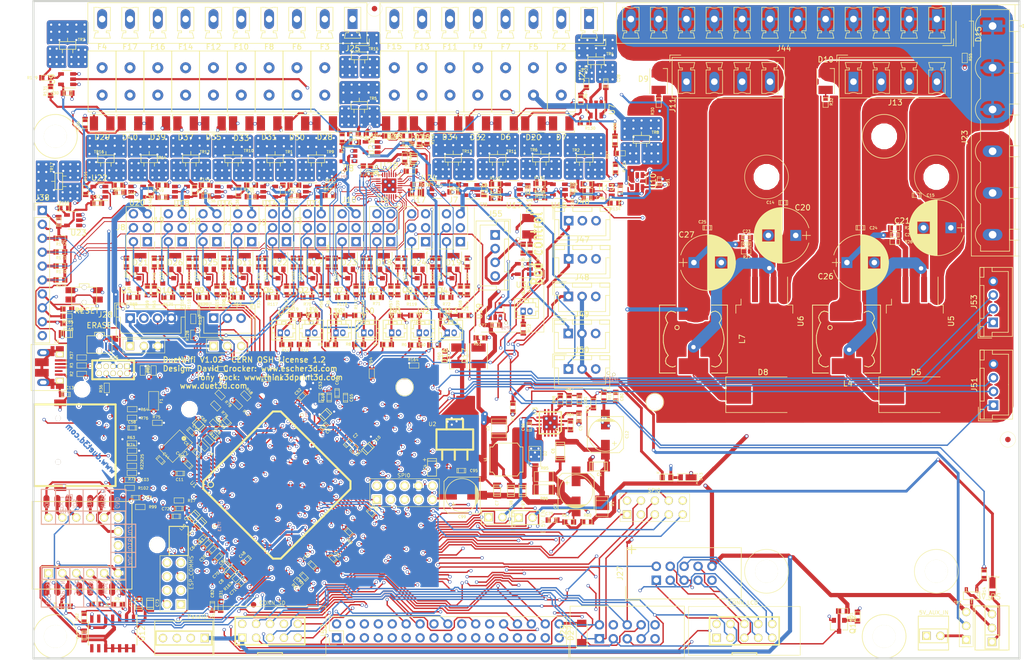
<source format=kicad_pcb>
(kicad_pcb (version 20171130) (host pcbnew "(5.1.0)-1")

  (general
    (thickness 1.6002)
    (drawings 68)
    (tracks 9926)
    (zones 0)
    (modules 462)
    (nets 376)
  )

  (page A4)
  (title_block
    (title "Hla Duet")
    (date 2017-02-07)
    (rev 1.1)
  )

  (layers
    (0 Front mixed)
    (1 Inner3 mixed)
    (2 Inner2 power)
    (31 Back power)
    (35 F.Paste user hide)
    (36 B.SilkS user)
    (37 F.SilkS user)
    (38 B.Mask user hide)
    (39 F.Mask user hide)
    (41 Cmts.User user hide)
    (44 Edge.Cuts user)
    (48 B.Fab user hide)
  )

  (setup
    (last_trace_width 0.254)
    (user_trace_width 0.254)
    (user_trace_width 0.381)
    (user_trace_width 0.4455)
    (user_trace_width 0.508)
    (user_trace_width 0.762)
    (user_trace_width 1.016)
    (user_trace_width 1.524)
    (user_trace_width 2.032)
    (trace_clearance 0.2)
    (zone_clearance 0.254)
    (zone_45_only yes)
    (trace_min 0.1524)
    (via_size 0.59944)
    (via_drill 0.39878)
    (via_min_size 0.398)
    (via_min_drill 0.35052)
    (uvia_size 0.508)
    (uvia_drill 0.127)
    (uvias_allowed no)
    (uvia_min_size 0.3)
    (uvia_min_drill 0.127)
    (edge_width 0.381)
    (segment_width 0.1)
    (pcb_text_width 0.3048)
    (pcb_text_size 1.524 2.032)
    (mod_edge_width 0.1)
    (mod_text_size 1.524 1.524)
    (mod_text_width 0.3048)
    (pad_size 4.7 3.59918)
    (pad_drill 0)
    (pad_to_mask_clearance 0.254)
    (aux_axis_origin 80.22 159.86)
    (visible_elements 7FFFFF79)
    (pcbplotparams
      (layerselection 0x110f8_80000007)
      (usegerberextensions true)
      (usegerberattributes false)
      (usegerberadvancedattributes false)
      (creategerberjobfile false)
      (excludeedgelayer true)
      (linewidth 0.150000)
      (plotframeref false)
      (viasonmask false)
      (mode 1)
      (useauxorigin true)
      (hpglpennumber 1)
      (hpglpenspeed 20)
      (hpglpendiameter 15.000000)
      (psnegative false)
      (psa4output false)
      (plotreference true)
      (plotvalue true)
      (plotinvisibletext false)
      (padsonsilk false)
      (subtractmaskfromsilk true)
      (outputformat 1)
      (mirror false)
      (drillshape 0)
      (scaleselection 1)
      (outputdirectory "DuetWifi1.02_CAM/"))
  )

  (net 0 "")
  (net 1 +3.3V)
  (net 2 +5V)
  (net 3 /Processor/VDDCORE)
  (net 4 5V_IN)
  (net 5 ADVREF)
  (net 6 BED_PWM)
  (net 7 CS3)
  (net 8 CS4)
  (net 9 CS5)
  (net 10 DDM)
  (net 11 DDP)
  (net 12 E0-)
  (net 13 E0_DIR)
  (net 14 E0_EN)
  (net 15 E0_STEP)
  (net 16 E0_STOP)
  (net 17 E1-)
  (net 18 E1_DIR)
  (net 19 E1_EN)
  (net 20 E1_STEP)
  (net 21 E1_STOP)
  (net 22 E2_DIR)
  (net 23 E2_EN)
  (net 24 E2_STEP)
  (net 25 E2_STOP)
  (net 26 E3_DIR)
  (net 27 E3_EN)
  (net 28 E3_STEP)
  (net 29 E3_STOP)
  (net 30 E4_DIR)
  (net 31 E4_EN)
  (net 32 E4_STEP)
  (net 33 E4_STOP)
  (net 34 E5_DIR)
  (net 35 E5_EN)
  (net 36 E5_STEP)
  (net 37 E5_STOP)
  (net 38 E6_DIR)
  (net 39 E6_EN)
  (net 40 E6_STEP)
  (net 41 E6_STOP)
  (net 42 EDR_CONN)
  (net 43 ENC_A)
  (net 44 ENC_B)
  (net 45 ENC_SW)
  (net 46 ERASE)
  (net 47 ESP_DATA_RDY)
  (net 48 ESP_EN)
  (net 49 ESP_RST)
  (net 50 FAN0)
  (net 51 FAN0-)
  (net 52 FAN1)
  (net 53 FAN1-)
  (net 54 FAN2)
  (net 55 FAN2-)
  (net 56 GND)
  (net 57 HEATER0)
  (net 58 HEATER1)
  (net 59 HEATER2)
  (net 60 HEATER3)
  (net 61 HEATER4)
  (net 62 HEATER5)
  (net 63 HEATER6)
  (net 64 HEATER7)
  (net 65 LCD_DB4)
  (net 66 LCD_DB5)
  (net 67 LCD_DB6)
  (net 68 LCD_DB7)
  (net 69 LCD_E)
  (net 70 LCD_RS)
  (net 71 MCCDA)
  (net 72 MCCK)
  (net 73 MCDA0)
  (net 74 MCDA1)
  (net 75 MCDA2)
  (net 76 MCDA3)
  (net 77 MISO)
  (net 78 MOSI)
  (net 79 NPCS0)
  (net 80 PB4/TDI)
  (net 81 PB5/TDO)
  (net 82 PB6/TMS)
  (net 83 PB7/TCK)
  (net 84 PS_ON)
  (net 85 PS_ON_IN)
  (net 86 PWR_FAIL_DET1)
  (net 87 PWR_FAIL_DET2)
  (net 88 RESET)
  (net 89 SAM_TFR_RDY)
  (net 90 SD_CD)
  (net 91 SPCK)
  (net 92 SPI0_CS0)
  (net 93 SPI0_CS1)
  (net 94 SPI0_CS2)
  (net 95 SPI0_MISO)
  (net 96 SPI0_MOSI)
  (net 97 SPI0_SCK)
  (net 98 SPI1_MISO)
  (net 99 THERMISTOR0)
  (net 100 THERMISTOR1)
  (net 101 THERMISTOR2)
  (net 102 THERMISTOR4)
  (net 103 THERMISTOR5)
  (net 104 THERMISTOR6)
  (net 105 THERMISTOR7)
  (net 106 TWCK0)
  (net 107 TWD0)
  (net 108 URXD0)
  (net 109 URXD1)
  (net 110 URXD1_CONN)
  (net 111 USB_PWR_MON)
  (net 112 UTXD0)
  (net 113 UTXD1)
  (net 114 UTXD1_CONN)
  (net 115 VBUS)
  (net 116 VSSA)
  (net 117 V_IN)
  (net 118 X_DIR)
  (net 119 X_EN)
  (net 120 X_STEP)
  (net 121 X_STOP)
  (net 122 Y_DIR)
  (net 123 Y_EN)
  (net 124 Y_STEP)
  (net 125 Y_STOP)
  (net 126 Z_DIR)
  (net 127 Z_EN)
  (net 128 Z_PROBE_IN)
  (net 129 Z_PROBE_MOD)
  (net 130 Z_STEP)
  (net 131 Z_STOP)
  (net 132 "Net-(C1-Pad1)")
  (net 133 "Net-(C5-Pad1)")
  (net 134 "Net-(C13-Pad1)")
  (net 135 "Net-(C18-Pad1)")
  (net 136 "Net-(C19-Pad1)")
  (net 137 "Net-(C44-Pad1)")
  (net 138 "Net-(C45-Pad1)")
  (net 139 "Net-(C53-Pad1)")
  (net 140 "Net-(C59-Pad1)")
  (net 141 "Net-(C60-Pad1)")
  (net 142 "Net-(C63-Pad1)")
  (net 143 "Net-(C65-Pad1)")
  (net 144 "Net-(C66-Pad1)")
  (net 145 "Net-(C81-Pad1)")
  (net 146 "Net-(C81-Pad2)")
  (net 147 "Net-(C84-Pad1)")
  (net 148 "Net-(C90-Pad1)")
  (net 149 "Net-(C96-Pad1)")
  (net 150 "Net-(C96-Pad2)")
  (net 151 "Net-(D2-Pad1)")
  (net 152 "Net-(D3-Pad2)")
  (net 153 "Net-(D7-Pad1)")
  (net 154 "Net-(D11-Pad1)")
  (net 155 "Net-(D12-Pad1)")
  (net 156 "Net-(D14-Pad2)")
  (net 157 "Net-(D15-Pad2)")
  (net 158 "Net-(D16-Pad2)")
  (net 159 "Net-(D17-Pad2)")
  (net 160 "Net-(D19-Pad1)")
  (net 161 "Net-(D20-Pad1)")
  (net 162 "Net-(J15-Pad1)")
  (net 163 "Net-(J15-Pad2)")
  (net 164 "Net-(J15-Pad3)")
  (net 165 "Net-(J15-Pad5)")
  (net 166 "Net-(J15-Pad7)")
  (net 167 "Net-(J15-Pad8)")
  (net 168 "Net-(J15-Pad9)")
  (net 169 ADC)
  (net 170 NPCS0_CONN)
  (net 171 "Net-(J22-Pad3)")
  (net 172 "Net-(J22-Pad2)")
  (net 173 "Net-(JP9-Pad2)")
  (net 174 "Net-(R20-Pad1)")
  (net 175 "Net-(R23-Pad1)")
  (net 176 "Net-(R42-Pad1)")
  (net 177 "Net-(R43-Pad1)")
  (net 178 "Net-(R66-Pad1)")
  (net 179 "Net-(R82-Pad2)")
  (net 180 "Net-(R84-Pad2)")
  (net 181 "Net-(R97-Pad1)")
  (net 182 "Net-(R4-Pad1)")
  (net 183 "Net-(R14-Pad1)")
  (net 184 +12V2)
  (net 185 "Net-(C22-Pad2)")
  (net 186 +12V1)
  (net 187 "Net-(C23-Pad2)")
  (net 188 "Net-(C73-Pad1)")
  (net 189 "Net-(C75-Pad1)")
  (net 190 "Net-(D5-Pad1)")
  (net 191 "Net-(D6-Pad1)")
  (net 192 "Net-(D8-Pad1)")
  (net 193 "Net-(D9-Pad2)")
  (net 194 "Net-(D10-Pad2)")
  (net 195 "Net-(D11-Pad2)")
  (net 196 "Net-(D12-Pad2)")
  (net 197 "Net-(D18-Pad1)")
  (net 198 "Net-(D18-Pad2)")
  (net 199 "Net-(D19-Pad2)")
  (net 200 "Net-(D21-Pad1)")
  (net 201 "Net-(D21-Pad2)")
  (net 202 "Net-(D22-Pad1)")
  (net 203 "Net-(D22-Pad2)")
  (net 204 "Net-(D23-Pad1)")
  (net 205 "Net-(D23-Pad2)")
  (net 206 "Net-(D24-Pad1)")
  (net 207 "Net-(D24-Pad2)")
  (net 208 "Net-(D25-Pad1)")
  (net 209 "Net-(D25-Pad2)")
  (net 210 "Net-(D26-Pad1)")
  (net 211 "Net-(D26-Pad2)")
  (net 212 "Net-(D27-Pad2)")
  (net 213 "Net-(D28-Pad1)")
  (net 214 "Net-(D29-Pad1)")
  (net 215 "Net-(D30-Pad1)")
  (net 216 "Net-(D31-Pad1)")
  (net 217 "Net-(D32-Pad1)")
  (net 218 "Net-(D33-Pad1)")
  (net 219 "Net-(D34-Pad1)")
  (net 220 "Net-(D35-Pad1)")
  (net 221 "Net-(D36-Pad1)")
  (net 222 "Net-(D37-Pad1)")
  (net 223 "Net-(D38-Pad1)")
  (net 224 "Net-(D39-Pad1)")
  (net 225 "Net-(D40-Pad1)")
  (net 226 "Net-(D41-Pad1)")
  (net 227 "Net-(F2-Pad2)")
  (net 228 "Net-(F3-Pad2)")
  (net 229 FAN8-)
  (net 230 "Net-(F4-Pad2)")
  (net 231 "Net-(F5-Pad2)")
  (net 232 "Net-(F6-Pad2)")
  (net 233 E2-)
  (net 234 "Net-(F7-Pad2)")
  (net 235 "Net-(F8-Pad2)")
  (net 236 E3-)
  (net 237 "Net-(F9-Pad2)")
  (net 238 FAN3-)
  (net 239 "Net-(F10-Pad2)")
  (net 240 E4-)
  (net 241 "Net-(F11-Pad2)")
  (net 242 FAN4-)
  (net 243 "Net-(F12-Pad2)")
  (net 244 E5-)
  (net 245 "Net-(F13-Pad2)")
  (net 246 FAN5-)
  (net 247 "Net-(F14-Pad2)")
  (net 248 E6-)
  (net 249 "Net-(F15-Pad2)")
  (net 250 FAN6-)
  (net 251 "Net-(F16-Pad2)")
  (net 252 FAN7-)
  (net 253 "Net-(F17-Pad2)")
  (net 254 "Net-(J1-Pad2)")
  (net 255 ES_V)
  (net 256 "Net-(J2-Pad2)")
  (net 257 "Net-(J3-Pad2)")
  (net 258 "Net-(J6-Pad2)")
  (net 259 "Net-(J7-Pad2)")
  (net 260 "Net-(J8-Pad2)")
  (net 261 "Net-(J9-Pad2)")
  (net 262 "Net-(J10-Pad2)")
  (net 263 EGPIO5)
  (net 264 EGPIO2)
  (net 265 EGPIO16)
  (net 266 "Net-(J17-Pad2)")
  (net 267 "Net-(J18-Pad2)")
  (net 268 "Net-(J19-Pad2)")
  (net 269 CS6)
  (net 270 CS7)
  (net 271 CS8)
  (net 272 Z_PROBE_STD)
  (net 273 5V_S_F)
  (net 274 "Net-(J54-Pad2)")
  (net 275 I_MEAS)
  (net 276 PS_ON_BUF)
  (net 277 Z_PROBE_PRX)
  (net 278 BEEP)
  (net 279 "Net-(R134-Pad2)")
  (net 280 "Net-(R130-Pad2)")
  (net 281 "Net-(R24-Pad1)")
  (net 282 "Net-(R133-Pad1)")
  (net 283 GPIO3)
  (net 284 "Net-(R66-Pad2)")
  (net 285 "Net-(R132-Pad2)")
  (net 286 "Net-(R129-Pad1)")
  (net 287 "Net-(R129-Pad2)")
  (net 288 "Net-(R135-Pad1)")
  (net 289 "Net-(R135-Pad2)")
  (net 290 "Net-(R136-Pad1)")
  (net 291 "Net-(R136-Pad2)")
  (net 292 "Net-(R140-Pad1)")
  (net 293 "Net-(R140-Pad2)")
  (net 294 "Net-(R141-Pad1)")
  (net 295 "Net-(R141-Pad2)")
  (net 296 "Net-(R145-Pad1)")
  (net 297 "Net-(R145-Pad2)")
  (net 298 "Net-(R146-Pad1)")
  (net 299 "Net-(R146-Pad2)")
  (net 300 "Net-(R150-Pad1)")
  (net 301 "Net-(R150-Pad2)")
  (net 302 "Net-(R151-Pad1)")
  (net 303 "Net-(R151-Pad2)")
  (net 304 "Net-(R155-Pad1)")
  (net 305 "Net-(R155-Pad2)")
  (net 306 SX1509_INT)
  (net 307 "Net-(R166-Pad2)")
  (net 308 "Net-(R175-Pad2)")
  (net 309 SD_DET)
  (net 310 PWM_OE)
  (net 311 "Net-(J1-Pad4)")
  (net 312 "Net-(J3-Pad4)")
  (net 313 "Net-(J6-Pad4)")
  (net 314 "Net-(J7-Pad4)")
  (net 315 "Net-(J8-Pad4)")
  (net 316 "Net-(J9-Pad4)")
  (net 317 "Net-(J10-Pad4)")
  (net 318 "Net-(J17-Pad4)")
  (net 319 "Net-(J18-Pad4)")
  (net 320 "Net-(J19-Pad4)")
  (net 321 THERMISTOR3)
  (net 322 "Net-(Q11-Pad1)")
  (net 323 "Net-(Q1-Pad2)")
  (net 324 "Net-(Q2-Pad2)")
  (net 325 "Net-(Q3-Pad2)")
  (net 326 "Net-(Q4-Pad2)")
  (net 327 "Net-(Q5-Pad2)")
  (net 328 "Net-(Q6-Pad2)")
  (net 329 "Net-(Q7-Pad2)")
  (net 330 "Net-(Q8-Pad2)")
  (net 331 "Net-(Q9-Pad2)")
  (net 332 "Net-(Q10-Pad2)")
  (net 333 "Net-(R169-Pad2)")
  (net 334 GPIO2)
  (net 335 GPIO1)
  (net 336 "Net-(R173-Pad1)")
  (net 337 GPIO4)
  (net 338 OSCIO)
  (net 339 FAN8)
  (net 340 FAN3)
  (net 341 FAN4)
  (net 342 FAN5)
  (net 343 FAN6)
  (net 344 FAN7)
  (net 345 "Net-(J1-Pad6)")
  (net 346 "Net-(J3-Pad6)")
  (net 347 "Net-(J6-Pad6)")
  (net 348 "Net-(J7-Pad6)")
  (net 349 "Net-(J8-Pad6)")
  (net 350 "Net-(J9-Pad6)")
  (net 351 "Net-(J10-Pad6)")
  (net 352 "Net-(J17-Pad6)")
  (net 353 "Net-(J18-Pad6)")
  (net 354 "Net-(J19-Pad6)")
  (net 355 "Net-(J21-Pad7)")
  (net 356 "Net-(J22-Pad4)")
  (net 357 "Net-(J24-Pad1)")
  (net 358 "Net-(J29-Pad9)")
  (net 359 "Net-(J29-Pad10)")
  (net 360 "Net-(J37-Pad10)")
  (net 361 "Net-(J45-Pad10)")
  (net 362 SPI1_MOSI)
  (net 363 SPI1_SCK)
  (net 364 "Net-(U4-Pad9)")
  (net 365 "Net-(U4-Pad10)")
  (net 366 "Net-(U4-Pad11)")
  (net 367 "Net-(U4-Pad12)")
  (net 368 "Net-(U4-Pad13)")
  (net 369 "Net-(U4-Pad14)")
  (net 370 "Net-(U12-Pad6)")
  (net 371 "Net-(U12-Pad8)")
  (net 372 "Net-(U12-Pad9)")
  (net 373 VDDIO)
  (net 374 VDDIN)
  (net 375 VDDPLL)

  (net_class Default "This is the default net class."
    (clearance 0.2)
    (trace_width 0.254)
    (via_dia 0.59944)
    (via_drill 0.39878)
    (uvia_dia 0.508)
    (uvia_drill 0.127)
    (add_net +12V1)
    (add_net +12V2)
    (add_net +3.3V)
    (add_net +5V)
    (add_net /Processor/VDDCORE)
    (add_net 5V_IN)
    (add_net 5V_S_F)
    (add_net ADC)
    (add_net ADVREF)
    (add_net BED_PWM)
    (add_net BEEP)
    (add_net CS3)
    (add_net CS4)
    (add_net CS5)
    (add_net CS6)
    (add_net CS7)
    (add_net CS8)
    (add_net DDM)
    (add_net DDP)
    (add_net E0-)
    (add_net E0_DIR)
    (add_net E0_EN)
    (add_net E0_STEP)
    (add_net E0_STOP)
    (add_net E1-)
    (add_net E1_DIR)
    (add_net E1_EN)
    (add_net E1_STEP)
    (add_net E1_STOP)
    (add_net E2-)
    (add_net E2_DIR)
    (add_net E2_EN)
    (add_net E2_STEP)
    (add_net E2_STOP)
    (add_net E3-)
    (add_net E3_DIR)
    (add_net E3_EN)
    (add_net E3_STEP)
    (add_net E3_STOP)
    (add_net E4-)
    (add_net E4_DIR)
    (add_net E4_EN)
    (add_net E4_STEP)
    (add_net E4_STOP)
    (add_net E5-)
    (add_net E5_DIR)
    (add_net E5_EN)
    (add_net E5_STEP)
    (add_net E5_STOP)
    (add_net E6-)
    (add_net E6_DIR)
    (add_net E6_EN)
    (add_net E6_STEP)
    (add_net E6_STOP)
    (add_net EDR_CONN)
    (add_net EGPIO16)
    (add_net EGPIO2)
    (add_net EGPIO5)
    (add_net ENC_A)
    (add_net ENC_B)
    (add_net ENC_SW)
    (add_net ERASE)
    (add_net ESP_DATA_RDY)
    (add_net ESP_EN)
    (add_net ESP_RST)
    (add_net ES_V)
    (add_net FAN0)
    (add_net FAN0-)
    (add_net FAN1)
    (add_net FAN1-)
    (add_net FAN2)
    (add_net FAN2-)
    (add_net FAN3)
    (add_net FAN3-)
    (add_net FAN4)
    (add_net FAN4-)
    (add_net FAN5)
    (add_net FAN5-)
    (add_net FAN6)
    (add_net FAN6-)
    (add_net FAN7)
    (add_net FAN7-)
    (add_net FAN8)
    (add_net FAN8-)
    (add_net GND)
    (add_net GPIO1)
    (add_net GPIO2)
    (add_net GPIO3)
    (add_net GPIO4)
    (add_net HEATER0)
    (add_net HEATER1)
    (add_net HEATER2)
    (add_net HEATER3)
    (add_net HEATER4)
    (add_net HEATER5)
    (add_net HEATER6)
    (add_net HEATER7)
    (add_net I_MEAS)
    (add_net LCD_DB4)
    (add_net LCD_DB5)
    (add_net LCD_DB6)
    (add_net LCD_DB7)
    (add_net LCD_E)
    (add_net LCD_RS)
    (add_net MCCDA)
    (add_net MCCK)
    (add_net MCDA0)
    (add_net MCDA1)
    (add_net MCDA2)
    (add_net MCDA3)
    (add_net MISO)
    (add_net MOSI)
    (add_net NPCS0)
    (add_net NPCS0_CONN)
    (add_net "Net-(C1-Pad1)")
    (add_net "Net-(C13-Pad1)")
    (add_net "Net-(C18-Pad1)")
    (add_net "Net-(C19-Pad1)")
    (add_net "Net-(C22-Pad2)")
    (add_net "Net-(C23-Pad2)")
    (add_net "Net-(C44-Pad1)")
    (add_net "Net-(C45-Pad1)")
    (add_net "Net-(C5-Pad1)")
    (add_net "Net-(C53-Pad1)")
    (add_net "Net-(C59-Pad1)")
    (add_net "Net-(C60-Pad1)")
    (add_net "Net-(C63-Pad1)")
    (add_net "Net-(C65-Pad1)")
    (add_net "Net-(C66-Pad1)")
    (add_net "Net-(C73-Pad1)")
    (add_net "Net-(C75-Pad1)")
    (add_net "Net-(C81-Pad1)")
    (add_net "Net-(C81-Pad2)")
    (add_net "Net-(C84-Pad1)")
    (add_net "Net-(C90-Pad1)")
    (add_net "Net-(C96-Pad1)")
    (add_net "Net-(C96-Pad2)")
    (add_net "Net-(D10-Pad2)")
    (add_net "Net-(D11-Pad1)")
    (add_net "Net-(D11-Pad2)")
    (add_net "Net-(D12-Pad1)")
    (add_net "Net-(D12-Pad2)")
    (add_net "Net-(D14-Pad2)")
    (add_net "Net-(D15-Pad2)")
    (add_net "Net-(D16-Pad2)")
    (add_net "Net-(D17-Pad2)")
    (add_net "Net-(D18-Pad1)")
    (add_net "Net-(D18-Pad2)")
    (add_net "Net-(D19-Pad1)")
    (add_net "Net-(D19-Pad2)")
    (add_net "Net-(D2-Pad1)")
    (add_net "Net-(D20-Pad1)")
    (add_net "Net-(D21-Pad1)")
    (add_net "Net-(D21-Pad2)")
    (add_net "Net-(D22-Pad1)")
    (add_net "Net-(D22-Pad2)")
    (add_net "Net-(D23-Pad1)")
    (add_net "Net-(D23-Pad2)")
    (add_net "Net-(D24-Pad1)")
    (add_net "Net-(D24-Pad2)")
    (add_net "Net-(D25-Pad1)")
    (add_net "Net-(D25-Pad2)")
    (add_net "Net-(D26-Pad1)")
    (add_net "Net-(D26-Pad2)")
    (add_net "Net-(D27-Pad2)")
    (add_net "Net-(D28-Pad1)")
    (add_net "Net-(D29-Pad1)")
    (add_net "Net-(D3-Pad2)")
    (add_net "Net-(D30-Pad1)")
    (add_net "Net-(D31-Pad1)")
    (add_net "Net-(D32-Pad1)")
    (add_net "Net-(D33-Pad1)")
    (add_net "Net-(D34-Pad1)")
    (add_net "Net-(D35-Pad1)")
    (add_net "Net-(D36-Pad1)")
    (add_net "Net-(D37-Pad1)")
    (add_net "Net-(D38-Pad1)")
    (add_net "Net-(D39-Pad1)")
    (add_net "Net-(D40-Pad1)")
    (add_net "Net-(D41-Pad1)")
    (add_net "Net-(D5-Pad1)")
    (add_net "Net-(D6-Pad1)")
    (add_net "Net-(D7-Pad1)")
    (add_net "Net-(D8-Pad1)")
    (add_net "Net-(D9-Pad2)")
    (add_net "Net-(F10-Pad2)")
    (add_net "Net-(F11-Pad2)")
    (add_net "Net-(F12-Pad2)")
    (add_net "Net-(F13-Pad2)")
    (add_net "Net-(F14-Pad2)")
    (add_net "Net-(F15-Pad2)")
    (add_net "Net-(F16-Pad2)")
    (add_net "Net-(F17-Pad2)")
    (add_net "Net-(F2-Pad2)")
    (add_net "Net-(F3-Pad2)")
    (add_net "Net-(F4-Pad2)")
    (add_net "Net-(F5-Pad2)")
    (add_net "Net-(F6-Pad2)")
    (add_net "Net-(F7-Pad2)")
    (add_net "Net-(F8-Pad2)")
    (add_net "Net-(F9-Pad2)")
    (add_net "Net-(J1-Pad2)")
    (add_net "Net-(J1-Pad4)")
    (add_net "Net-(J1-Pad6)")
    (add_net "Net-(J10-Pad2)")
    (add_net "Net-(J10-Pad4)")
    (add_net "Net-(J10-Pad6)")
    (add_net "Net-(J15-Pad1)")
    (add_net "Net-(J15-Pad2)")
    (add_net "Net-(J15-Pad3)")
    (add_net "Net-(J15-Pad5)")
    (add_net "Net-(J15-Pad7)")
    (add_net "Net-(J15-Pad8)")
    (add_net "Net-(J15-Pad9)")
    (add_net "Net-(J17-Pad2)")
    (add_net "Net-(J17-Pad4)")
    (add_net "Net-(J17-Pad6)")
    (add_net "Net-(J18-Pad2)")
    (add_net "Net-(J18-Pad4)")
    (add_net "Net-(J18-Pad6)")
    (add_net "Net-(J19-Pad2)")
    (add_net "Net-(J19-Pad4)")
    (add_net "Net-(J19-Pad6)")
    (add_net "Net-(J2-Pad2)")
    (add_net "Net-(J21-Pad7)")
    (add_net "Net-(J22-Pad2)")
    (add_net "Net-(J22-Pad3)")
    (add_net "Net-(J22-Pad4)")
    (add_net "Net-(J24-Pad1)")
    (add_net "Net-(J29-Pad10)")
    (add_net "Net-(J29-Pad9)")
    (add_net "Net-(J3-Pad2)")
    (add_net "Net-(J3-Pad4)")
    (add_net "Net-(J3-Pad6)")
    (add_net "Net-(J37-Pad10)")
    (add_net "Net-(J45-Pad10)")
    (add_net "Net-(J54-Pad2)")
    (add_net "Net-(J6-Pad2)")
    (add_net "Net-(J6-Pad4)")
    (add_net "Net-(J6-Pad6)")
    (add_net "Net-(J7-Pad2)")
    (add_net "Net-(J7-Pad4)")
    (add_net "Net-(J7-Pad6)")
    (add_net "Net-(J8-Pad2)")
    (add_net "Net-(J8-Pad4)")
    (add_net "Net-(J8-Pad6)")
    (add_net "Net-(J9-Pad2)")
    (add_net "Net-(J9-Pad4)")
    (add_net "Net-(J9-Pad6)")
    (add_net "Net-(JP9-Pad2)")
    (add_net "Net-(Q1-Pad2)")
    (add_net "Net-(Q10-Pad2)")
    (add_net "Net-(Q11-Pad1)")
    (add_net "Net-(Q2-Pad2)")
    (add_net "Net-(Q3-Pad2)")
    (add_net "Net-(Q4-Pad2)")
    (add_net "Net-(Q5-Pad2)")
    (add_net "Net-(Q6-Pad2)")
    (add_net "Net-(Q7-Pad2)")
    (add_net "Net-(Q8-Pad2)")
    (add_net "Net-(Q9-Pad2)")
    (add_net "Net-(R129-Pad1)")
    (add_net "Net-(R129-Pad2)")
    (add_net "Net-(R130-Pad2)")
    (add_net "Net-(R132-Pad2)")
    (add_net "Net-(R133-Pad1)")
    (add_net "Net-(R134-Pad2)")
    (add_net "Net-(R135-Pad1)")
    (add_net "Net-(R135-Pad2)")
    (add_net "Net-(R136-Pad1)")
    (add_net "Net-(R136-Pad2)")
    (add_net "Net-(R14-Pad1)")
    (add_net "Net-(R140-Pad1)")
    (add_net "Net-(R140-Pad2)")
    (add_net "Net-(R141-Pad1)")
    (add_net "Net-(R141-Pad2)")
    (add_net "Net-(R145-Pad1)")
    (add_net "Net-(R145-Pad2)")
    (add_net "Net-(R146-Pad1)")
    (add_net "Net-(R146-Pad2)")
    (add_net "Net-(R150-Pad1)")
    (add_net "Net-(R150-Pad2)")
    (add_net "Net-(R151-Pad1)")
    (add_net "Net-(R151-Pad2)")
    (add_net "Net-(R155-Pad1)")
    (add_net "Net-(R155-Pad2)")
    (add_net "Net-(R166-Pad2)")
    (add_net "Net-(R169-Pad2)")
    (add_net "Net-(R173-Pad1)")
    (add_net "Net-(R175-Pad2)")
    (add_net "Net-(R20-Pad1)")
    (add_net "Net-(R23-Pad1)")
    (add_net "Net-(R24-Pad1)")
    (add_net "Net-(R4-Pad1)")
    (add_net "Net-(R42-Pad1)")
    (add_net "Net-(R43-Pad1)")
    (add_net "Net-(R66-Pad1)")
    (add_net "Net-(R66-Pad2)")
    (add_net "Net-(R82-Pad2)")
    (add_net "Net-(R84-Pad2)")
    (add_net "Net-(R97-Pad1)")
    (add_net "Net-(U12-Pad6)")
    (add_net "Net-(U12-Pad8)")
    (add_net "Net-(U12-Pad9)")
    (add_net "Net-(U4-Pad10)")
    (add_net "Net-(U4-Pad11)")
    (add_net "Net-(U4-Pad12)")
    (add_net "Net-(U4-Pad13)")
    (add_net "Net-(U4-Pad14)")
    (add_net "Net-(U4-Pad9)")
    (add_net OSCIO)
    (add_net PB4/TDI)
    (add_net PB5/TDO)
    (add_net PB6/TMS)
    (add_net PB7/TCK)
    (add_net PS_ON)
    (add_net PS_ON_BUF)
    (add_net PS_ON_IN)
    (add_net PWM_OE)
    (add_net PWR_FAIL_DET1)
    (add_net PWR_FAIL_DET2)
    (add_net RESET)
    (add_net SAM_TFR_RDY)
    (add_net SD_CD)
    (add_net SD_DET)
    (add_net SPCK)
    (add_net SPI0_CS0)
    (add_net SPI0_CS1)
    (add_net SPI0_CS2)
    (add_net SPI0_MISO)
    (add_net SPI0_MOSI)
    (add_net SPI0_SCK)
    (add_net SPI1_MISO)
    (add_net SPI1_MOSI)
    (add_net SPI1_SCK)
    (add_net SX1509_INT)
    (add_net THERMISTOR0)
    (add_net THERMISTOR1)
    (add_net THERMISTOR2)
    (add_net THERMISTOR3)
    (add_net THERMISTOR4)
    (add_net THERMISTOR5)
    (add_net THERMISTOR6)
    (add_net THERMISTOR7)
    (add_net TWCK0)
    (add_net TWD0)
    (add_net URXD0)
    (add_net URXD1)
    (add_net URXD1_CONN)
    (add_net USB_PWR_MON)
    (add_net UTXD0)
    (add_net UTXD1)
    (add_net UTXD1_CONN)
    (add_net VBUS)
    (add_net VDDIN)
    (add_net VDDIO)
    (add_net VDDPLL)
    (add_net VSSA)
    (add_net V_IN)
    (add_net X_DIR)
    (add_net X_EN)
    (add_net X_STEP)
    (add_net X_STOP)
    (add_net Y_DIR)
    (add_net Y_EN)
    (add_net Y_STEP)
    (add_net Y_STOP)
    (add_net Z_DIR)
    (add_net Z_EN)
    (add_net Z_PROBE_IN)
    (add_net Z_PROBE_MOD)
    (add_net Z_PROBE_PRX)
    (add_net Z_PROBE_STD)
    (add_net Z_STEP)
    (add_net Z_STOP)
  )

  (net_class 0.1524 ""
    (clearance 0.2)
    (trace_width 0.1524)
    (via_dia 0.59944)
    (via_drill 0.39878)
    (uvia_dia 0.508)
    (uvia_drill 0.127)
  )

  (net_class 0.254 ""
    (clearance 0.2)
    (trace_width 0.254)
    (via_dia 0.59944)
    (via_drill 0.39878)
    (uvia_dia 0.508)
    (uvia_drill 0.127)
  )

  (net_class 0.4455 ""
    (clearance 0.254)
    (trace_width 0.4455)
    (via_dia 0.8001)
    (via_drill 0.50038)
    (uvia_dia 0.508)
    (uvia_drill 0.127)
  )

  (net_class 0.508 ""
    (clearance 0.254)
    (trace_width 0.508)
    (via_dia 0.8001)
    (via_drill 0.50038)
    (uvia_dia 0.508)
    (uvia_drill 0.127)
  )

  (net_class 0.762 ""
    (clearance 0.254)
    (trace_width 0.762)
    (via_dia 0.8001)
    (via_drill 0.50038)
    (uvia_dia 0.508)
    (uvia_drill 0.127)
  )

  (net_class 1.016 ""
    (clearance 0.254)
    (trace_width 1.016)
    (via_dia 0.8001)
    (via_drill 0.50038)
    (uvia_dia 0.508)
    (uvia_drill 0.127)
  )

  (net_class 1.524 ""
    (clearance 0.254)
    (trace_width 1.524)
    (via_dia 0.889)
    (via_drill 0.635)
    (uvia_dia 0.508)
    (uvia_drill 0.127)
  )

  (net_class 1.778 ""
    (clearance 0.254)
    (trace_width 1.778)
    (via_dia 0.889)
    (via_drill 0.635)
    (uvia_dia 0.508)
    (uvia_drill 0.127)
  )

  (net_class 2.032 ""
    (clearance 0.254)
    (trace_width 2.032)
    (via_dia 0.889)
    (via_drill 0.635)
    (uvia_dia 0.508)
    (uvia_drill 0.127)
  )

  (net_class 2.286 ""
    (clearance 0.254)
    (trace_width 2.286)
    (via_dia 0.889)
    (via_drill 0.635)
    (uvia_dia 0.508)
    (uvia_drill 0.127)
  )

  (net_class 2.54 ""
    (clearance 0.254)
    (trace_width 2.54)
    (via_dia 0.889)
    (via_drill 0.635)
    (uvia_dia 0.508)
    (uvia_drill 0.127)
  )

  (net_class 3.81 ""
    (clearance 0.254)
    (trace_width 3.81)
    (via_dia 0.889)
    (via_drill 0.635)
    (uvia_dia 0.508)
    (uvia_drill 0.127)
  )

  (module "FE Footprints:LQFP144" (layer Front) (tedit 5777E301) (tstamp 577842F6)
    (at 124.606 128.255 135)
    (descr "Module CMS Vqfp 100 pins")
    (tags "CMS VQFP")
    (path /50523307/567A16A1)
    (attr smd)
    (fp_text reference U1 (at 10.838533 -10.664584 135) (layer F.SilkS)
      (effects (font (size 0.7 0.7) (thickness 0.1)))
    )
    (fp_text value ATSAM4E8E (at 0 2.54 135) (layer F.SilkS) hide
      (effects (font (size 1.524 1.016) (thickness 0.254)))
    )
    (fp_line (start 9.99998 8.99922) (end 9.99998 -8.99922) (layer F.SilkS) (width 0.381))
    (fp_line (start -8.99922 9.99998) (end 8.99922 9.99998) (layer F.SilkS) (width 0.381))
    (fp_line (start -9.99998 -8.99922) (end -9.99998 8.99922) (layer F.SilkS) (width 0.381))
    (fp_line (start 8.99922 -9.99998) (end -8.99922 -9.99998) (layer F.SilkS) (width 0.381))
    (fp_line (start -8.99922 9.99998) (end -9.99998 8.99922) (layer F.SilkS) (width 0.381))
    (fp_line (start 9.99998 8.99922) (end 8.99922 9.99998) (layer F.SilkS) (width 0.381))
    (fp_line (start 8.99922 -9.99998) (end 9.99998 -8.99922) (layer F.SilkS) (width 0.381))
    (fp_line (start -9.99998 -8.99922) (end -8.99922 -9.99998) (layer F.SilkS) (width 0.381))
    (fp_circle (center 8.59536 -8.47852) (end 8.59536 -8.98652) (layer F.SilkS) (width 0.2032))
    (pad 1 smd rect (at 8.7503 -10.89914 135) (size 0.2794 1.50114) (layers Front F.Paste F.Mask)
      (net 32 E4_STEP))
    (pad 2 smd rect (at 8.24992 -10.89914 135) (size 0.2794 1.50114) (layers Front F.Paste F.Mask)
      (net 47 ESP_DATA_RDY))
    (pad 3 smd rect (at 7.74954 -10.89914 135) (size 0.2794 1.50114) (layers Front F.Paste F.Mask)
      (net 3 /Processor/VDDCORE))
    (pad 4 smd rect (at 7.24916 -10.89914 135) (size 0.2794 1.50114) (layers Front F.Paste F.Mask)
      (net 38 E6_DIR))
    (pad 5 smd rect (at 6.74878 -10.89914 135) (size 0.2794 1.50114) (layers Front F.Paste F.Mask)
      (net 374 VDDIN))
    (pad 6 smd rect (at 6.25094 -10.89914 135) (size 0.2794 1.50114) (layers Front F.Paste F.Mask)
      (net 269 CS6))
    (pad 7 smd rect (at 5.75056 -10.89914 135) (size 0.2794 1.50114) (layers Front F.Paste F.Mask)
      (net 270 CS7))
    (pad 8 smd rect (at 5.25018 -10.89914 135) (size 0.2794 1.50114) (layers Front F.Paste F.Mask)
      (net 56 GND))
    (pad 9 smd rect (at 4.7498 -10.89914 135) (size 0.2794 1.50114) (layers Front F.Paste F.Mask)
      (net 5 ADVREF))
    (pad 10 smd rect (at 4.24942 -10.89914 135) (size 0.2794 1.50114) (layers Front F.Paste F.Mask)
      (net 271 CS8))
    (pad 11 smd rect (at 3.74904 -10.89914 135) (size 0.2794 1.50114) (layers Front F.Paste F.Mask)
      (net 275 I_MEAS))
    (pad 12 smd rect (at 3.2512 -10.89914 135) (size 0.2794 1.50114) (layers Front F.Paste F.Mask)
      (net 143 "Net-(C65-Pad1)"))
    (pad 13 smd rect (at 2.75082 -10.89914 135) (size 0.2794 1.50114) (layers Front F.Paste F.Mask)
      (net 52 FAN1))
    (pad 14 smd rect (at 2.25044 -10.89914 135) (size 0.2794 1.50114) (layers Front F.Paste F.Mask)
      (net 142 "Net-(C63-Pad1)"))
    (pad 15 smd rect (at 1.75006 -10.89914 135) (size 0.2794 1.50114) (layers Front F.Paste F.Mask)
      (net 141 "Net-(C60-Pad1)"))
    (pad 16 smd rect (at 1.24968 -10.89914 135) (size 0.2794 1.50114) (layers Front F.Paste F.Mask)
      (net 140 "Net-(C59-Pad1)"))
    (pad 17 smd rect (at 0.7493 -10.89914 135) (size 0.2794 1.50114) (layers Front F.Paste F.Mask)
      (net 139 "Net-(C53-Pad1)"))
    (pad 18 smd rect (at 0.24892 -10.89914 135) (size 0.2794 1.50114) (layers Front F.Paste F.Mask)
      (net 135 "Net-(C18-Pad1)"))
    (pad 19 smd rect (at -0.24892 -10.89914 135) (size 0.2794 1.50114) (layers Front F.Paste F.Mask)
      (net 136 "Net-(C19-Pad1)"))
    (pad 20 smd rect (at -0.7493 -10.89914 135) (size 0.2794 1.50114) (layers Front F.Paste F.Mask)
      (net 96 SPI0_MOSI))
    (pad 21 smd rect (at -1.24968 -10.89914 135) (size 0.2794 1.50114) (layers Front F.Paste F.Mask)
      (net 95 SPI0_MISO))
    (pad 22 smd rect (at -1.75006 -10.89914 135) (size 0.2794 1.50114) (layers Front F.Paste F.Mask)
      (net 58 HEATER1))
    (pad 23 smd rect (at -2.25044 -10.89914 135) (size 0.2794 1.50114) (layers Front F.Paste F.Mask)
      (net 57 HEATER0))
    (pad 24 smd rect (at -2.75082 -10.89914 135) (size 0.2794 1.50114) (layers Front F.Paste F.Mask)
      (net 147 "Net-(C84-Pad1)"))
    (pad 25 smd rect (at -3.2512 -10.89914 135) (size 0.2794 1.50114) (layers Front F.Paste F.Mask)
      (net 306 SX1509_INT))
    (pad 26 smd rect (at -3.74904 -10.89914 135) (size 0.2794 1.50114) (layers Front F.Paste F.Mask)
      (net 93 SPI0_CS1))
    (pad 27 smd rect (at -4.24942 -10.89914 135) (size 0.2794 1.50114) (layers Front F.Paste F.Mask)
      (net 49 ESP_RST))
    (pad 28 smd rect (at -4.7498 -10.89914 135) (size 0.2794 1.50114) (layers Front F.Paste F.Mask)
      (net 48 ESP_EN))
    (pad 29 smd rect (at -5.25018 -10.89914 135) (size 0.2794 1.50114) (layers Front F.Paste F.Mask)
      (net 3 /Processor/VDDCORE))
    (pad 30 smd rect (at -5.75056 -10.89914 135) (size 0.2794 1.50114) (layers Front F.Paste F.Mask)
      (net 373 VDDIO))
    (pad 31 smd rect (at -6.25094 -10.89914 135) (size 0.2794 1.50114) (layers Front F.Paste F.Mask)
      (net 86 PWR_FAIL_DET1))
    (pad 32 smd rect (at -6.74878 -10.89914 135) (size 0.2794 1.50114) (layers Front F.Paste F.Mask)
      (net 98 SPI1_MISO))
    (pad 33 smd rect (at -7.24916 -10.89914 135) (size 0.2794 1.50114) (layers Front F.Paste F.Mask)
      (net 3 /Processor/VDDCORE))
    (pad 34 smd rect (at -7.74954 -10.89914 135) (size 0.2794 1.50114) (layers Front F.Paste F.Mask)
      (net 89 SAM_TFR_RDY))
    (pad 35 smd rect (at -8.24992 -10.89914 135) (size 0.2794 1.50114) (layers Front F.Paste F.Mask)
      (net 45 ENC_SW))
    (pad 36 smd rect (at -8.7503 -10.89914 135) (size 0.2794 1.50114) (layers Front F.Paste F.Mask)
      (net 43 ENC_A))
    (pad 73 smd rect (at -8.7503 10.89914 135) (size 0.2794 1.50114) (layers Front F.Paste F.Mask)
      (net 109 URXD1))
    (pad 74 smd rect (at -8.24992 10.89914 135) (size 0.2794 1.50114) (layers Front F.Paste F.Mask)
      (net 34 E5_DIR))
    (pad 75 smd rect (at -7.74954 10.89914 135) (size 0.2794 1.50114) (layers Front F.Paste F.Mask)
      (net 108 URXD0))
    (pad 76 smd rect (at -7.24916 10.89914 135) (size 0.2794 1.50114) (layers Front F.Paste F.Mask)
      (net 70 LCD_RS))
    (pad 77 smd rect (at -6.74878 10.89914 135) (size 0.2794 1.50114) (layers Front F.Paste F.Mask)
      (net 106 TWCK0))
    (pad 78 smd rect (at -6.25094 10.89914 135) (size 0.2794 1.50114) (layers Front F.Paste F.Mask)
      (net 30 E4_DIR))
    (pad 79 smd rect (at -5.75056 10.89914 135) (size 0.2794 1.50114) (layers Front F.Paste F.Mask)
      (net 82 PB6/TMS))
    (pad 80 smd rect (at -5.25018 10.89914 135) (size 0.2794 1.50114) (layers Front F.Paste F.Mask)
      (net 373 VDDIO))
    (pad 81 smd rect (at -4.7498 10.89914 135) (size 0.2794 1.50114) (layers Front F.Paste F.Mask)
      (net 3 /Processor/VDDCORE))
    (pad 82 smd rect (at -4.24942 10.89914 135) (size 0.2794 1.50114) (layers Front F.Paste F.Mask)
      (net 62 HEATER5))
    (pad 83 smd rect (at -3.74904 10.89914 135) (size 0.2794 1.50114) (layers Front F.Paste F.Mask)
      (net 88 RESET))
    (pad 84 smd rect (at -3.2512 10.89914 135) (size 0.2794 1.50114) (layers Front F.Paste F.Mask)
      (net 119 X_EN))
    (pad 85 smd rect (at -2.75082 10.89914 135) (size 0.2794 1.50114) (layers Front F.Paste F.Mask)
      (net 56 GND))
    (pad 86 smd rect (at -2.25044 10.89914 135) (size 0.2794 1.50114) (layers Front F.Paste F.Mask)
      (net 123 Y_EN))
    (pad 87 smd rect (at -1.75006 10.89914 135) (size 0.2794 1.50114) (layers Front F.Paste F.Mask)
      (net 46 ERASE))
    (pad 88 smd rect (at -1.24968 10.89914 135) (size 0.2794 1.50114) (layers Front F.Paste F.Mask)
      (net 126 Z_DIR))
    (pad 89 smd rect (at -0.7493 10.89914 135) (size 0.2794 1.50114) (layers Front F.Paste F.Mask)
      (net 83 PB7/TCK))
    (pad 90 smd rect (at -0.24892 10.89914 135) (size 0.2794 1.50114) (layers Front F.Paste F.Mask)
      (net 127 Z_EN))
    (pad 91 smd rect (at 0.24892 10.89914 135) (size 0.2794 1.50114) (layers Front F.Paste F.Mask)
      (net 107 TWD0))
    (pad 92 smd rect (at 0.7493 10.89914 135) (size 0.2794 1.50114) (layers Front F.Paste F.Mask)
      (net 122 Y_DIR))
    (pad 93 smd rect (at 1.24968 10.89914 135) (size 0.2794 1.50114) (layers Front F.Paste F.Mask)
      (net 125 Y_STOP))
    (pad 94 smd rect (at 1.75006 10.89914 135) (size 0.2794 1.50114) (layers Front F.Paste F.Mask)
      (net 63 HEATER6))
    (pad 95 smd rect (at 2.25044 10.89914 135) (size 0.2794 1.50114) (layers Front F.Paste F.Mask)
      (net 56 GND))
    (pad 96 smd rect (at 2.75082 10.89914 135) (size 0.2794 1.50114) (layers Front F.Paste F.Mask)
      (net 373 VDDIO))
    (pad 97 smd rect (at 3.2512 10.89914 135) (size 0.2794 1.50114) (layers Front F.Paste F.Mask)
      (net 121 X_STOP))
    (pad 98 smd rect (at 3.74904 10.89914 135) (size 0.2794 1.50114) (layers Front F.Paste F.Mask)
      (net 118 X_DIR))
    (pad 99 smd rect (at 4.24942 10.89914 135) (size 0.2794 1.50114) (layers Front F.Paste F.Mask)
      (net 13 E0_DIR))
    (pad 100 smd rect (at 4.7498 10.89914 135) (size 0.2794 1.50114) (layers Front F.Paste F.Mask)
      (net 21 E1_STOP))
    (pad 101 smd rect (at 5.25018 10.89914 135) (size 0.2794 1.50114) (layers Front F.Paste F.Mask)
      (net 16 E0_STOP))
    (pad 102 smd rect (at 5.75056 10.89914 135) (size 0.2794 1.50114) (layers Front F.Paste F.Mask)
      (net 54 FAN2))
    (pad 103 smd rect (at 6.25094 10.89914 135) (size 0.2794 1.50114) (layers Front F.Paste F.Mask)
      (net 14 E0_EN))
    (pad 104 smd rect (at 6.74878 10.89914 135) (size 0.2794 1.50114) (layers Front F.Paste F.Mask)
      (net 56 GND))
    (pad 105 smd rect (at 7.24916 10.89914 135) (size 0.2794 1.50114) (layers Front F.Paste F.Mask)
      (net 80 PB4/TDI))
    (pad 106 smd rect (at 7.74954 10.89914 135) (size 0.2794 1.50114) (layers Front F.Paste F.Mask)
      (net 84 PS_ON))
    (pad 107 smd rect (at 8.24992 10.89914 135) (size 0.2794 1.50114) (layers Front F.Paste F.Mask)
      (net 3 /Processor/VDDCORE))
    (pad 108 smd rect (at 8.7503 10.89914 135) (size 0.2794 1.50114) (layers Front F.Paste F.Mask)
      (net 131 Z_STOP))
    (pad 37 smd rect (at -10.89914 -8.7503 135) (size 1.50114 0.2794) (layers Front F.Paste F.Mask)
      (net 362 SPI1_MOSI))
    (pad 38 smd rect (at -10.89914 -8.24992 135) (size 1.50114 0.2794) (layers Front F.Paste F.Mask)
      (net 148 "Net-(C90-Pad1)"))
    (pad 39 smd rect (at -10.89914 -7.74954 135) (size 1.50114 0.2794) (layers Front F.Paste F.Mask)
      (net 129 Z_PROBE_MOD))
    (pad 40 smd rect (at -10.89914 -7.24916 135) (size 1.50114 0.2794) (layers Front F.Paste F.Mask)
      (net 60 HEATER3))
    (pad 41 smd rect (at -10.89914 -6.74878 135) (size 1.50114 0.2794) (layers Front F.Paste F.Mask)
      (net 87 PWR_FAIL_DET2))
    (pad 42 smd rect (at -10.89914 -6.25094 135) (size 1.50114 0.2794) (layers Front F.Paste F.Mask)
      (net 78 MOSI))
    (pad 43 smd rect (at -10.89914 -5.75056 135) (size 1.50114 0.2794) (layers Front F.Paste F.Mask)
      (net 373 VDDIO))
    (pad 44 smd rect (at -10.89914 -5.25018 135) (size 1.50114 0.2794) (layers Front F.Paste F.Mask)
      (net 56 GND))
    (pad 45 smd rect (at -10.89914 -4.7498 135) (size 1.50114 0.2794) (layers Front F.Paste F.Mask)
      (net 59 HEATER2))
    (pad 46 smd rect (at -10.89914 -4.24942 135) (size 1.50114 0.2794) (layers Front F.Paste F.Mask)
      (net 363 SPI1_SCK))
    (pad 47 smd rect (at -10.89914 -3.74904 135) (size 1.50114 0.2794) (layers Front F.Paste F.Mask)
      (net 40 E6_STEP))
    (pad 48 smd rect (at -10.89914 -3.2512 135) (size 1.50114 0.2794) (layers Front F.Paste F.Mask)
      (net 44 ENC_B))
    (pad 49 smd rect (at -10.89914 -2.75082 135) (size 1.50114 0.2794) (layers Front F.Paste F.Mask)
      (net 64 HEATER7))
    (pad 50 smd rect (at -10.89914 -2.25044 135) (size 1.50114 0.2794) (layers Front F.Paste F.Mask)
      (net 3 /Processor/VDDCORE))
    (pad 51 smd rect (at -10.89914 -1.75006 135) (size 1.50114 0.2794) (layers Front F.Paste F.Mask)
      (net 91 SPCK))
    (pad 52 smd rect (at -10.89914 -1.24968 135) (size 1.50114 0.2794) (layers Front F.Paste F.Mask)
      (net 31 E4_EN))
    (pad 53 smd rect (at -10.89914 -0.7493 135) (size 1.50114 0.2794) (layers Front F.Paste F.Mask)
      (net 35 E5_EN))
    (pad 54 smd rect (at -10.89914 -0.24892 135) (size 1.50114 0.2794) (layers Front F.Paste F.Mask)
      (net 309 SD_DET))
    (pad 55 smd rect (at -10.89914 0.24892 135) (size 1.50114 0.2794) (layers Front F.Paste F.Mask)
      (net 27 E3_EN))
    (pad 56 smd rect (at -10.89914 0.7493 135) (size 1.50114 0.2794) (layers Front F.Paste F.Mask)
      (net 9 CS5))
    (pad 57 smd rect (at -10.89914 1.24968 135) (size 1.50114 0.2794) (layers Front F.Paste F.Mask)
      (net 23 E2_EN))
    (pad 58 smd rect (at -10.89914 1.75006 135) (size 1.50114 0.2794) (layers Front F.Paste F.Mask)
      (net 61 HEATER4))
    (pad 59 smd rect (at -10.89914 2.25044 135) (size 1.50114 0.2794) (layers Front F.Paste F.Mask)
      (net 69 LCD_E))
    (pad 60 smd rect (at -10.89914 2.75082 135) (size 1.50114 0.2794) (layers Front F.Paste F.Mask)
      (net 26 E3_DIR))
    (pad 61 smd rect (at -10.89914 3.2512 135) (size 1.50114 0.2794) (layers Front F.Paste F.Mask)
      (net 56 GND))
    (pad 62 smd rect (at -10.89914 3.74904 135) (size 1.50114 0.2794) (layers Front F.Paste F.Mask)
      (net 75 MCDA2))
    (pad 63 smd rect (at -10.89914 4.24942 135) (size 1.50114 0.2794) (layers Front F.Paste F.Mask)
      (net 65 LCD_DB4))
    (pad 64 smd rect (at -10.89914 4.7498 135) (size 1.50114 0.2794) (layers Front F.Paste F.Mask)
      (net 79 NPCS0))
    (pad 65 smd rect (at -10.89914 5.25018 135) (size 1.50114 0.2794) (layers Front F.Paste F.Mask)
      (net 66 LCD_DB5))
    (pad 66 smd rect (at -10.89914 5.75056 135) (size 1.50114 0.2794) (layers Front F.Paste F.Mask)
      (net 112 UTXD0))
    (pad 67 smd rect (at -10.89914 6.25094 135) (size 1.50114 0.2794) (layers Front F.Paste F.Mask)
      (net 67 LCD_DB6))
    (pad 68 smd rect (at -10.89914 6.74878 135) (size 1.50114 0.2794) (layers Front F.Paste F.Mask)
      (net 77 MISO))
    (pad 69 smd rect (at -10.89914 7.24916 135) (size 1.50114 0.2794) (layers Front F.Paste F.Mask)
      (net 68 LCD_DB7))
    (pad 70 smd rect (at -10.89914 7.74954 135) (size 1.50114 0.2794) (layers Front F.Paste F.Mask)
      (net 76 MCDA3))
    (pad 71 smd rect (at -10.89914 8.24992 135) (size 1.50114 0.2794) (layers Front F.Paste F.Mask)
      (net 22 E2_DIR))
    (pad 72 smd rect (at -10.89914 8.7503 135) (size 1.50114 0.2794) (layers Front F.Paste F.Mask)
      (net 373 VDDIO))
    (pad 109 smd rect (at 10.89914 8.7503 135) (size 1.50114 0.2794) (layers Front F.Paste F.Mask)
      (net 81 PB5/TDO))
    (pad 110 smd rect (at 10.89914 8.24992 135) (size 1.50114 0.2794) (layers Front F.Paste F.Mask)
      (net 18 E1_DIR))
    (pad 111 smd rect (at 10.89914 7.74954 135) (size 1.50114 0.2794) (layers Front F.Paste F.Mask)
      (net 94 SPI0_CS2))
    (pad 112 smd rect (at 10.89914 7.24916 135) (size 1.50114 0.2794) (layers Front F.Paste F.Mask)
      (net 71 MCCDA))
    (pad 113 smd rect (at 10.89914 6.74878 135) (size 1.50114 0.2794) (layers Front F.Paste F.Mask)
      (net 130 Z_STEP))
    (pad 114 smd rect (at 10.89914 6.25094 135) (size 1.50114 0.2794) (layers Front F.Paste F.Mask)
      (net 113 UTXD1))
    (pad 115 smd rect (at 10.89914 5.75056 135) (size 1.50114 0.2794) (layers Front F.Paste F.Mask)
      (net 56 GND))
    (pad 116 smd rect (at 10.89914 5.25018 135) (size 1.50114 0.2794) (layers Front F.Paste F.Mask)
      (net 73 MCDA0))
    (pad 117 smd rect (at 10.89914 4.7498 135) (size 1.50114 0.2794) (layers Front F.Paste F.Mask)
      (net 7 CS3))
    (pad 118 smd rect (at 10.89914 4.24942 135) (size 1.50114 0.2794) (layers Front F.Paste F.Mask)
      (net 74 MCDA1))
    (pad 119 smd rect (at 10.89914 3.74904 135) (size 1.50114 0.2794) (layers Front F.Paste F.Mask)
      (net 124 Y_STEP))
    (pad 120 smd rect (at 10.89914 3.2512 135) (size 1.50114 0.2794) (layers Front F.Paste F.Mask)
      (net 8 CS4))
    (pad 121 smd rect (at 10.89914 2.75082 135) (size 1.50114 0.2794) (layers Front F.Paste F.Mask)
      (net 120 X_STEP))
    (pad 122 smd rect (at 10.89914 2.25044 135) (size 1.50114 0.2794) (layers Front F.Paste F.Mask)
      (net 90 SD_CD))
    (pad 123 smd rect (at 10.89914 1.75006 135) (size 1.50114 0.2794) (layers Front F.Paste F.Mask)
      (net 3 /Processor/VDDCORE))
    (pad 124 smd rect (at 10.89914 1.24968 135) (size 1.50114 0.2794) (layers Front F.Paste F.Mask)
      (net 111 USB_PWR_MON))
    (pad 125 smd rect (at 10.89914 0.7493 135) (size 1.50114 0.2794) (layers Front F.Paste F.Mask)
      (net 15 E0_STEP))
    (pad 126 smd rect (at 10.89914 0.24892 135) (size 1.50114 0.2794) (layers Front F.Paste F.Mask)
      (net 20 E1_STEP))
    (pad 127 smd rect (at 10.89914 -0.24892 135) (size 1.50114 0.2794) (layers Front F.Paste F.Mask)
      (net 50 FAN0))
    (pad 128 smd rect (at 10.89914 -0.7493 135) (size 1.50114 0.2794) (layers Front F.Paste F.Mask)
      (net 36 E5_STEP))
    (pad 129 smd rect (at 10.89914 -1.24968 135) (size 1.50114 0.2794) (layers Front F.Paste F.Mask)
      (net 72 MCCK))
    (pad 130 smd rect (at 10.89914 -1.75006 135) (size 1.50114 0.2794) (layers Front F.Paste F.Mask)
      (net 92 SPI0_CS0))
    (pad 131 smd rect (at 10.89914 -2.25044 135) (size 1.50114 0.2794) (layers Front F.Paste F.Mask)
      (net 24 E2_STEP))
    (pad 132 smd rect (at 10.89914 -2.75082 135) (size 1.50114 0.2794) (layers Front F.Paste F.Mask)
      (net 28 E3_STEP))
    (pad 133 smd rect (at 10.89914 -3.2512 135) (size 1.50114 0.2794) (layers Front F.Paste F.Mask)
      (net 19 E1_EN))
    (pad 134 smd rect (at 10.89914 -3.74904 135) (size 1.50114 0.2794) (layers Front F.Paste F.Mask)
      (net 373 VDDIO))
    (pad 135 smd rect (at 10.89914 -4.24942 135) (size 1.50114 0.2794) (layers Front F.Paste F.Mask)
      (net 56 GND))
    (pad 136 smd rect (at 10.89914 -4.7498 135) (size 1.50114 0.2794) (layers Front F.Paste F.Mask)
      (net 10 DDM))
    (pad 137 smd rect (at 10.89914 -5.25018 135) (size 1.50114 0.2794) (layers Front F.Paste F.Mask)
      (net 11 DDP))
    (pad 138 smd rect (at 10.89914 -5.75056 135) (size 1.50114 0.2794) (layers Front F.Paste F.Mask)
      (net 56 GND))
    (pad 139 smd rect (at 10.89914 -6.25094 135) (size 1.50114 0.2794) (layers Front F.Paste F.Mask)
      (net 375 VDDPLL))
    (pad 140 smd rect (at 10.89914 -6.74878 135) (size 1.50114 0.2794) (layers Front F.Paste F.Mask)
      (net 39 E6_EN))
    (pad 141 smd rect (at 10.89914 -7.24916 135) (size 1.50114 0.2794) (layers Front F.Paste F.Mask)
      (net 138 "Net-(C45-Pad1)"))
    (pad 142 smd rect (at 10.89914 -7.74954 135) (size 1.50114 0.2794) (layers Front F.Paste F.Mask)
      (net 137 "Net-(C44-Pad1)"))
    (pad 143 smd rect (at 10.89914 -8.24992 135) (size 1.50114 0.2794) (layers Front F.Paste F.Mask)
      (net 373 VDDIO))
    (pad 144 smd rect (at 10.89914 -8.7503 135) (size 1.50114 0.2794) (layers Front F.Paste F.Mask)
      (net 97 SPI0_SCK))
    (model smd/vqfp100.wrl
      (at (xyz 0 0 0))
      (scale (xyz 0.394 0.394 0.4))
      (rotate (xyz 0 0 0))
    )
  )

  (module Connectors_JST:JST_XH_B04B-XH-A_04x2.50mm_Straight (layer Front) (tedit 58EAE7F0) (tstamp 59F5DEC3)
    (at 164.465 82.59 270)
    (descr "JST XH series connector, B04B-XH-A, top entry type, through hole")
    (tags "connector jst xh tht top vertical 2.50mm")
    (path /50656780/59F4F01D)
    (fp_text reference J55 (at -3.85 0 180) (layer F.SilkS)
      (effects (font (size 1 1) (thickness 0.15)))
    )
    (fp_text value E6 (at 3.75 4.5 270) (layer F.Fab)
      (effects (font (size 1 1) (thickness 0.15)))
    )
    (fp_line (start -2.45 -2.35) (end -2.45 3.4) (layer F.Fab) (width 0.1))
    (fp_line (start -2.45 3.4) (end 9.95 3.4) (layer F.Fab) (width 0.1))
    (fp_line (start 9.95 3.4) (end 9.95 -2.35) (layer F.Fab) (width 0.1))
    (fp_line (start 9.95 -2.35) (end -2.45 -2.35) (layer F.Fab) (width 0.1))
    (fp_line (start -2.95 -2.85) (end -2.95 3.9) (layer F.CrtYd) (width 0.05))
    (fp_line (start -2.95 3.9) (end 10.45 3.9) (layer F.CrtYd) (width 0.05))
    (fp_line (start 10.45 3.9) (end 10.45 -2.85) (layer F.CrtYd) (width 0.05))
    (fp_line (start 10.45 -2.85) (end -2.95 -2.85) (layer F.CrtYd) (width 0.05))
    (fp_line (start -2.55 -2.45) (end -2.55 3.5) (layer F.SilkS) (width 0.12))
    (fp_line (start -2.55 3.5) (end 10.05 3.5) (layer F.SilkS) (width 0.12))
    (fp_line (start 10.05 3.5) (end 10.05 -2.45) (layer F.SilkS) (width 0.12))
    (fp_line (start 10.05 -2.45) (end -2.55 -2.45) (layer F.SilkS) (width 0.12))
    (fp_line (start 0.75 -2.45) (end 0.75 -1.7) (layer F.SilkS) (width 0.12))
    (fp_line (start 0.75 -1.7) (end 6.75 -1.7) (layer F.SilkS) (width 0.12))
    (fp_line (start 6.75 -1.7) (end 6.75 -2.45) (layer F.SilkS) (width 0.12))
    (fp_line (start 6.75 -2.45) (end 0.75 -2.45) (layer F.SilkS) (width 0.12))
    (fp_line (start -2.55 -2.45) (end -2.55 -1.7) (layer F.SilkS) (width 0.12))
    (fp_line (start -2.55 -1.7) (end -0.75 -1.7) (layer F.SilkS) (width 0.12))
    (fp_line (start -0.75 -1.7) (end -0.75 -2.45) (layer F.SilkS) (width 0.12))
    (fp_line (start -0.75 -2.45) (end -2.55 -2.45) (layer F.SilkS) (width 0.12))
    (fp_line (start 8.25 -2.45) (end 8.25 -1.7) (layer F.SilkS) (width 0.12))
    (fp_line (start 8.25 -1.7) (end 10.05 -1.7) (layer F.SilkS) (width 0.12))
    (fp_line (start 10.05 -1.7) (end 10.05 -2.45) (layer F.SilkS) (width 0.12))
    (fp_line (start 10.05 -2.45) (end 8.25 -2.45) (layer F.SilkS) (width 0.12))
    (fp_line (start -2.55 -0.2) (end -1.8 -0.2) (layer F.SilkS) (width 0.12))
    (fp_line (start -1.8 -0.2) (end -1.8 2.75) (layer F.SilkS) (width 0.12))
    (fp_line (start -1.8 2.75) (end 3.75 2.75) (layer F.SilkS) (width 0.12))
    (fp_line (start 10.05 -0.2) (end 9.3 -0.2) (layer F.SilkS) (width 0.12))
    (fp_line (start 9.3 -0.2) (end 9.3 2.75) (layer F.SilkS) (width 0.12))
    (fp_line (start 9.3 2.75) (end 3.75 2.75) (layer F.SilkS) (width 0.12))
    (fp_line (start -0.35 -2.75) (end -2.85 -2.75) (layer F.SilkS) (width 0.12))
    (fp_line (start -2.85 -2.75) (end -2.85 -0.25) (layer F.SilkS) (width 0.12))
    (fp_line (start -0.35 -2.75) (end -2.85 -2.75) (layer F.Fab) (width 0.1))
    (fp_line (start -2.85 -2.75) (end -2.85 -0.25) (layer F.Fab) (width 0.1))
    (fp_text user %R (at 3.75 2.5 270) (layer F.Fab)
      (effects (font (size 1 1) (thickness 0.15)))
    )
    (pad 1 thru_hole rect (at 0 0 270) (size 1.75 1.75) (drill 1) (layers *.Cu *.Mask)
      (net 275 I_MEAS))
    (pad 2 thru_hole circle (at 2.5 0 270) (size 1.75 1.75) (drill 1) (layers *.Cu *.Mask)
      (net 276 PS_ON_BUF))
    (pad 3 thru_hole circle (at 5 0 270) (size 1.75 1.75) (drill 1) (layers *.Cu *.Mask)
      (net 6 BED_PWM))
    (pad 4 thru_hole circle (at 7.5 0 270) (size 1.75 1.75) (drill 1) (layers *.Cu *.Mask)
      (net 56 GND))
    (model Connectors_JST.3dshapes/JST_XH_B04B-XH-A_04x2.50mm_Straight.wrl
      (at (xyz 0 0 0))
      (scale (xyz 1 1 1))
      (rotate (xyz 0 0 0))
    )
  )

  (module complib:C_0603 (layer Front) (tedit 5778F838) (tstamp 57791746)
    (at 112.8268 150.3172 270)
    (descr "SMT capacitor, 0603")
    (path /50577C6A/5706BFCA)
    (attr smd)
    (fp_text reference C82 (at -2.2225 -0.0127 270) (layer F.SilkS)
      (effects (font (size 0.5 0.5) (thickness 0.09)))
    )
    (fp_text value 0u1 (at 0 0 270) (layer F.SilkS) hide
      (effects (font (size 0.20066 0.20066) (thickness 0.04064)))
    )
    (fp_line (start 0.5588 0.4064) (end 0.5588 -0.4064) (layer F.SilkS) (width 0.1))
    (fp_line (start -0.5588 -0.381) (end -0.5588 0.4064) (layer F.SilkS) (width 0.1))
    (fp_line (start -0.8128 -0.4064) (end 0.8128 -0.4064) (layer F.SilkS) (width 0.1))
    (fp_line (start 0.8128 -0.4064) (end 0.8128 0.4064) (layer F.SilkS) (width 0.1))
    (fp_line (start 0.8128 0.4064) (end -0.8128 0.4064) (layer F.SilkS) (width 0.1))
    (fp_line (start -0.8128 0.4064) (end -0.8128 -0.4064) (layer F.SilkS) (width 0.1))
    (pad 1 smd rect (at 0.8001 0 270) (size 0.94996 1.00076) (layers Front F.Paste F.Mask)
      (net 111 USB_PWR_MON))
    (pad 2 smd rect (at -0.8001 0 270) (size 0.94996 1.00076) (layers Front F.Paste F.Mask)
      (net 56 GND))
    (model smd/capacitors/c_0603.wrl
      (at (xyz 0 0 0))
      (scale (xyz 1 1 1))
      (rotate (xyz 0 0 0))
    )
  )

  (module Pin_Headers:Pin_Header_Straight_2x17_Pitch2.54mm (layer Front) (tedit 59650533) (tstamp 59F5DE5F)
    (at 135.509 156.146 90)
    (descr "Through hole straight pin header, 2x17, 2.54mm pitch, double rows")
    (tags "Through hole pin header THT 2x17 2.54mm double row")
    (path /50656780/5A149E88)
    (fp_text reference J52 (at 1.27 -2.33 90) (layer F.SilkS)
      (effects (font (size 1 1) (thickness 0.15)))
    )
    (fp_text value STEPPER (at 1.27 42.97 90) (layer F.Fab)
      (effects (font (size 1 1) (thickness 0.15)))
    )
    (fp_line (start 0 -1.27) (end 3.81 -1.27) (layer F.Fab) (width 0.1))
    (fp_line (start 3.81 -1.27) (end 3.81 41.91) (layer F.Fab) (width 0.1))
    (fp_line (start 3.81 41.91) (end -1.27 41.91) (layer F.Fab) (width 0.1))
    (fp_line (start -1.27 41.91) (end -1.27 0) (layer F.Fab) (width 0.1))
    (fp_line (start -1.27 0) (end 0 -1.27) (layer F.Fab) (width 0.1))
    (fp_line (start -1.33 41.97) (end 3.87 41.97) (layer F.SilkS) (width 0.12))
    (fp_line (start -1.33 1.27) (end -1.33 41.97) (layer F.SilkS) (width 0.12))
    (fp_line (start 3.87 -1.33) (end 3.87 41.97) (layer F.SilkS) (width 0.12))
    (fp_line (start -1.33 1.27) (end 1.27 1.27) (layer F.SilkS) (width 0.12))
    (fp_line (start 1.27 1.27) (end 1.27 -1.33) (layer F.SilkS) (width 0.12))
    (fp_line (start 1.27 -1.33) (end 3.87 -1.33) (layer F.SilkS) (width 0.12))
    (fp_line (start -1.33 0) (end -1.33 -1.33) (layer F.SilkS) (width 0.12))
    (fp_line (start -1.33 -1.33) (end 0 -1.33) (layer F.SilkS) (width 0.12))
    (fp_line (start -1.8 -1.8) (end -1.8 42.45) (layer F.CrtYd) (width 0.05))
    (fp_line (start -1.8 42.45) (end 4.35 42.45) (layer F.CrtYd) (width 0.05))
    (fp_line (start 4.35 42.45) (end 4.35 -1.8) (layer F.CrtYd) (width 0.05))
    (fp_line (start 4.35 -1.8) (end -1.8 -1.8) (layer F.CrtYd) (width 0.05))
    (fp_text user %R (at 1.27 20.32 180) (layer F.Fab)
      (effects (font (size 1 1) (thickness 0.15)))
    )
    (pad 1 thru_hole rect (at 0 0 90) (size 1.7 1.7) (drill 1) (layers *.Cu *.Mask)
      (net 56 GND))
    (pad 2 thru_hole oval (at 2.54 0 90) (size 1.7 1.7) (drill 1) (layers *.Cu *.Mask)
      (net 120 X_STEP))
    (pad 3 thru_hole oval (at 0 2.54 90) (size 1.7 1.7) (drill 1) (layers *.Cu *.Mask)
      (net 119 X_EN))
    (pad 4 thru_hole oval (at 2.54 2.54 90) (size 1.7 1.7) (drill 1) (layers *.Cu *.Mask)
      (net 118 X_DIR))
    (pad 5 thru_hole oval (at 0 5.08 90) (size 1.7 1.7) (drill 1) (layers *.Cu *.Mask)
      (net 56 GND))
    (pad 6 thru_hole oval (at 2.54 5.08 90) (size 1.7 1.7) (drill 1) (layers *.Cu *.Mask)
      (net 124 Y_STEP))
    (pad 7 thru_hole oval (at 0 7.62 90) (size 1.7 1.7) (drill 1) (layers *.Cu *.Mask)
      (net 123 Y_EN))
    (pad 8 thru_hole oval (at 2.54 7.62 90) (size 1.7 1.7) (drill 1) (layers *.Cu *.Mask)
      (net 122 Y_DIR))
    (pad 9 thru_hole oval (at 0 10.16 90) (size 1.7 1.7) (drill 1) (layers *.Cu *.Mask)
      (net 56 GND))
    (pad 10 thru_hole oval (at 2.54 10.16 90) (size 1.7 1.7) (drill 1) (layers *.Cu *.Mask)
      (net 130 Z_STEP))
    (pad 11 thru_hole oval (at 0 12.7 90) (size 1.7 1.7) (drill 1) (layers *.Cu *.Mask)
      (net 127 Z_EN))
    (pad 12 thru_hole oval (at 2.54 12.7 90) (size 1.7 1.7) (drill 1) (layers *.Cu *.Mask)
      (net 126 Z_DIR))
    (pad 13 thru_hole oval (at 0 15.24 90) (size 1.7 1.7) (drill 1) (layers *.Cu *.Mask)
      (net 56 GND))
    (pad 14 thru_hole oval (at 2.54 15.24 90) (size 1.7 1.7) (drill 1) (layers *.Cu *.Mask)
      (net 32 E4_STEP))
    (pad 15 thru_hole oval (at 0 17.78 90) (size 1.7 1.7) (drill 1) (layers *.Cu *.Mask)
      (net 31 E4_EN))
    (pad 16 thru_hole oval (at 2.54 17.78 90) (size 1.7 1.7) (drill 1) (layers *.Cu *.Mask)
      (net 30 E4_DIR))
    (pad 17 thru_hole oval (at 0 20.32 90) (size 1.7 1.7) (drill 1) (layers *.Cu *.Mask)
      (net 56 GND))
    (pad 18 thru_hole oval (at 2.54 20.32 90) (size 1.7 1.7) (drill 1) (layers *.Cu *.Mask)
      (net 28 E3_STEP))
    (pad 19 thru_hole oval (at 0 22.86 90) (size 1.7 1.7) (drill 1) (layers *.Cu *.Mask)
      (net 27 E3_EN))
    (pad 20 thru_hole oval (at 2.54 22.86 90) (size 1.7 1.7) (drill 1) (layers *.Cu *.Mask)
      (net 26 E3_DIR))
    (pad 21 thru_hole oval (at 0 25.4 90) (size 1.7 1.7) (drill 1) (layers *.Cu *.Mask)
      (net 56 GND))
    (pad 22 thru_hole oval (at 2.54 25.4 90) (size 1.7 1.7) (drill 1) (layers *.Cu *.Mask)
      (net 24 E2_STEP))
    (pad 23 thru_hole oval (at 0 27.94 90) (size 1.7 1.7) (drill 1) (layers *.Cu *.Mask)
      (net 23 E2_EN))
    (pad 24 thru_hole oval (at 2.54 27.94 90) (size 1.7 1.7) (drill 1) (layers *.Cu *.Mask)
      (net 22 E2_DIR))
    (pad 25 thru_hole oval (at 0 30.48 90) (size 1.7 1.7) (drill 1) (layers *.Cu *.Mask)
      (net 56 GND))
    (pad 26 thru_hole oval (at 2.54 30.48 90) (size 1.7 1.7) (drill 1) (layers *.Cu *.Mask)
      (net 20 E1_STEP))
    (pad 27 thru_hole oval (at 0 33.02 90) (size 1.7 1.7) (drill 1) (layers *.Cu *.Mask)
      (net 19 E1_EN))
    (pad 28 thru_hole oval (at 2.54 33.02 90) (size 1.7 1.7) (drill 1) (layers *.Cu *.Mask)
      (net 18 E1_DIR))
    (pad 29 thru_hole oval (at 0 35.56 90) (size 1.7 1.7) (drill 1) (layers *.Cu *.Mask)
      (net 56 GND))
    (pad 30 thru_hole oval (at 2.54 35.56 90) (size 1.7 1.7) (drill 1) (layers *.Cu *.Mask)
      (net 15 E0_STEP))
    (pad 31 thru_hole oval (at 0 38.1 90) (size 1.7 1.7) (drill 1) (layers *.Cu *.Mask)
      (net 14 E0_EN))
    (pad 32 thru_hole oval (at 2.54 38.1 90) (size 1.7 1.7) (drill 1) (layers *.Cu *.Mask)
      (net 13 E0_DIR))
    (pad 33 thru_hole oval (at 0 40.64 90) (size 1.7 1.7) (drill 1) (layers *.Cu *.Mask)
      (net 56 GND))
    (pad 34 thru_hole oval (at 2.54 40.64 90) (size 1.7 1.7) (drill 1) (layers *.Cu *.Mask)
      (net 212 "Net-(D27-Pad2)"))
    (model ${KISYS3DMOD}/Pin_Headers.3dshapes/Pin_Header_Straight_2x17_Pitch2.54mm.wrl
      (at (xyz 0 0 0))
      (scale (xyz 1 1 1))
      (rotate (xyz 0 0 0))
    )
  )

  (module complib:CONN_ALT_HEADER (layer Front) (tedit 586C043D) (tstamp 577B6C4E)
    (at 82.9107 144.343 270)
    (descr "Double rangee de contacts 2 x 5 pins")
    (tags CONN)
    (path /50656780/577BB093)
    (fp_text reference J16 (at -5.36 -2.25 90) (layer F.SilkS) hide
      (effects (font (size 1.016 1.016) (thickness 0.2032)))
    )
    (fp_text value CONN_ALT_HEADER (at -5.09 0.3 90) (layer F.SilkS) hide
      (effects (font (size 1.016 1.016) (thickness 0.2032)))
    )
    (fp_circle (center -33.57 -6.14) (end -33.57 -3.64) (layer Cmts.User) (width 0.15))
    (fp_circle (center -5.176 -19.85) (end -5.176 -17.35) (layer Cmts.User) (width 0.15))
    (fp_circle (center -29.93 -25.73) (end -29.93 -23.23) (layer Cmts.User) (width 0.15))
    (fp_line (start 1.33 1.33) (end -35 1.33) (layer Cmts.User) (width 0.15))
    (fp_line (start -35 1.33) (end -35 -27.5) (layer Cmts.User) (width 0.15))
    (fp_line (start -35 -27.5) (end 1.33 -27.5) (layer Cmts.User) (width 0.15))
    (fp_line (start 1.33 -27.5) (end 1.33 1.33) (layer Cmts.User) (width 0.15))
    (fp_line (start 1.29 -13.99) (end -11.42 -13.99) (layer F.SilkS) (width 0.1))
    (fp_line (start -11.42 1.25) (end -8.88 1.25) (layer F.SilkS) (width 0.1))
    (fp_line (start -11.42 -13.99) (end -11.42 1.25) (layer F.SilkS) (width 0.1))
    (fp_line (start -8.88 -11.43) (end -8.88 1.25) (layer F.SilkS) (width 0.1))
    (fp_line (start 1.29 -13.99) (end 1.29 1.25) (layer F.SilkS) (width 0.1))
    (fp_line (start -1.25 -11.43) (end -1.25 1.25) (layer F.SilkS) (width 0.1))
    (fp_line (start -1.25 1.25) (end 1.29 1.25) (layer F.SilkS) (width 0.1))
    (fp_line (start -1.27 -11.43) (end -8.89 -11.43) (layer F.SilkS) (width 0.1))
    (pad "" np_thru_hole circle (at -5.176 -19.85) (size 2.54 2.54) (drill 2.54) (layers *.Cu *.Mask F.SilkS))
    (pad "" np_thru_hole circle (at -33.57 -6.14) (size 2.54 2.54) (drill 2.54) (layers *.Cu *.Mask F.SilkS))
    (pad 12 thru_hole circle (at -10.16 -7.62) (size 1.524 1.524) (drill 1) (layers *.Cu *.Mask F.SilkS)
      (net 42 EDR_CONN))
    (pad 13 thru_hole circle (at -10.16 -5.08) (size 1.524 1.524) (drill 1) (layers *.Cu *.Mask F.SilkS)
      (net 263 EGPIO5))
    (pad 14 thru_hole circle (at -10.16 -2.54) (size 1.524 1.524) (drill 1) (layers *.Cu *.Mask F.SilkS)
      (net 114 UTXD1_CONN))
    (pad 15 thru_hole circle (at -10.16 0) (size 1.524 1.524) (drill 1) (layers *.Cu *.Mask F.SilkS)
      (net 110 URXD1_CONN))
    (pad 11 thru_hole circle (at -10.16 -10.16) (size 1.524 1.524) (drill 1) (layers *.Cu *.Mask F.SilkS)
      (net 170 NPCS0_CONN))
    (pad 10 thru_hole circle (at -10.16 -12.7) (size 1.524 1.524) (drill 1) (layers *.Cu *.Mask F.SilkS)
      (net 56 GND))
    (pad 9 thru_hole circle (at -7.62 -12.7) (size 1.524 1.524) (drill 1) (layers *.Cu *.Mask F.SilkS)
      (net 264 EGPIO2))
    (pad 8 thru_hole circle (at -5.08 -12.7) (size 1.524 1.524) (drill 1) (layers *.Cu *.Mask F.SilkS)
      (net 265 EGPIO16))
    (pad 7 thru_hole circle (at -2.54 -12.7) (size 1.524 1.524) (drill 1) (layers *.Cu *.Mask F.SilkS)
      (net 169 ADC))
    (pad 6 thru_hole circle (at 0 -12.7) (size 1.524 1.524) (drill 1) (layers *.Cu *.Mask F.SilkS)
      (net 1 +3.3V))
    (pad 5 thru_hole circle (at 0 -10.16) (size 1.524 1.524) (drill 1) (layers *.Cu *.Mask F.SilkS)
      (net 78 MOSI))
    (pad 1 thru_hole rect (at 0 0) (size 1.524 1.524) (drill 1) (layers *.Cu *.Mask F.SilkS)
      (net 49 ESP_RST))
    (pad 2 thru_hole circle (at 0 -2.54) (size 1.524 1.524) (drill 1) (layers *.Cu *.Mask F.SilkS)
      (net 48 ESP_EN))
    (pad 3 thru_hole circle (at 0 -5.08) (size 1.524 1.524) (drill 1) (layers *.Cu *.Mask F.SilkS)
      (net 91 SPCK))
    (pad 4 thru_hole circle (at 0 -7.62) (size 1.524 1.524) (drill 1) (layers *.Cu *.Mask F.SilkS)
      (net 77 MISO))
    (pad "" np_thru_hole circle (at -29.93 -25.73) (size 2.54 2.54) (drill 2.54) (layers *.Cu *.Mask F.SilkS))
    (model pin_array\pins_array_4x1.wrl
      (at (xyz 0 0 0))
      (scale (xyz 1 1 1))
      (rotate (xyz 0 0 0))
    )
  )

  (module complib:C_0603 (layer Front) (tedit 57780D0D) (tstamp 57791719)
    (at 118.281 145.984 45)
    (descr "SMT capacitor, 0603")
    (path /50523307/50F1AAC5)
    (attr smd)
    (fp_text reference C71 (at -2.406709 0.035921 45) (layer F.SilkS)
      (effects (font (size 0.5 0.5) (thickness 0.09)))
    )
    (fp_text value 0u1 (at 0 0 45) (layer F.SilkS) hide
      (effects (font (size 0.20066 0.20066) (thickness 0.04064)))
    )
    (fp_line (start 0.5588 0.4064) (end 0.5588 -0.4064) (layer F.SilkS) (width 0.1))
    (fp_line (start -0.5588 -0.381) (end -0.5588 0.4064) (layer F.SilkS) (width 0.1))
    (fp_line (start -0.8128 -0.4064) (end 0.8128 -0.4064) (layer F.SilkS) (width 0.1))
    (fp_line (start 0.8128 -0.4064) (end 0.8128 0.4064) (layer F.SilkS) (width 0.1))
    (fp_line (start 0.8128 0.4064) (end -0.8128 0.4064) (layer F.SilkS) (width 0.1))
    (fp_line (start -0.8128 0.4064) (end -0.8128 -0.4064) (layer F.SilkS) (width 0.1))
    (pad 1 smd rect (at 0.8001 0 45) (size 0.94996 1.00076) (layers Front F.Paste F.Mask)
      (net 3 /Processor/VDDCORE))
    (pad 2 smd rect (at -0.8001 0 45) (size 0.94996 1.00076) (layers Front F.Paste F.Mask)
      (net 56 GND))
    (model smd/capacitors/c_0603.wrl
      (at (xyz 0 0 0))
      (scale (xyz 1 1 1))
      (rotate (xyz 0 0 0))
    )
  )

  (module complib:MAX_TEMP_DB (layer Front) (tedit 57782C06) (tstamp 59FE10DA)
    (at 147.93 129.642)
    (descr "Double rangee de contacts 2 x 5 pins")
    (tags CONN)
    (path /50656780/568FF45C)
    (fp_text reference J37 (at -0.0381 3.3655) (layer F.SilkS) hide
      (effects (font (size 1.016 1.016) (thickness 0.2032)))
    )
    (fp_text value SPI0 (at -0.1397 -3.1369) (layer F.SilkS)
      (effects (font (size 0.7 0.7) (thickness 0.1)))
    )
    (fp_text user "<10mm max height" (at 0.06604 5.58038) (layer F.SilkS) hide
      (effects (font (size 0.7 0.7) (thickness 0.1)))
    )
    (fp_line (start -13.0556 7.7978) (end -13.0556 -20.9042) (layer Cmts.User) (width 0.127))
    (fp_line (start -13.0556 -20.9042) (end 13.0556 -20.9042) (layer Cmts.User) (width 0.127))
    (fp_line (start 13.0556 -20.9042) (end 13.0556 7.7978) (layer Cmts.User) (width 0.127))
    (fp_line (start -13.0556 7.7978) (end 13.0556 7.7978) (layer Cmts.User) (width 0.127))
    (fp_circle (center 0 -19.25066) (end 0 -20.85066) (layer F.SilkS) (width 0.127))
    (fp_line (start -6.35 -2.54) (end 6.35 -2.54) (layer F.SilkS) (width 0.1))
    (fp_line (start 6.35 -2.54) (end 6.35 2.54) (layer F.SilkS) (width 0.1))
    (fp_line (start 6.35 2.54) (end -6.35 2.54) (layer F.SilkS) (width 0.1))
    (fp_line (start -6.35 2.54) (end -6.35 -2.54) (layer F.SilkS) (width 0.1))
    (pad 1 thru_hole rect (at -5.08 1.27) (size 1.524 1.524) (drill 1) (layers *.Cu *.Mask F.SilkS)
      (net 94 SPI0_CS2))
    (pad 2 thru_hole circle (at -5.08 -1.27) (size 1.524 1.524) (drill 1) (layers *.Cu *.Mask F.SilkS)
      (net 56 GND))
    (pad 3 thru_hole circle (at -2.54 1.27) (size 1.524 1.524) (drill 1) (layers *.Cu *.Mask F.SilkS)
      (net 93 SPI0_CS1))
    (pad 4 thru_hole circle (at -2.54 -1.27) (size 1.524 1.524) (drill 1) (layers *.Cu *.Mask F.SilkS)
      (net 97 SPI0_SCK))
    (pad 5 thru_hole circle (at 0 1.27) (size 1.524 1.524) (drill 1) (layers *.Cu *.Mask F.SilkS)
      (net 96 SPI0_MOSI))
    (pad 6 thru_hole circle (at 0 -1.27) (size 1.524 1.524) (drill 1) (layers *.Cu *.Mask F.SilkS)
      (net 95 SPI0_MISO))
    (pad 7 thru_hole circle (at 2.54 1.27) (size 1.524 1.524) (drill 1) (layers *.Cu *.Mask F.SilkS)
      (net 7 CS3))
    (pad 8 thru_hole circle (at 2.54 -1.27) (size 1.524 1.524) (drill 1) (layers *.Cu *.Mask F.SilkS)
      (net 1 +3.3V))
    (pad 9 thru_hole circle (at 5.08 1.27) (size 1.524 1.524) (drill 1) (layers *.Cu *.Mask F.SilkS)
      (net 8 CS4))
    (pad 10 thru_hole circle (at 5.08 -1.27) (size 1.524 1.524) (drill 1) (layers *.Cu *.Mask F.SilkS)
      (net 360 "Net-(J37-Pad10)"))
    (pad "" np_thru_hole circle (at 0 -19.25066) (size 2.54 2.54) (drill 2.54) (layers *.Cu *.Mask F.SilkS))
    (model pin_array/pins_array_5x2.wrl
      (at (xyz 0 0 0))
      (scale (xyz 1 1 1))
      (rotate (xyz 0 0 0))
    )
  )

  (module "FE Footprints:C_0805" (layer Front) (tedit 5778F80A) (tstamp 577836D2)
    (at 141.224 121.564 225)
    (descr "SMT capacitor, 0805")
    (path /50523307/568928F2)
    (attr smd)
    (fp_text reference C10 (at -2.4003 -0.01524 225) (layer F.SilkS)
      (effects (font (size 0.5 0.5) (thickness 0.09)))
    )
    (fp_text value 10u (at 0.02286 -0.06858 225) (layer F.SilkS) hide
      (effects (font (size 0.29972 0.29972) (thickness 0.06096)))
    )
    (fp_line (start 0.635 -0.635) (end 0.635 0.635) (layer F.SilkS) (width 0.127))
    (fp_line (start -0.635 -0.635) (end -0.635 0.6096) (layer F.SilkS) (width 0.127))
    (fp_line (start -1.016 -0.635) (end 1.016 -0.635) (layer F.SilkS) (width 0.127))
    (fp_line (start 1.016 -0.635) (end 1.016 0.635) (layer F.SilkS) (width 0.127))
    (fp_line (start 1.016 0.635) (end -1.016 0.635) (layer F.SilkS) (width 0.127))
    (fp_line (start -1.016 0.635) (end -1.016 -0.635) (layer F.SilkS) (width 0.127))
    (pad 1 smd rect (at 0.89916 0 225) (size 1.15062 1.45034) (layers Front F.Paste F.Mask)
      (net 3 /Processor/VDDCORE))
    (pad 2 smd rect (at -0.89916 0 225) (size 1.15062 1.45034) (layers Front F.Paste F.Mask)
      (net 56 GND))
    (model smd/capacitors/c_0805.wrl
      (at (xyz 0 0 0))
      (scale (xyz 1 1 1))
      (rotate (xyz 0 0 0))
    )
  )

  (module TO_SOT_Packages_SMD:SOT-23-5 (layer Front) (tedit 58CE4E7E) (tstamp 59FA65E0)
    (at 153.911 74.295)
    (descr "5-pin SOT23 package")
    (tags SOT-23-5)
    (path /50577A22/59F5A54C)
    (attr smd)
    (fp_text reference U24 (at -1.516 -2.088) (layer F.SilkS)
      (effects (font (size 1 1) (thickness 0.15)))
    )
    (fp_text value TC7SZ00 (at 0 2.9) (layer F.Fab)
      (effects (font (size 1 1) (thickness 0.15)))
    )
    (fp_text user %R (at 0 0 90) (layer F.Fab)
      (effects (font (size 0.5 0.5) (thickness 0.075)))
    )
    (fp_line (start -0.9 1.61) (end 0.9 1.61) (layer F.SilkS) (width 0.12))
    (fp_line (start 0.9 -1.61) (end -1.55 -1.61) (layer F.SilkS) (width 0.12))
    (fp_line (start -1.9 -1.8) (end 1.9 -1.8) (layer F.CrtYd) (width 0.05))
    (fp_line (start 1.9 -1.8) (end 1.9 1.8) (layer F.CrtYd) (width 0.05))
    (fp_line (start 1.9 1.8) (end -1.9 1.8) (layer F.CrtYd) (width 0.05))
    (fp_line (start -1.9 1.8) (end -1.9 -1.8) (layer F.CrtYd) (width 0.05))
    (fp_line (start -0.9 -0.9) (end -0.25 -1.55) (layer F.Fab) (width 0.1))
    (fp_line (start 0.9 -1.55) (end -0.25 -1.55) (layer F.Fab) (width 0.1))
    (fp_line (start -0.9 -0.9) (end -0.9 1.55) (layer F.Fab) (width 0.1))
    (fp_line (start 0.9 1.55) (end -0.9 1.55) (layer F.Fab) (width 0.1))
    (fp_line (start 0.9 -1.55) (end 0.9 1.55) (layer F.Fab) (width 0.1))
    (pad 1 smd rect (at -1.1 -0.95) (size 1.06 0.65) (layers Front F.Paste F.Mask)
      (net 1 +3.3V))
    (pad 2 smd rect (at -1.1 0) (size 1.06 0.65) (layers Front F.Paste F.Mask)
      (net 1 +3.3V))
    (pad 3 smd rect (at -1.1 0.95) (size 1.06 0.65) (layers Front F.Paste F.Mask)
      (net 56 GND))
    (pad 4 smd rect (at 1.1 0.95) (size 1.06 0.65) (layers Front F.Paste F.Mask)
      (net 310 PWM_OE))
    (pad 5 smd rect (at 1.1 -0.95) (size 1.06 0.65) (layers Front F.Paste F.Mask)
      (net 2 +5V))
    (model ${KISYS3DMOD}/TO_SOT_Packages_SMD.3dshapes/SOT-23-5.wrl
      (at (xyz 0 0 0))
      (scale (xyz 1 1 1))
      (rotate (xyz 0 0 0))
    )
  )

  (module TO_SOT_Packages_SMD:SOT-23-5 (layer Front) (tedit 58CE4E7E) (tstamp 59FA6577)
    (at 160.096 74.3966 180)
    (descr "5-pin SOT23 package")
    (tags SOT-23-5)
    (path /50577A22/59F4BC2C)
    (attr smd)
    (fp_text reference U19 (at -2.5 -0.1 270) (layer F.SilkS)
      (effects (font (size 1 1) (thickness 0.15)))
    )
    (fp_text value NC7SZ125 (at 0 2.9 180) (layer F.Fab)
      (effects (font (size 1 1) (thickness 0.15)))
    )
    (fp_text user %R (at 0 0 270) (layer F.Fab)
      (effects (font (size 0.5 0.5) (thickness 0.075)))
    )
    (fp_line (start -0.9 1.61) (end 0.9 1.61) (layer F.SilkS) (width 0.12))
    (fp_line (start 0.9 -1.61) (end -1.55 -1.61) (layer F.SilkS) (width 0.12))
    (fp_line (start -1.9 -1.8) (end 1.9 -1.8) (layer F.CrtYd) (width 0.05))
    (fp_line (start 1.9 -1.8) (end 1.9 1.8) (layer F.CrtYd) (width 0.05))
    (fp_line (start 1.9 1.8) (end -1.9 1.8) (layer F.CrtYd) (width 0.05))
    (fp_line (start -1.9 1.8) (end -1.9 -1.8) (layer F.CrtYd) (width 0.05))
    (fp_line (start -0.9 -0.9) (end -0.25 -1.55) (layer F.Fab) (width 0.1))
    (fp_line (start 0.9 -1.55) (end -0.25 -1.55) (layer F.Fab) (width 0.1))
    (fp_line (start -0.9 -0.9) (end -0.9 1.55) (layer F.Fab) (width 0.1))
    (fp_line (start 0.9 1.55) (end -0.9 1.55) (layer F.Fab) (width 0.1))
    (fp_line (start 0.9 -1.55) (end 0.9 1.55) (layer F.Fab) (width 0.1))
    (pad 1 smd rect (at -1.1 -0.95 180) (size 1.06 0.65) (layers Front F.Paste F.Mask)
      (net 310 PWM_OE))
    (pad 2 smd rect (at -1.1 0 180) (size 1.06 0.65) (layers Front F.Paste F.Mask)
      (net 63 HEATER6))
    (pad 3 smd rect (at -1.1 0.95 180) (size 1.06 0.65) (layers Front F.Paste F.Mask)
      (net 56 GND))
    (pad 4 smd rect (at 1.1 0.95 180) (size 1.06 0.65) (layers Front F.Paste F.Mask)
      (net 297 "Net-(R145-Pad2)"))
    (pad 5 smd rect (at 1.1 -0.95 180) (size 1.06 0.65) (layers Front F.Paste F.Mask)
      (net 2 +5V))
    (model ${KISYS3DMOD}/TO_SOT_Packages_SMD.3dshapes/SOT-23-5.wrl
      (at (xyz 0 0 0))
      (scale (xyz 1 1 1))
      (rotate (xyz 0 0 0))
    )
  )

  (module complib:C_ELEC_6.3x7.7 (layer Front) (tedit 57780E97) (tstamp 57791778)
    (at 158.42 130.112 180)
    (descr "SMT capacitor, aluminium electrolytic, 6.3x7.7")
    (path /50522538/5543CF42)
    (attr smd)
    (fp_text reference C99 (at 0 -3.937 180) (layer F.SilkS)
      (effects (font (size 0.50038 0.50038) (thickness 0.09)))
    )
    (fp_text value 100u (at 0 3.81 180) (layer F.SilkS) hide
      (effects (font (size 0.50038 0.50038) (thickness 0.11938)))
    )
    (fp_line (start -2.921 -0.762) (end -2.921 0.762) (layer F.SilkS) (width 0.127))
    (fp_line (start -2.794 1.143) (end -2.794 -1.143) (layer F.SilkS) (width 0.127))
    (fp_line (start -2.667 -1.397) (end -2.667 1.397) (layer F.SilkS) (width 0.127))
    (fp_line (start -2.54 1.651) (end -2.54 -1.651) (layer F.SilkS) (width 0.127))
    (fp_line (start -2.413 -1.778) (end -2.413 1.778) (layer F.SilkS) (width 0.127))
    (fp_circle (center 0 0) (end -3.048 0) (layer F.SilkS) (width 0.127))
    (fp_line (start -3.302 -3.302) (end -3.302 3.302) (layer F.SilkS) (width 0.127))
    (fp_line (start -3.302 3.302) (end 2.54 3.302) (layer F.SilkS) (width 0.127))
    (fp_line (start 2.54 3.302) (end 3.302 2.54) (layer F.SilkS) (width 0.127))
    (fp_line (start 3.302 2.54) (end 3.302 -2.54) (layer F.SilkS) (width 0.127))
    (fp_line (start 3.302 -2.54) (end 2.54 -3.302) (layer F.SilkS) (width 0.127))
    (fp_line (start 2.54 -3.302) (end -3.302 -3.302) (layer F.SilkS) (width 0.127))
    (fp_line (start 1.9812 -1.651) (end 1.2192 -1.651) (layer F.SilkS) (width 0.127))
    (fp_line (start 1.5875 -2.032) (end 1.5875 -1.27) (layer F.SilkS) (width 0.127))
    (pad 1 smd rect (at 2.75082 0 180) (size 3.59918 1.6002) (layers Front F.Paste F.Mask)
      (net 2 +5V))
    (pad 2 smd rect (at -2.75082 0 180) (size 3.59918 1.6002) (layers Front F.Paste F.Mask)
      (net 56 GND))
    (model smd/capacitors/c_elec_6_3x7_7.wrl
      (at (xyz 0 0 0))
      (scale (xyz 1 1 1))
      (rotate (xyz 0 0 0))
    )
  )

  (module Connectors_IDC:IDC-Header_2x05_Pitch2.54mm_Straight (layer Front) (tedit 59DE0611) (tstamp 59FA6396)
    (at 193.878 145.631 90)
    (descr "10 pins through hole IDC header")
    (tags "IDC header socket VASCH")
    (path /50656780/59F69F71)
    (fp_text reference J27 (at 1.27 -6.604 90) (layer F.SilkS)
      (effects (font (size 1 1) (thickness 0.15)))
    )
    (fp_text value "SMC Exp1" (at 1.27 16.764 90) (layer F.Fab)
      (effects (font (size 1 1) (thickness 0.15)))
    )
    (fp_text user %R (at 1.27 5.08 90) (layer F.Fab)
      (effects (font (size 1 1) (thickness 0.15)))
    )
    (fp_line (start 5.695 -5.1) (end 5.695 15.26) (layer F.Fab) (width 0.1))
    (fp_line (start 5.145 -4.56) (end 5.145 14.7) (layer F.Fab) (width 0.1))
    (fp_line (start -3.155 -5.1) (end -3.155 15.26) (layer F.Fab) (width 0.1))
    (fp_line (start -2.605 -4.56) (end -2.605 2.83) (layer F.Fab) (width 0.1))
    (fp_line (start -2.605 7.33) (end -2.605 14.7) (layer F.Fab) (width 0.1))
    (fp_line (start -2.605 2.83) (end -3.155 2.83) (layer F.Fab) (width 0.1))
    (fp_line (start -2.605 7.33) (end -3.155 7.33) (layer F.Fab) (width 0.1))
    (fp_line (start 5.695 -5.1) (end -3.155 -5.1) (layer F.Fab) (width 0.1))
    (fp_line (start 5.145 -4.56) (end -2.605 -4.56) (layer F.Fab) (width 0.1))
    (fp_line (start 5.695 15.26) (end -3.155 15.26) (layer F.Fab) (width 0.1))
    (fp_line (start 5.145 14.7) (end -2.605 14.7) (layer F.Fab) (width 0.1))
    (fp_line (start 5.695 -5.1) (end 5.145 -4.56) (layer F.Fab) (width 0.1))
    (fp_line (start 5.695 15.26) (end 5.145 14.7) (layer F.Fab) (width 0.1))
    (fp_line (start -3.155 -5.1) (end -2.605 -4.56) (layer F.Fab) (width 0.1))
    (fp_line (start -3.155 15.26) (end -2.605 14.7) (layer F.Fab) (width 0.1))
    (fp_line (start 6.2 -5.85) (end 6.2 15.76) (layer F.CrtYd) (width 0.05))
    (fp_line (start 6.2 15.76) (end -3.91 15.76) (layer F.CrtYd) (width 0.05))
    (fp_line (start -3.91 15.76) (end -3.91 -5.85) (layer F.CrtYd) (width 0.05))
    (fp_line (start -3.91 -5.85) (end 6.2 -5.85) (layer F.CrtYd) (width 0.05))
    (fp_line (start 5.945 -5.35) (end 5.945 15.51) (layer F.SilkS) (width 0.12))
    (fp_line (start 5.945 15.51) (end -3.405 15.51) (layer F.SilkS) (width 0.12))
    (fp_line (start -3.405 15.51) (end -3.405 -5.35) (layer F.SilkS) (width 0.12))
    (fp_line (start -3.405 -5.35) (end 5.945 -5.35) (layer F.SilkS) (width 0.12))
    (fp_line (start -3.655 -5.6) (end -3.655 -3.06) (layer F.SilkS) (width 0.12))
    (fp_line (start -3.655 -5.6) (end -1.115 -5.6) (layer F.SilkS) (width 0.12))
    (pad 1 thru_hole rect (at 0 0 90) (size 1.7272 1.7272) (drill 1.016) (layers *.Cu *.Mask)
      (net 278 BEEP))
    (pad 2 thru_hole oval (at 2.54 0 90) (size 1.7272 1.7272) (drill 1.016) (layers *.Cu *.Mask)
      (net 45 ENC_SW))
    (pad 3 thru_hole oval (at 0 2.54 90) (size 1.7272 1.7272) (drill 1.016) (layers *.Cu *.Mask)
      (net 69 LCD_E))
    (pad 4 thru_hole oval (at 2.54 2.54 90) (size 1.7272 1.7272) (drill 1.016) (layers *.Cu *.Mask)
      (net 70 LCD_RS))
    (pad 5 thru_hole oval (at 0 5.08 90) (size 1.7272 1.7272) (drill 1.016) (layers *.Cu *.Mask)
      (net 65 LCD_DB4))
    (pad 6 thru_hole oval (at 2.54 5.08 90) (size 1.7272 1.7272) (drill 1.016) (layers *.Cu *.Mask)
      (net 66 LCD_DB5))
    (pad 7 thru_hole oval (at 0 7.62 90) (size 1.7272 1.7272) (drill 1.016) (layers *.Cu *.Mask)
      (net 67 LCD_DB6))
    (pad 8 thru_hole oval (at 2.54 7.62 90) (size 1.7272 1.7272) (drill 1.016) (layers *.Cu *.Mask)
      (net 68 LCD_DB7))
    (pad 9 thru_hole oval (at 0 10.16 90) (size 1.7272 1.7272) (drill 1.016) (layers *.Cu *.Mask)
      (net 56 GND))
    (pad 10 thru_hole oval (at 2.54 10.16 90) (size 1.7272 1.7272) (drill 1.016) (layers *.Cu *.Mask)
      (net 2 +5V))
    (model ${KISYS3DMOD}/Connectors_IDC.3dshapes/IDC-Header_2x05_Pitch2.54mm_Straight.wrl
      (at (xyz 0 0 0))
      (scale (xyz 1 1 1))
      (rotate (xyz 0 0 0))
    )
  )

  (module Connectors_IDC:IDC-Header_2x05_Pitch2.54mm_Straight (layer Front) (tedit 59DE0611) (tstamp 59FA81F7)
    (at 183.49 156.312 90)
    (descr "10 pins through hole IDC header")
    (tags "IDC header socket VASCH")
    (path /50656780/59F6A18B)
    (fp_text reference J29 (at 1.27 -6.604 90) (layer F.SilkS)
      (effects (font (size 1 1) (thickness 0.15)))
    )
    (fp_text value "SMC Exp2" (at 1.27 16.764 90) (layer F.Fab)
      (effects (font (size 1 1) (thickness 0.15)))
    )
    (fp_text user %R (at 1.27 5.08 90) (layer F.Fab)
      (effects (font (size 1 1) (thickness 0.15)))
    )
    (fp_line (start 5.695 -5.1) (end 5.695 15.26) (layer F.Fab) (width 0.1))
    (fp_line (start 5.145 -4.56) (end 5.145 14.7) (layer F.Fab) (width 0.1))
    (fp_line (start -3.155 -5.1) (end -3.155 15.26) (layer F.Fab) (width 0.1))
    (fp_line (start -2.605 -4.56) (end -2.605 2.83) (layer F.Fab) (width 0.1))
    (fp_line (start -2.605 7.33) (end -2.605 14.7) (layer F.Fab) (width 0.1))
    (fp_line (start -2.605 2.83) (end -3.155 2.83) (layer F.Fab) (width 0.1))
    (fp_line (start -2.605 7.33) (end -3.155 7.33) (layer F.Fab) (width 0.1))
    (fp_line (start 5.695 -5.1) (end -3.155 -5.1) (layer F.Fab) (width 0.1))
    (fp_line (start 5.145 -4.56) (end -2.605 -4.56) (layer F.Fab) (width 0.1))
    (fp_line (start 5.695 15.26) (end -3.155 15.26) (layer F.Fab) (width 0.1))
    (fp_line (start 5.145 14.7) (end -2.605 14.7) (layer F.Fab) (width 0.1))
    (fp_line (start 5.695 -5.1) (end 5.145 -4.56) (layer F.Fab) (width 0.1))
    (fp_line (start 5.695 15.26) (end 5.145 14.7) (layer F.Fab) (width 0.1))
    (fp_line (start -3.155 -5.1) (end -2.605 -4.56) (layer F.Fab) (width 0.1))
    (fp_line (start -3.155 15.26) (end -2.605 14.7) (layer F.Fab) (width 0.1))
    (fp_line (start 6.2 -5.85) (end 6.2 15.76) (layer F.CrtYd) (width 0.05))
    (fp_line (start 6.2 15.76) (end -3.91 15.76) (layer F.CrtYd) (width 0.05))
    (fp_line (start -3.91 15.76) (end -3.91 -5.85) (layer F.CrtYd) (width 0.05))
    (fp_line (start -3.91 -5.85) (end 6.2 -5.85) (layer F.CrtYd) (width 0.05))
    (fp_line (start 5.945 -5.35) (end 5.945 15.51) (layer F.SilkS) (width 0.12))
    (fp_line (start 5.945 15.51) (end -3.405 15.51) (layer F.SilkS) (width 0.12))
    (fp_line (start -3.405 15.51) (end -3.405 -5.35) (layer F.SilkS) (width 0.12))
    (fp_line (start -3.405 -5.35) (end 5.945 -5.35) (layer F.SilkS) (width 0.12))
    (fp_line (start -3.655 -5.6) (end -3.655 -3.06) (layer F.SilkS) (width 0.12))
    (fp_line (start -3.655 -5.6) (end -1.115 -5.6) (layer F.SilkS) (width 0.12))
    (pad 1 thru_hole rect (at 0 0 90) (size 1.7272 1.7272) (drill 1.016) (layers *.Cu *.Mask)
      (net 95 SPI0_MISO))
    (pad 2 thru_hole oval (at 2.54 0 90) (size 1.7272 1.7272) (drill 1.016) (layers *.Cu *.Mask)
      (net 97 SPI0_SCK))
    (pad 3 thru_hole oval (at 0 2.54 90) (size 1.7272 1.7272) (drill 1.016) (layers *.Cu *.Mask)
      (net 43 ENC_A))
    (pad 4 thru_hole oval (at 2.54 2.54 90) (size 1.7272 1.7272) (drill 1.016) (layers *.Cu *.Mask)
      (net 92 SPI0_CS0))
    (pad 5 thru_hole oval (at 0 5.08 90) (size 1.7272 1.7272) (drill 1.016) (layers *.Cu *.Mask)
      (net 44 ENC_B))
    (pad 6 thru_hole oval (at 2.54 5.08 90) (size 1.7272 1.7272) (drill 1.016) (layers *.Cu *.Mask)
      (net 96 SPI0_MOSI))
    (pad 7 thru_hole oval (at 0 7.62 90) (size 1.7272 1.7272) (drill 1.016) (layers *.Cu *.Mask)
      (net 309 SD_DET))
    (pad 8 thru_hole oval (at 2.54 7.62 90) (size 1.7272 1.7272) (drill 1.016) (layers *.Cu *.Mask)
      (net 88 RESET))
    (pad 9 thru_hole oval (at 0 10.16 90) (size 1.7272 1.7272) (drill 1.016) (layers *.Cu *.Mask)
      (net 358 "Net-(J29-Pad9)"))
    (pad 10 thru_hole oval (at 2.54 10.16 90) (size 1.7272 1.7272) (drill 1.016) (layers *.Cu *.Mask)
      (net 359 "Net-(J29-Pad10)"))
    (model ${KISYS3DMOD}/Connectors_IDC.3dshapes/IDC-Header_2x05_Pitch2.54mm_Straight.wrl
      (at (xyz 0 0 0))
      (scale (xyz 1 1 1))
      (rotate (xyz 0 0 0))
    )
  )

  (module complib:IDC_PIN_ARRAY_5x2 (layer Front) (tedit 577C0D92) (tstamp 5779186D)
    (at 209.956 154.876)
    (descr "Double rangee de contacts 2 x 5 pins")
    (tags CONN)
    (path /50656780/5686E2DF)
    (fp_text reference P2 (at -0.3048 -0.1143) (layer F.SilkS) hide
      (effects (font (size 1.016 1.016) (thickness 0.2032)))
    )
    (fp_text value CONN_LCD (at -0.22936 -5.13156) (layer F.SilkS)
      (effects (font (size 0.7 0.7) (thickness 0.1)))
    )
    (fp_line (start 2.2585 4) (end 2.2585 4.4) (layer F.SilkS) (width 0.2))
    (fp_line (start -2.25 4) (end -2.25 4.4) (layer F.SilkS) (width 0.2))
    (fp_line (start -2.25 4) (end 2.25 4) (layer F.SilkS) (width 0.2))
    (fp_line (start -10.2 4.45) (end 10.2 4.45) (layer F.SilkS) (width 0.1))
    (fp_line (start 10.2 4.45) (end 10.2 -4.45) (layer F.SilkS) (width 0.1))
    (fp_line (start 10.2 -4.45) (end -10.2 -4.45) (layer F.SilkS) (width 0.1))
    (fp_line (start -10.2 -4.45) (end -10.2 4.45) (layer F.SilkS) (width 0.1))
    (fp_line (start -6.35 -2.54) (end 6.35 -2.54) (layer F.SilkS) (width 0.3048))
    (fp_line (start 6.35 -2.54) (end 6.35 2.54) (layer F.SilkS) (width 0.3048))
    (fp_line (start 6.35 2.54) (end -6.35 2.54) (layer F.SilkS) (width 0.3048))
    (fp_line (start -6.35 2.54) (end -6.35 -2.54) (layer F.SilkS) (width 0.3048))
    (pad 1 thru_hole rect (at -5.08 1.27) (size 1.524 1.524) (drill 1) (layers *.Cu *.Mask F.SilkS)
      (net 1 +3.3V))
    (pad 2 thru_hole circle (at -5.08 -1.27) (size 1.524 1.524) (drill 1) (layers *.Cu *.Mask F.SilkS)
      (net 56 GND))
    (pad 3 thru_hole circle (at -2.54 1.27) (size 1.524 1.524) (drill 1) (layers *.Cu *.Mask F.SilkS)
      (net 44 ENC_B))
    (pad 4 thru_hole circle (at -2.54 -1.27) (size 1.524 1.524) (drill 1) (layers *.Cu *.Mask F.SilkS)
      (net 43 ENC_A))
    (pad 5 thru_hole circle (at 0 1.27) (size 1.524 1.524) (drill 1) (layers *.Cu *.Mask F.SilkS)
      (net 68 LCD_DB7))
    (pad 6 thru_hole circle (at 0 -1.27) (size 1.524 1.524) (drill 1) (layers *.Cu *.Mask F.SilkS)
      (net 70 LCD_RS))
    (pad 7 thru_hole circle (at 2.54 1.27) (size 1.524 1.524) (drill 1) (layers *.Cu *.Mask F.SilkS)
      (net 67 LCD_DB6))
    (pad 8 thru_hole circle (at 2.54 -1.27) (size 1.524 1.524) (drill 1) (layers *.Cu *.Mask F.SilkS)
      (net 69 LCD_E))
    (pad 9 thru_hole circle (at 5.08 1.27) (size 1.524 1.524) (drill 1) (layers *.Cu *.Mask F.SilkS)
      (net 66 LCD_DB5))
    (pad 10 thru_hole circle (at 5.08 -1.27) (size 1.524 1.524) (drill 1) (layers *.Cu *.Mask F.SilkS)
      (net 65 LCD_DB4))
    (model pin_array/pins_array_5x2.wrl
      (at (xyz 0 0 0))
      (scale (xyz 1 1 1))
      (rotate (xyz 0 0 0))
    )
  )

  (module Pin_Headers:Pin_Header_Straight_2x03_Pitch2.54mm (layer Front) (tedit 59650532) (tstamp 59F5D830)
    (at 139.065 83.82 180)
    (descr "Through hole straight pin header, 2x03, 2.54mm pitch, double rows")
    (tags "Through hole pin header THT 2x03 2.54mm double row")
    (path /50656780/5A0D462F)
    (fp_text reference J10 (at 1.27 7.62 180) (layer F.SilkS)
      (effects (font (size 1 1) (thickness 0.15)))
    )
    (fp_text value E3_STOP (at 1.27 7.41 180) (layer F.Fab)
      (effects (font (size 1 1) (thickness 0.15)))
    )
    (fp_line (start 0 -1.27) (end 3.81 -1.27) (layer F.Fab) (width 0.1))
    (fp_line (start 3.81 -1.27) (end 3.81 6.35) (layer F.Fab) (width 0.1))
    (fp_line (start 3.81 6.35) (end -1.27 6.35) (layer F.Fab) (width 0.1))
    (fp_line (start -1.27 6.35) (end -1.27 0) (layer F.Fab) (width 0.1))
    (fp_line (start -1.27 0) (end 0 -1.27) (layer F.Fab) (width 0.1))
    (fp_line (start -1.33 6.41) (end 3.87 6.41) (layer F.SilkS) (width 0.12))
    (fp_line (start -1.33 1.27) (end -1.33 6.41) (layer F.SilkS) (width 0.12))
    (fp_line (start 3.87 -1.33) (end 3.87 6.41) (layer F.SilkS) (width 0.12))
    (fp_line (start -1.33 1.27) (end 1.27 1.27) (layer F.SilkS) (width 0.12))
    (fp_line (start 1.27 1.27) (end 1.27 -1.33) (layer F.SilkS) (width 0.12))
    (fp_line (start 1.27 -1.33) (end 3.87 -1.33) (layer F.SilkS) (width 0.12))
    (fp_line (start -1.33 0) (end -1.33 -1.33) (layer F.SilkS) (width 0.12))
    (fp_line (start -1.33 -1.33) (end 0 -1.33) (layer F.SilkS) (width 0.12))
    (fp_line (start -1.8 -1.8) (end -1.8 6.85) (layer F.CrtYd) (width 0.05))
    (fp_line (start -1.8 6.85) (end 4.35 6.85) (layer F.CrtYd) (width 0.05))
    (fp_line (start 4.35 6.85) (end 4.35 -1.8) (layer F.CrtYd) (width 0.05))
    (fp_line (start 4.35 -1.8) (end -1.8 -1.8) (layer F.CrtYd) (width 0.05))
    (fp_text user %R (at 1.27 2.54 270) (layer F.Fab)
      (effects (font (size 1 1) (thickness 0.15)))
    )
    (pad 1 thru_hole rect (at 0 0 180) (size 1.7 1.7) (drill 1) (layers *.Cu *.Mask)
      (net 56 GND))
    (pad 2 thru_hole oval (at 2.54 0 180) (size 1.7 1.7) (drill 1) (layers *.Cu *.Mask)
      (net 262 "Net-(J10-Pad2)"))
    (pad 3 thru_hole oval (at 0 2.54 180) (size 1.7 1.7) (drill 1) (layers *.Cu *.Mask)
      (net 255 ES_V))
    (pad 4 thru_hole oval (at 2.54 2.54 180) (size 1.7 1.7) (drill 1) (layers *.Cu *.Mask)
      (net 317 "Net-(J10-Pad4)"))
    (pad 5 thru_hole oval (at 0 5.08 180) (size 1.7 1.7) (drill 1) (layers *.Cu *.Mask)
      (net 2 +5V))
    (pad 6 thru_hole oval (at 2.54 5.08 180) (size 1.7 1.7) (drill 1) (layers *.Cu *.Mask)
      (net 351 "Net-(J10-Pad6)"))
    (model ${KISYS3DMOD}/Pin_Headers.3dshapes/Pin_Header_Straight_2x03_Pitch2.54mm.wrl
      (at (xyz 0 0 0))
      (scale (xyz 1 1 1))
      (rotate (xyz 0 0 0))
    )
  )

  (module Pin_Headers:Pin_Header_Straight_2x03_Pitch2.54mm (layer Front) (tedit 59650532) (tstamp 59F5D96E)
    (at 113.665 83.82 180)
    (descr "Through hole straight pin header, 2x03, 2.54mm pitch, double rows")
    (tags "Through hole pin header THT 2x03 2.54mm double row")
    (path /50656780/5A0C1591)
    (fp_text reference J18 (at 4.265 3.72 180) (layer F.SilkS)
      (effects (font (size 1 1) (thickness 0.15)))
    )
    (fp_text value Z_STOP (at 1.27 7.41 180) (layer F.Fab)
      (effects (font (size 1 1) (thickness 0.15)))
    )
    (fp_line (start 0 -1.27) (end 3.81 -1.27) (layer F.Fab) (width 0.1))
    (fp_line (start 3.81 -1.27) (end 3.81 6.35) (layer F.Fab) (width 0.1))
    (fp_line (start 3.81 6.35) (end -1.27 6.35) (layer F.Fab) (width 0.1))
    (fp_line (start -1.27 6.35) (end -1.27 0) (layer F.Fab) (width 0.1))
    (fp_line (start -1.27 0) (end 0 -1.27) (layer F.Fab) (width 0.1))
    (fp_line (start -1.33 6.41) (end 3.87 6.41) (layer F.SilkS) (width 0.12))
    (fp_line (start -1.33 1.27) (end -1.33 6.41) (layer F.SilkS) (width 0.12))
    (fp_line (start 3.87 -1.33) (end 3.87 6.41) (layer F.SilkS) (width 0.12))
    (fp_line (start -1.33 1.27) (end 1.27 1.27) (layer F.SilkS) (width 0.12))
    (fp_line (start 1.27 1.27) (end 1.27 -1.33) (layer F.SilkS) (width 0.12))
    (fp_line (start 1.27 -1.33) (end 3.87 -1.33) (layer F.SilkS) (width 0.12))
    (fp_line (start -1.33 0) (end -1.33 -1.33) (layer F.SilkS) (width 0.12))
    (fp_line (start -1.33 -1.33) (end 0 -1.33) (layer F.SilkS) (width 0.12))
    (fp_line (start -1.8 -1.8) (end -1.8 6.85) (layer F.CrtYd) (width 0.05))
    (fp_line (start -1.8 6.85) (end 4.35 6.85) (layer F.CrtYd) (width 0.05))
    (fp_line (start 4.35 6.85) (end 4.35 -1.8) (layer F.CrtYd) (width 0.05))
    (fp_line (start 4.35 -1.8) (end -1.8 -1.8) (layer F.CrtYd) (width 0.05))
    (fp_text user %R (at 1.27 2.54 270) (layer F.Fab)
      (effects (font (size 1 1) (thickness 0.15)))
    )
    (pad 1 thru_hole rect (at 0 0 180) (size 1.7 1.7) (drill 1) (layers *.Cu *.Mask)
      (net 56 GND))
    (pad 2 thru_hole oval (at 2.54 0 180) (size 1.7 1.7) (drill 1) (layers *.Cu *.Mask)
      (net 267 "Net-(J18-Pad2)"))
    (pad 3 thru_hole oval (at 0 2.54 180) (size 1.7 1.7) (drill 1) (layers *.Cu *.Mask)
      (net 255 ES_V))
    (pad 4 thru_hole oval (at 2.54 2.54 180) (size 1.7 1.7) (drill 1) (layers *.Cu *.Mask)
      (net 319 "Net-(J18-Pad4)"))
    (pad 5 thru_hole oval (at 0 5.08 180) (size 1.7 1.7) (drill 1) (layers *.Cu *.Mask)
      (net 2 +5V))
    (pad 6 thru_hole oval (at 2.54 5.08 180) (size 1.7 1.7) (drill 1) (layers *.Cu *.Mask)
      (net 353 "Net-(J18-Pad6)"))
    (model ${KISYS3DMOD}/Pin_Headers.3dshapes/Pin_Header_Straight_2x03_Pitch2.54mm.wrl
      (at (xyz 0 0 0))
      (scale (xyz 1 1 1))
      (rotate (xyz 0 0 0))
    )
  )

  (module TO_SOT_Packages_SMD:SOT-23-5 (layer Front) (tedit 58CE4E7E) (tstamp 59FA65B6)
    (at 92.2 74.7 180)
    (descr "5-pin SOT23 package")
    (tags SOT-23-5)
    (path /50577A22/59EF93A5)
    (attr smd)
    (fp_text reference U22 (at 0 2.54) (layer F.SilkS)
      (effects (font (size 1 1) (thickness 0.15)))
    )
    (fp_text value NC7SZ125 (at 0 2.9 180) (layer F.Fab)
      (effects (font (size 1 1) (thickness 0.15)))
    )
    (fp_text user %R (at 0 0 270) (layer F.Fab)
      (effects (font (size 0.5 0.5) (thickness 0.075)))
    )
    (fp_line (start -0.9 1.61) (end 0.9 1.61) (layer F.SilkS) (width 0.12))
    (fp_line (start 0.9 -1.61) (end -1.55 -1.61) (layer F.SilkS) (width 0.12))
    (fp_line (start -1.9 -1.8) (end 1.9 -1.8) (layer F.CrtYd) (width 0.05))
    (fp_line (start 1.9 -1.8) (end 1.9 1.8) (layer F.CrtYd) (width 0.05))
    (fp_line (start 1.9 1.8) (end -1.9 1.8) (layer F.CrtYd) (width 0.05))
    (fp_line (start -1.9 1.8) (end -1.9 -1.8) (layer F.CrtYd) (width 0.05))
    (fp_line (start -0.9 -0.9) (end -0.25 -1.55) (layer F.Fab) (width 0.1))
    (fp_line (start 0.9 -1.55) (end -0.25 -1.55) (layer F.Fab) (width 0.1))
    (fp_line (start -0.9 -0.9) (end -0.9 1.55) (layer F.Fab) (width 0.1))
    (fp_line (start 0.9 1.55) (end -0.9 1.55) (layer F.Fab) (width 0.1))
    (fp_line (start 0.9 -1.55) (end 0.9 1.55) (layer F.Fab) (width 0.1))
    (pad 1 smd rect (at -1.1 -0.95 180) (size 1.06 0.65) (layers Front F.Paste F.Mask)
      (net 56 GND))
    (pad 2 smd rect (at -1.1 0 180) (size 1.06 0.65) (layers Front F.Paste F.Mask)
      (net 343 FAN6))
    (pad 3 smd rect (at -1.1 0.95 180) (size 1.06 0.65) (layers Front F.Paste F.Mask)
      (net 56 GND))
    (pad 4 smd rect (at 1.1 0.95 180) (size 1.06 0.65) (layers Front F.Paste F.Mask)
      (net 303 "Net-(R151-Pad2)"))
    (pad 5 smd rect (at 1.1 -0.95 180) (size 1.06 0.65) (layers Front F.Paste F.Mask)
      (net 2 +5V))
    (model ${KISYS3DMOD}/TO_SOT_Packages_SMD.3dshapes/SOT-23-5.wrl
      (at (xyz 0 0 0))
      (scale (xyz 1 1 1))
      (rotate (xyz 0 0 0))
    )
  )

  (module complib:JUMPER (layer Front) (tedit 5778F6B2) (tstamp 57791847)
    (at 170.015 134.201)
    (descr "Connecteurs 2 pins")
    (tags "CONN DEV")
    (path /50522538/5220B966)
    (fp_text reference JP10 (at 0 -1.99898) (layer F.SilkS) hide
      (effects (font (size 0.762 0.762) (thickness 0.1524)))
    )
    (fp_text value "E 5V EN" (at 3.21056 0.75184 90) (layer F.SilkS)
      (effects (font (size 0.7 0.7) (thickness 0.1)))
    )
    (fp_line (start -2.54 1.27) (end -2.54 -1.27) (layer F.SilkS) (width 0.1524))
    (fp_line (start -2.54 -1.27) (end 2.54 -1.27) (layer F.SilkS) (width 0.1524))
    (fp_line (start 2.54 -1.27) (end 2.54 1.27) (layer F.SilkS) (width 0.1524))
    (fp_line (start 2.54 1.27) (end -2.54 1.27) (layer F.SilkS) (width 0.1524))
    (pad 1 thru_hole rect (at -1.27 0) (size 1.524 1.524) (drill 1) (layers *.Cu *.Mask F.SilkS)
      (net 2 +5V))
    (pad 2 thru_hole circle (at 1.27 0) (size 1.524 1.524) (drill 1) (layers *.Cu *.Mask F.SilkS)
      (net 156 "Net-(D14-Pad2)"))
    (model pin_array/pins_array_2x1.wrl
      (at (xyz 0 0 0))
      (scale (xyz 1 1 1))
      (rotate (xyz 0 0 0))
    )
  )

  (module "FE Footprints:C_1206" (layer Front) (tedit 5778F6D3) (tstamp 57783667)
    (at 183.337 124.866)
    (descr "SMT capacitor, 1206")
    (path /50522538/5682A437)
    (attr smd)
    (fp_text reference C1 (at 0.1524 1.45796) (layer F.SilkS)
      (effects (font (size 0.50038 0.50038) (thickness 0.11938)))
    )
    (fp_text value "10u 35V" (at 0 1.27) (layer F.SilkS) hide
      (effects (font (size 0.50038 0.50038) (thickness 0.11938)))
    )
    (fp_line (start 1.143 0.8128) (end 1.143 -0.8128) (layer F.SilkS) (width 0.127))
    (fp_line (start -1.143 -0.8128) (end -1.143 0.8128) (layer F.SilkS) (width 0.127))
    (fp_line (start -1.6002 -0.8128) (end -1.6002 0.8128) (layer F.SilkS) (width 0.127))
    (fp_line (start -1.6002 0.8128) (end 1.6002 0.8128) (layer F.SilkS) (width 0.127))
    (fp_line (start 1.6002 0.8128) (end 1.6002 -0.8128) (layer F.SilkS) (width 0.127))
    (fp_line (start 1.6002 -0.8128) (end -1.6002 -0.8128) (layer F.SilkS) (width 0.127))
    (pad 1 smd rect (at 1.50114 0) (size 1.15062 1.80086) (layers Front F.Paste F.Mask)
      (net 132 "Net-(C1-Pad1)"))
    (pad 2 smd rect (at -1.50114 0) (size 1.15062 1.80086) (layers Front F.Paste F.Mask)
      (net 56 GND))
    (model smd/capacitors/c_1206.wrl
      (at (xyz 0 0 0))
      (scale (xyz 1 1 1))
      (rotate (xyz 0 0 0))
    )
  )

  (module "FE Footprints:C_1206" (layer Front) (tedit 50818C3D) (tstamp 577836A6)
    (at 176.334 122.039 90)
    (descr "SMT capacitor, 1206")
    (path /50522538/56848254)
    (attr smd)
    (fp_text reference C6 (at 0.0254 -1.2954 90) (layer F.SilkS)
      (effects (font (size 0.50038 0.50038) (thickness 0.11938)))
    )
    (fp_text value "10u 35V" (at 0 1.27 90) (layer F.SilkS) hide
      (effects (font (size 0.50038 0.50038) (thickness 0.11938)))
    )
    (fp_line (start 1.143 0.8128) (end 1.143 -0.8128) (layer F.SilkS) (width 0.127))
    (fp_line (start -1.143 -0.8128) (end -1.143 0.8128) (layer F.SilkS) (width 0.127))
    (fp_line (start -1.6002 -0.8128) (end -1.6002 0.8128) (layer F.SilkS) (width 0.127))
    (fp_line (start -1.6002 0.8128) (end 1.6002 0.8128) (layer F.SilkS) (width 0.127))
    (fp_line (start 1.6002 0.8128) (end 1.6002 -0.8128) (layer F.SilkS) (width 0.127))
    (fp_line (start 1.6002 -0.8128) (end -1.6002 -0.8128) (layer F.SilkS) (width 0.127))
    (pad 1 smd rect (at 1.50114 0 90) (size 1.15062 1.80086) (layers Front F.Paste F.Mask)
      (net 132 "Net-(C1-Pad1)"))
    (pad 2 smd rect (at -1.50114 0 90) (size 1.15062 1.80086) (layers Front F.Paste F.Mask)
      (net 56 GND))
    (model smd/capacitors/c_1206.wrl
      (at (xyz 0 0 0))
      (scale (xyz 1 1 1))
      (rotate (xyz 0 0 0))
    )
  )

  (module "FE Footprints:C_0805" (layer Front) (tedit 57780E85) (tstamp 577836B1)
    (at 164.813 129.283 90)
    (descr "SMT capacitor, 0805")
    (path /50522538/568486DB)
    (attr smd)
    (fp_text reference C7 (at -2.25614 -0.02058 90) (layer F.SilkS)
      (effects (font (size 0.5 0.5) (thickness 0.09)))
    )
    (fp_text value 10u (at 0.02286 -0.06858 90) (layer F.SilkS) hide
      (effects (font (size 0.29972 0.29972) (thickness 0.06096)))
    )
    (fp_line (start 0.635 -0.635) (end 0.635 0.635) (layer F.SilkS) (width 0.127))
    (fp_line (start -0.635 -0.635) (end -0.635 0.6096) (layer F.SilkS) (width 0.127))
    (fp_line (start -1.016 -0.635) (end 1.016 -0.635) (layer F.SilkS) (width 0.127))
    (fp_line (start 1.016 -0.635) (end 1.016 0.635) (layer F.SilkS) (width 0.127))
    (fp_line (start 1.016 0.635) (end -1.016 0.635) (layer F.SilkS) (width 0.127))
    (fp_line (start -1.016 0.635) (end -1.016 -0.635) (layer F.SilkS) (width 0.127))
    (pad 1 smd rect (at 0.89916 0 90) (size 1.15062 1.45034) (layers Front F.Paste F.Mask)
      (net 2 +5V))
    (pad 2 smd rect (at -0.89916 0 90) (size 1.15062 1.45034) (layers Front F.Paste F.Mask)
      (net 56 GND))
    (model smd/capacitors/c_0805.wrl
      (at (xyz 0 0 0))
      (scale (xyz 1 1 1))
      (rotate (xyz 0 0 0))
    )
  )

  (module "FE Footprints:C_0805" (layer Front) (tedit 5778F794) (tstamp 577836BC)
    (at 116.18 144.12 45)
    (descr "SMT capacitor, 0805")
    (path /50523307/56815DA9)
    (attr smd)
    (fp_text reference C8 (at -2.478551 0.035921 45) (layer F.SilkS)
      (effects (font (size 0.5 0.5) (thickness 0.09)))
    )
    (fp_text value 10u (at 0.02286 -0.06858 45) (layer F.SilkS) hide
      (effects (font (size 0.29972 0.29972) (thickness 0.06096)))
    )
    (fp_line (start 0.635 -0.635) (end 0.635 0.635) (layer F.SilkS) (width 0.127))
    (fp_line (start -0.635 -0.635) (end -0.635 0.6096) (layer F.SilkS) (width 0.127))
    (fp_line (start -1.016 -0.635) (end 1.016 -0.635) (layer F.SilkS) (width 0.127))
    (fp_line (start 1.016 -0.635) (end 1.016 0.635) (layer F.SilkS) (width 0.127))
    (fp_line (start 1.016 0.635) (end -1.016 0.635) (layer F.SilkS) (width 0.127))
    (fp_line (start -1.016 0.635) (end -1.016 -0.635) (layer F.SilkS) (width 0.127))
    (pad 1 smd rect (at 0.89916 0 45) (size 1.15062 1.45034) (layers Front F.Paste F.Mask)
      (net 373 VDDIO))
    (pad 2 smd rect (at -0.89916 0 45) (size 1.15062 1.45034) (layers Front F.Paste F.Mask)
      (net 56 GND))
    (model smd/capacitors/c_0805.wrl
      (at (xyz 0 0 0))
      (scale (xyz 1 1 1))
      (rotate (xyz 0 0 0))
    )
  )

  (module "FE Footprints:C_0805" (layer Front) (tedit 5778F7EF) (tstamp 57783891)
    (at 110.642 135.28 45)
    (descr "SMT capacitor, 0805")
    (path /50523307/50F1A935)
    (attr smd)
    (fp_text reference C47 (at -2.478551 -0.035921 45) (layer F.SilkS)
      (effects (font (size 0.5 0.5) (thickness 0.09)))
    )
    (fp_text value 10u (at 0.02286 -0.06858 45) (layer F.SilkS) hide
      (effects (font (size 0.29972 0.29972) (thickness 0.06096)))
    )
    (fp_line (start 0.635 -0.635) (end 0.635 0.635) (layer F.SilkS) (width 0.127))
    (fp_line (start -0.635 -0.635) (end -0.635 0.6096) (layer F.SilkS) (width 0.127))
    (fp_line (start -1.016 -0.635) (end 1.016 -0.635) (layer F.SilkS) (width 0.127))
    (fp_line (start 1.016 -0.635) (end 1.016 0.635) (layer F.SilkS) (width 0.127))
    (fp_line (start 1.016 0.635) (end -1.016 0.635) (layer F.SilkS) (width 0.127))
    (fp_line (start -1.016 0.635) (end -1.016 -0.635) (layer F.SilkS) (width 0.127))
    (pad 1 smd rect (at 0.89916 0 45) (size 1.15062 1.45034) (layers Front F.Paste F.Mask)
      (net 374 VDDIN))
    (pad 2 smd rect (at -0.89916 0 45) (size 1.15062 1.45034) (layers Front F.Paste F.Mask)
      (net 56 GND))
    (model smd/capacitors/c_0805.wrl
      (at (xyz 0 0 0))
      (scale (xyz 1 1 1))
      (rotate (xyz 0 0 0))
    )
  )

  (module "FE Footprints:C_0805" (layer Front) (tedit 5778F82C) (tstamp 57783962)
    (at 110.3376 117.1956 315)
    (descr "SMT capacitor, 0805")
    (path /50523307/50F1ADC8)
    (attr smd)
    (fp_text reference C66 (at -0.06858 -1.28524 315) (layer F.SilkS)
      (effects (font (size 0.5 0.5) (thickness 0.09)))
    )
    (fp_text value 4u7 (at 0.02286 -0.06858 315) (layer F.SilkS) hide
      (effects (font (size 0.29972 0.29972) (thickness 0.06096)))
    )
    (fp_line (start 0.635 -0.635) (end 0.635 0.635) (layer F.SilkS) (width 0.127))
    (fp_line (start -0.635 -0.635) (end -0.635 0.6096) (layer F.SilkS) (width 0.127))
    (fp_line (start -1.016 -0.635) (end 1.016 -0.635) (layer F.SilkS) (width 0.127))
    (fp_line (start 1.016 -0.635) (end 1.016 0.635) (layer F.SilkS) (width 0.127))
    (fp_line (start 1.016 0.635) (end -1.016 0.635) (layer F.SilkS) (width 0.127))
    (fp_line (start -1.016 0.635) (end -1.016 -0.635) (layer F.SilkS) (width 0.127))
    (pad 1 smd rect (at 0.89916 0 315) (size 1.15062 1.45034) (layers Front F.Paste F.Mask)
      (net 144 "Net-(C66-Pad1)"))
    (pad 2 smd rect (at -0.89916 0 315) (size 1.15062 1.45034) (layers Front F.Paste F.Mask)
      (net 56 GND))
    (model smd/capacitors/c_0805.wrl
      (at (xyz 0 0 0))
      (scale (xyz 1 1 1))
      (rotate (xyz 0 0 0))
    )
  )

  (module "FE Footprints:C_0805" (layer Front) (tedit 5778F280) (tstamp 577839AF)
    (at 101.472 149.931 90)
    (descr "SMT capacitor, 0805")
    (path /50577C6A/571B3F61)
    (attr smd)
    (fp_text reference C73 (at 0.13716 1.3119 90) (layer F.SilkS)
      (effects (font (size 0.5 0.5) (thickness 0.09)))
    )
    (fp_text value 10u (at 0.02286 -0.06858 90) (layer F.SilkS) hide
      (effects (font (size 0.29972 0.29972) (thickness 0.06096)))
    )
    (fp_line (start 0.635 -0.635) (end 0.635 0.635) (layer F.SilkS) (width 0.127))
    (fp_line (start -0.635 -0.635) (end -0.635 0.6096) (layer F.SilkS) (width 0.127))
    (fp_line (start -1.016 -0.635) (end 1.016 -0.635) (layer F.SilkS) (width 0.127))
    (fp_line (start 1.016 -0.635) (end 1.016 0.635) (layer F.SilkS) (width 0.127))
    (fp_line (start 1.016 0.635) (end -1.016 0.635) (layer F.SilkS) (width 0.127))
    (fp_line (start -1.016 0.635) (end -1.016 -0.635) (layer F.SilkS) (width 0.127))
    (pad 1 smd rect (at 0.89916 0 90) (size 1.15062 1.45034) (layers Front F.Paste F.Mask)
      (net 188 "Net-(C73-Pad1)"))
    (pad 2 smd rect (at -0.89916 0 90) (size 1.15062 1.45034) (layers Front F.Paste F.Mask)
      (net 56 GND))
    (model smd/capacitors/c_0805.wrl
      (at (xyz 0 0 0))
      (scale (xyz 1 1 1))
      (rotate (xyz 0 0 0))
    )
  )

  (module "FE Footprints:C_0805" (layer Front) (tedit 5778F27D) (tstamp 577839BA)
    (at 99.4043 149.921 90)
    (descr "SMT capacitor, 0805")
    (path /50577C6A/56A012D8)
    (attr smd)
    (fp_text reference C74 (at 0.11176 -1.4213 90) (layer F.SilkS)
      (effects (font (size 0.5 0.5) (thickness 0.09)))
    )
    (fp_text value 10u (at 0.02286 -0.06858 90) (layer F.SilkS) hide
      (effects (font (size 0.29972 0.29972) (thickness 0.06096)))
    )
    (fp_line (start 0.635 -0.635) (end 0.635 0.635) (layer F.SilkS) (width 0.127))
    (fp_line (start -0.635 -0.635) (end -0.635 0.6096) (layer F.SilkS) (width 0.127))
    (fp_line (start -1.016 -0.635) (end 1.016 -0.635) (layer F.SilkS) (width 0.127))
    (fp_line (start 1.016 -0.635) (end 1.016 0.635) (layer F.SilkS) (width 0.127))
    (fp_line (start 1.016 0.635) (end -1.016 0.635) (layer F.SilkS) (width 0.127))
    (fp_line (start -1.016 0.635) (end -1.016 -0.635) (layer F.SilkS) (width 0.127))
    (pad 1 smd rect (at 0.89916 0 90) (size 1.15062 1.45034) (layers Front F.Paste F.Mask)
      (net 188 "Net-(C73-Pad1)"))
    (pad 2 smd rect (at -0.89916 0 90) (size 1.15062 1.45034) (layers Front F.Paste F.Mask)
      (net 56 GND))
    (model smd/capacitors/c_0805.wrl
      (at (xyz 0 0 0))
      (scale (xyz 1 1 1))
      (rotate (xyz 0 0 0))
    )
  )

  (module "FE Footprints:C_0805" (layer Front) (tedit 57780E81) (tstamp 57783A90)
    (at 169.447 129.345 90)
    (descr "SMT capacitor, 0805")
    (path /50522538/5682A52A)
    (attr smd)
    (fp_text reference C97 (at -2.46452 0.1558 90) (layer F.SilkS)
      (effects (font (size 0.5 0.5) (thickness 0.09)))
    )
    (fp_text value 10u (at 0.02286 -0.06858 90) (layer F.SilkS) hide
      (effects (font (size 0.29972 0.29972) (thickness 0.06096)))
    )
    (fp_line (start 0.635 -0.635) (end 0.635 0.635) (layer F.SilkS) (width 0.127))
    (fp_line (start -0.635 -0.635) (end -0.635 0.6096) (layer F.SilkS) (width 0.127))
    (fp_line (start -1.016 -0.635) (end 1.016 -0.635) (layer F.SilkS) (width 0.127))
    (fp_line (start 1.016 -0.635) (end 1.016 0.635) (layer F.SilkS) (width 0.127))
    (fp_line (start 1.016 0.635) (end -1.016 0.635) (layer F.SilkS) (width 0.127))
    (fp_line (start -1.016 0.635) (end -1.016 -0.635) (layer F.SilkS) (width 0.127))
    (pad 1 smd rect (at 0.89916 0 90) (size 1.15062 1.45034) (layers Front F.Paste F.Mask)
      (net 145 "Net-(C81-Pad1)"))
    (pad 2 smd rect (at -0.89916 0 90) (size 1.15062 1.45034) (layers Front F.Paste F.Mask)
      (net 56 GND))
    (model smd/capacitors/c_0805.wrl
      (at (xyz 0 0 0))
      (scale (xyz 1 1 1))
      (rotate (xyz 0 0 0))
    )
  )

  (module "FE Footprints:C_0805" (layer Front) (tedit 57780E83) (tstamp 57783A9B)
    (at 167.337 129.315 90)
    (descr "SMT capacitor, 0805")
    (path /50522538/5682A546)
    (attr smd)
    (fp_text reference C98 (at -2.41452 0.0558 90) (layer F.SilkS)
      (effects (font (size 0.5 0.5) (thickness 0.09)))
    )
    (fp_text value 10u (at 0.02286 -0.06858 90) (layer F.SilkS) hide
      (effects (font (size 0.29972 0.29972) (thickness 0.06096)))
    )
    (fp_line (start 0.635 -0.635) (end 0.635 0.635) (layer F.SilkS) (width 0.127))
    (fp_line (start -0.635 -0.635) (end -0.635 0.6096) (layer F.SilkS) (width 0.127))
    (fp_line (start -1.016 -0.635) (end 1.016 -0.635) (layer F.SilkS) (width 0.127))
    (fp_line (start 1.016 -0.635) (end 1.016 0.635) (layer F.SilkS) (width 0.127))
    (fp_line (start 1.016 0.635) (end -1.016 0.635) (layer F.SilkS) (width 0.127))
    (fp_line (start -1.016 0.635) (end -1.016 -0.635) (layer F.SilkS) (width 0.127))
    (pad 1 smd rect (at 0.89916 0 90) (size 1.15062 1.45034) (layers Front F.Paste F.Mask)
      (net 145 "Net-(C81-Pad1)"))
    (pad 2 smd rect (at -0.89916 0 90) (size 1.15062 1.45034) (layers Front F.Paste F.Mask)
      (net 56 GND))
    (model smd/capacitors/c_0805.wrl
      (at (xyz 0 0 0))
      (scale (xyz 1 1 1))
      (rotate (xyz 0 0 0))
    )
  )

  (module "FE Footprints:PIN_ARRAY_3X1" (layer Front) (tedit 5778F496) (tstamp 57783D20)
    (at 255.168 154.343 90)
    (descr "Connecteur 3 pins")
    (tags "CONN DEV")
    (path /50656780/5220C30B)
    (fp_text reference J20 (at 0.254 -2.159 90) (layer F.SilkS) hide
      (effects (font (size 1.016 1.016) (thickness 0.1524)))
    )
    (fp_text value 5V_PS (at 5.715 -0.635 180) (layer F.SilkS)
      (effects (font (size 1.016 1.016) (thickness 0.1)))
    )
    (fp_line (start -4.04114 -3.0988) (end 4.04114 -3.0988) (layer F.SilkS) (width 0.14986))
    (fp_line (start 4.04114 -3.0988) (end 4.04114 3.0988) (layer F.SilkS) (width 0.14986))
    (fp_line (start 4.04114 3.0988) (end -4.04114 3.0988) (layer F.SilkS) (width 0.14986))
    (fp_line (start -4.04114 3.0988) (end -4.04114 -3.0988) (layer F.SilkS) (width 0.14986))
    (fp_line (start -3.81 1.27) (end -3.81 -1.27) (layer F.SilkS) (width 0.1524))
    (fp_line (start -3.81 -1.27) (end 3.81 -1.27) (layer F.SilkS) (width 0.1524))
    (fp_line (start 3.81 -1.27) (end 3.81 1.27) (layer F.SilkS) (width 0.1524))
    (fp_line (start 3.81 1.27) (end -3.81 1.27) (layer F.SilkS) (width 0.1524))
    (fp_line (start -1.27 -1.27) (end -1.27 1.27) (layer F.SilkS) (width 0.1524))
    (pad 1 thru_hole rect (at -2.54 0 90) (size 1.524 1.524) (drill 1) (layers *.Cu *.Mask F.SilkS)
      (net 4 5V_IN))
    (pad 2 thru_hole circle (at 0 0 90) (size 1.524 1.524) (drill 1) (layers *.Cu *.Mask F.SilkS)
      (net 85 PS_ON_IN))
    (pad 3 thru_hole circle (at 2.54 0 90) (size 1.524 1.524) (drill 1) (layers *.Cu *.Mask F.SilkS)
      (net 56 GND))
    (model pin_array/pins_array_3x1.wrl
      (at (xyz 0 0 0))
      (scale (xyz 1 1 1))
      (rotate (xyz 0 0 0))
    )
  )

  (module "FE Footprints:MICRO_5x2" (layer Front) (tedit 5778F16B) (tstamp 57783D2F)
    (at 94.7166 107.213 180)
    (descr "Double rangee de contacts 2 x 5 pins")
    (tags CONN)
    (path /50523307/505F8BB9)
    (fp_text reference J21 (at 0 1.00076 180) (layer F.SilkS) hide
      (effects (font (size 0.50038 0.50038) (thickness 0.12446)))
    )
    (fp_text value JTAG (at -0.07112 2.26822 180) (layer F.SilkS)
      (effects (font (size 0.50038 0.50038) (thickness 0.1)))
    )
    (fp_line (start -3.81 -1.7145) (end 3.81 -1.7145) (layer F.SilkS) (width 0.381))
    (fp_line (start 3.81 -1.7145) (end 3.81 1.7145) (layer F.SilkS) (width 0.381))
    (fp_line (start 3.81 1.7145) (end -3.81 1.7145) (layer F.SilkS) (width 0.381))
    (fp_line (start -3.81 1.7145) (end -3.81 -1.7145) (layer F.SilkS) (width 0.381))
    (pad 1 thru_hole rect (at -2.54 0.635 180) (size 1.00076 1.00076) (drill 0.7112) (layers *.Cu *.Mask F.SilkS)
      (net 1 +3.3V) (clearance 0.14986))
    (pad 2 thru_hole circle (at -2.54 -0.635 180) (size 1.00076 1.00076) (drill 0.7112) (layers *.Cu *.Mask F.SilkS)
      (net 82 PB6/TMS) (clearance 0.14986))
    (pad 3 thru_hole circle (at -1.27 0.635 180) (size 1.00076 1.00076) (drill 0.7112) (layers *.Cu *.Mask F.SilkS)
      (net 56 GND) (clearance 0.14986))
    (pad 4 thru_hole circle (at -1.27 -0.635 180) (size 1.00076 1.00076) (drill 0.7112) (layers *.Cu *.Mask F.SilkS)
      (net 83 PB7/TCK) (clearance 0.14986))
    (pad 5 thru_hole circle (at 0 0.635 180) (size 1.00076 1.00076) (drill 0.7112) (layers *.Cu *.Mask F.SilkS)
      (net 56 GND) (clearance 0.14986))
    (pad 6 thru_hole circle (at 0 -0.635 180) (size 1.00076 1.00076) (drill 0.7112) (layers *.Cu *.Mask F.SilkS)
      (net 81 PB5/TDO) (clearance 0.14986))
    (pad 7 thru_hole circle (at 1.27 0.635 180) (size 1.00076 1.00076) (drill 0.7112) (layers *.Cu *.Mask F.SilkS)
      (net 355 "Net-(J21-Pad7)") (clearance 0.14986))
    (pad 8 thru_hole circle (at 1.27 -0.635 180) (size 1.00076 1.00076) (drill 0.7112) (layers *.Cu *.Mask F.SilkS)
      (net 80 PB4/TDI) (clearance 0.14986))
    (pad 9 thru_hole circle (at 2.54 0.635 180) (size 1.00076 1.00076) (drill 0.7112) (layers *.Cu *.Mask F.SilkS)
      (net 56 GND) (clearance 0.14986))
    (pad 10 thru_hole circle (at 2.54 -0.635 180) (size 1.00076 1.00076) (drill 0.7112) (layers *.Cu *.Mask F.SilkS)
      (net 88 RESET) (clearance 0.14986))
    (model pin_array/pins_array_5x2.wrl
      (at (xyz 0 0 0))
      (scale (xyz 1 1 1))
      (rotate (xyz 0 0 0))
    )
  )

  (module "FE Footprints:uUSB_new" (layer Front) (tedit 5777E0E6) (tstamp 57783D40)
    (at 81.9531 106.794 270)
    (path /50577C6A/51167B97)
    (attr smd)
    (fp_text reference J22 (at -0.27974 3.34646 270) (layer F.SilkS) hide
      (effects (font (size 1.524 1.524) (thickness 0.3048)))
    )
    (fp_text value USB (at 0.02026 3.10646 270) (layer F.SilkS) hide
      (effects (font (size 0.7 0.7) (thickness 0.15)))
    )
    (fp_line (start 4.21 -4.2) (end 4.2 2.2) (layer F.SilkS) (width 0.127))
    (fp_line (start -4.2 -4.2) (end -4.2 2.2) (layer F.SilkS) (width 0.127))
    (fp_line (start 4.2 2.2) (end -4.2 2.2) (layer F.SilkS) (width 0.127))
    (fp_line (start -4.2 -4.2) (end 4.2 -4.2) (layer F.SilkS) (width 0.127))
    (pad CE smd rect (at -0.9625 0.25 270) (size 1.425 2.5) (layers Front F.Paste F.Mask)
      (net 134 "Net-(C13-Pad1)"))
    (pad CE smd rect (at 0.9625 0.25 270) (size 1.425 2.5) (layers Front F.Paste F.Mask)
      (net 134 "Net-(C13-Pad1)"))
    (pad CE smd rect (at -2.9875 -1.7 270) (size 1.825 0.7) (layers Front F.Paste F.Mask)
      (net 134 "Net-(C13-Pad1)"))
    (pad CE smd rect (at 2.9875 -1.7 270) (size 1.825 0.7) (layers Front F.Paste F.Mask)
      (net 134 "Net-(C13-Pad1)"))
    (pad CE smd rect (at -2.9 -3.03 270) (size 2 1.46) (layers Front F.Paste F.Mask)
      (net 134 "Net-(C13-Pad1)"))
    (pad CE thru_hole rect (at -2.425 -3.03 270) (size 1.05 1.46) (drill oval 0.7112 1.05) (layers *.Cu *.Mask F.SilkS)
      (net 134 "Net-(C13-Pad1)"))
    (pad 3 smd rect (at 0 -2.825 270) (size 0.34 1.4) (layers Front F.Paste F.Mask)
      (net 171 "Net-(J22-Pad3)"))
    (pad 2 smd rect (at -0.65 -2.825 270) (size 0.34 1.4) (layers Front F.Paste F.Mask)
      (net 172 "Net-(J22-Pad2)"))
    (pad 1 smd rect (at -1.3 -2.825 270) (size 0.4 1.4) (layers Front F.Paste F.Mask)
      (net 115 VBUS))
    (pad 4 smd rect (at 0.65 -2.825 270) (size 0.34 1.4) (layers Front F.Paste F.Mask)
      (net 356 "Net-(J22-Pad4)"))
    (pad 5 smd rect (at 1.3 -2.825 270) (size 0.4 1.4) (layers Front F.Paste F.Mask)
      (net 56 GND))
    (pad CE thru_hole oval (at -2.725 0 270) (size 1.3 2.2) (drill oval 0.7112 1.2) (layers *.Cu *.Mask F.Paste)
      (net 134 "Net-(C13-Pad1)"))
    (pad CE thru_hole oval (at 2.725 0 270) (size 1.3 2.2) (drill oval 0.7112 1.2) (layers *.Cu *.Mask F.Paste)
      (net 134 "Net-(C13-Pad1)"))
    (pad CE smd rect (at -2.725 -0.95 270) (size 1.3 0.8) (layers Front F.Paste F.Mask)
      (net 134 "Net-(C13-Pad1)"))
    (pad CE smd rect (at 2.725 -0.95 270) (size 1.3 0.8) (layers Front F.Paste F.Mask)
      (net 134 "Net-(C13-Pad1)"))
    (pad CE smd rect (at 2.9 -3.03 270) (size 2 1.46) (layers Front F.Paste F.Mask)
      (net 134 "Net-(C13-Pad1)"))
    (pad CE thru_hole rect (at 2.425 -3.03 270) (size 1.05 1.46) (drill oval 0.7112 1.05) (layers *.Cu *.Mask F.SilkS)
      (net 134 "Net-(C13-Pad1)"))
  )

  (module "FE Footprints:PIN_ARRAY_4x1" (layer Front) (tedit 5778E2C2) (tstamp 57783D97)
    (at 107.62 156.185 180)
    (descr "Double rangee de contacts 2 x 5 pins")
    (tags CONN)
    (path /50656780/5561C4A6)
    (fp_text reference J30 (at 0 -2.19964 180) (layer F.SilkS) hide
      (effects (font (size 1.016 1.016) (thickness 0.2032)))
    )
    (fp_text value PanelDUE (at -3.1412 3.922 180) (layer F.SilkS)
      (effects (font (size 0.7 0.7) (thickness 0.1)))
    )
    (fp_line (start -5.31114 -3.0988) (end 5.31114 -3.0988) (layer F.SilkS) (width 0.14986))
    (fp_line (start 5.31114 -3.0988) (end 5.31114 3.0988) (layer F.SilkS) (width 0.14986))
    (fp_line (start 5.31114 3.0988) (end -5.31114 3.0988) (layer F.SilkS) (width 0.14986))
    (fp_line (start -5.31114 3.0988) (end -5.31114 -3.0988) (layer F.SilkS) (width 0.14986))
    (fp_line (start 5.08 1.27) (end -5.08 1.27) (layer F.SilkS) (width 0.254))
    (fp_line (start 5.08 -1.27) (end -5.08 -1.27) (layer F.SilkS) (width 0.254))
    (fp_line (start -5.08 -1.27) (end -5.08 1.27) (layer F.SilkS) (width 0.254))
    (fp_line (start 5.08 1.27) (end 5.08 -1.27) (layer F.SilkS) (width 0.254))
    (pad 1 thru_hole rect (at -3.81 0 180) (size 1.524 1.524) (drill 1) (layers *.Cu *.Mask F.SilkS)
      (net 2 +5V))
    (pad 2 thru_hole circle (at -1.27 0 180) (size 1.524 1.524) (drill 1) (layers *.Cu *.Mask F.SilkS)
      (net 56 GND))
    (pad 3 thru_hole circle (at 1.27 0 180) (size 1.524 1.524) (drill 1) (layers *.Cu *.Mask F.SilkS)
      (net 108 URXD0))
    (pad 4 thru_hole circle (at 3.81 0 180) (size 1.524 1.524) (drill 1) (layers *.Cu *.Mask F.SilkS)
      (net 112 UTXD0))
    (model pin_array\pins_array_4x1.wrl
      (at (xyz 0 0 0))
      (scale (xyz 1 1 1))
      (rotate (xyz 0 0 0))
    )
  )

  (module "FE Footprints:L_6x6" (layer Front) (tedit 554E011D) (tstamp 57783E37)
    (at 166.522 123.596 270)
    (descr "SMT capacitor, aluminium electrolytic, 6.3x7.7")
    (path /50522538/5543AD1D)
    (attr smd)
    (fp_text reference L1 (at -0.02286 3.88874 270) (layer F.SilkS)
      (effects (font (size 0.39878 0.39878) (thickness 0.09906)))
    )
    (fp_text value 10uH (at -0.04 -4.01 270) (layer F.SilkS) hide
      (effects (font (size 0.50038 0.50038) (thickness 0.11938)))
    )
    (fp_line (start -3 1.99) (end -2.3 2.51) (layer F.SilkS) (width 0.127))
    (fp_line (start 2.3 2.51) (end 3 2) (layer F.SilkS) (width 0.127))
    (fp_line (start 2.3 -2.49) (end 3 -2) (layer F.SilkS) (width 0.127))
    (fp_line (start -2.3 -2.51) (end -3 -2) (layer F.SilkS) (width 0.127))
    (fp_line (start 2.3 3) (end 2.3 2.5) (layer F.SilkS) (width 0.127))
    (fp_line (start -2.3 3) (end -2.3 2.5) (layer F.SilkS) (width 0.127))
    (fp_line (start 2.3 -3) (end 2.3 -2.5) (layer F.SilkS) (width 0.127))
    (fp_line (start -2.3 -3) (end -2.3 -2.51) (layer F.SilkS) (width 0.127))
    (fp_line (start 3 -2) (end 3 2) (layer F.SilkS) (width 0.127))
    (fp_line (start -2.3 -3) (end 2.3 -3) (layer F.SilkS) (width 0.127))
    (fp_line (start -3 -2) (end -3 2) (layer F.SilkS) (width 0.127))
    (fp_line (start -2.3 3) (end 2.3 3) (layer F.SilkS) (width 0.127))
    (pad 1 smd rect (at 0 2.35 270) (size 5.7 1.6) (layers Front F.Paste F.Mask)
      (net 145 "Net-(C81-Pad1)"))
    (pad 2 smd rect (at 0 -2.35 270) (size 5.7 1.6) (layers Front F.Paste F.Mask)
      (net 150 "Net-(C96-Pad2)"))
    (model smd/capacitors/c_elec_6_3x7_7.wrl
      (at (xyz 0 0 0))
      (scale (xyz 1 1 1))
      (rotate (xyz 0 0 0))
    )
  )

  (module "FE Footprints:SW_SIDE_1_lugs" (layer Front) (tedit 5777E2C3) (tstamp 5778426D)
    (at 89.4207 93.5355 180)
    (path /50523307/5075E99F)
    (attr smd)
    (fp_text reference S1 (at 0.04 -0.51 180) (layer F.SilkS) hide
      (effects (font (size 0.39878 0.39878) (thickness 0.09906)))
    )
    (fp_text value RESET (at -0.47 -2.89684 180) (layer F.SilkS)
      (effects (font (size 1.00076 1.00076) (thickness 0.1524)))
    )
    (fp_line (start 0.889 1.397) (end 0.889 2.032) (layer F.SilkS) (width 0.127))
    (fp_line (start 0.889 2.032) (end -0.889 2.032) (layer F.SilkS) (width 0.127))
    (fp_line (start -0.889 2.032) (end -0.889 1.397) (layer F.SilkS) (width 0.127))
    (fp_line (start -2.159 -1.778) (end 2.286 -1.778) (layer F.SilkS) (width 0.127))
    (fp_line (start 2.286 -1.778) (end 2.286 1.397) (layer F.SilkS) (width 0.127))
    (fp_line (start 2.286 1.397) (end -2.286 1.397) (layer F.SilkS) (width 0.127))
    (fp_line (start -2.286 1.397) (end -2.286 -1.778) (layer F.SilkS) (width 0.127))
    (fp_line (start -2.286 -1.778) (end -2.159 -1.778) (layer F.SilkS) (width 0.127))
    (pad 1 smd rect (at -2.5 0.85 180) (size 1.8 1.1) (layers Front F.Paste F.Mask)
      (net 56 GND))
    (pad 2 smd rect (at 2.5 0.85 180) (size 1.8 1.1) (layers Front F.Paste F.Mask)
      (net 56 GND))
    (pad 3 smd rect (at 2.5 -0.85 180) (size 1.8 1.1) (layers Front F.Paste F.Mask)
      (net 88 RESET))
    (pad 4 smd rect (at -2.5 -0.85 180) (size 1.8 1.1) (layers Front F.Paste F.Mask)
      (net 88 RESET))
    (pad "" np_thru_hole circle (at 0 -1.35 180) (size 0.85 0.85) (drill 0.762) (layers *.Cu *.Mask F.SilkS))
    (pad "" np_thru_hole circle (at 0 1.35 180) (size 0.85 0.85) (drill 0.762) (layers *.Cu *.Mask F.SilkS))
    (model device\SWITCH.wrl
      (at (xyz 0 0 0))
      (scale (xyz 1 1 1))
      (rotate (xyz 0 0 0))
    )
  )

  (module "FE Footprints:SW_SIDE_1_lugs" (layer Front) (tedit 589DBEA1) (tstamp 5778427E)
    (at 92.2274 102.4 180)
    (path /50523307/50F1C331)
    (attr smd)
    (fp_text reference S2 (at 0.04 -0.51 180) (layer F.SilkS) hide
      (effects (font (size 0.39878 0.39878) (thickness 0.09906)))
    )
    (fp_text value ERASE (at 0.05 3.29 180) (layer F.SilkS)
      (effects (font (size 1.00076 1.00076) (thickness 0.1524)))
    )
    (fp_line (start 0.889 1.397) (end 0.889 2.032) (layer F.SilkS) (width 0.127))
    (fp_line (start 0.889 2.032) (end -0.889 2.032) (layer F.SilkS) (width 0.127))
    (fp_line (start -0.889 2.032) (end -0.889 1.397) (layer F.SilkS) (width 0.127))
    (fp_line (start -2.159 -1.778) (end 2.286 -1.778) (layer F.SilkS) (width 0.127))
    (fp_line (start 2.286 -1.778) (end 2.286 1.397) (layer F.SilkS) (width 0.127))
    (fp_line (start 2.286 1.397) (end -2.286 1.397) (layer F.SilkS) (width 0.127))
    (fp_line (start -2.286 1.397) (end -2.286 -1.778) (layer F.SilkS) (width 0.127))
    (fp_line (start -2.286 -1.778) (end -2.159 -1.778) (layer F.SilkS) (width 0.127))
    (pad 1 smd rect (at -2.5 0.85 180) (size 1.8 1.1) (layers Front F.Paste F.Mask)
      (net 46 ERASE))
    (pad 2 smd rect (at 2.5 0.85 180) (size 1.8 1.1) (layers Front F.Paste F.Mask)
      (net 46 ERASE))
    (pad 3 smd rect (at 2.5 -0.85 180) (size 1.8 1.1) (layers Front F.Paste F.Mask)
      (net 1 +3.3V))
    (pad 4 smd rect (at -2.5 -0.85 180) (size 1.8 1.1) (layers Front F.Paste F.Mask)
      (net 1 +3.3V))
    (pad "" np_thru_hole circle (at 0 -1.35 180) (size 0.85 0.85) (drill 0.762) (layers *.Cu *.Mask F.SilkS))
    (pad "" np_thru_hole circle (at 0 1.35 180) (size 0.85 0.85) (drill 0.762) (layers *.Cu *.Mask F.SilkS))
    (model device\SWITCH.wrl
      (at (xyz 0 0 0))
      (scale (xyz 1 1 1))
      (rotate (xyz 0 0 0))
    )
  )

  (module "FE Footprints:SOT-23" (layer Front) (tedit 5778F4A4) (tstamp 577842CB)
    (at 251.432 148.463 180)
    (descr SOT23)
    (path /50522538/5220C267)
    (attr smd)
    (fp_text reference TR7 (at 2.54 -1.27 180) (layer F.SilkS)
      (effects (font (size 0.50038 0.50038) (thickness 0.09906)))
    )
    (fp_text value IRML6344 (at 0 0.3302 180) (layer F.SilkS) hide
      (effects (font (size 0.50038 0.50038) (thickness 0.09906)))
    )
    (fp_line (start 0.9525 0.6985) (end 0.9525 1.3589) (layer F.SilkS) (width 0.127))
    (fp_line (start -0.9525 0.6985) (end -0.9525 1.3589) (layer F.SilkS) (width 0.127))
    (fp_line (start 0 -0.6985) (end 0 -1.3589) (layer F.SilkS) (width 0.127))
    (fp_line (start -1.4986 -0.6985) (end 1.4986 -0.6985) (layer F.SilkS) (width 0.127))
    (fp_line (start 1.4986 -0.6985) (end 1.4986 0.6985) (layer F.SilkS) (width 0.127))
    (fp_line (start 1.4986 0.6985) (end -1.4986 0.6985) (layer F.SilkS) (width 0.127))
    (fp_line (start -1.4986 0.6985) (end -1.4986 -0.6985) (layer F.SilkS) (width 0.127))
    (pad G smd rect (at -0.9525 1.05664 180) (size 0.59944 1.00076) (layers Front F.Paste F.Mask)
      (net 183 "Net-(R14-Pad1)"))
    (pad D smd rect (at 0 -1.05664 180) (size 0.59944 1.00076) (layers Front F.Paste F.Mask)
      (net 85 PS_ON_IN))
    (pad S smd rect (at 0.9525 1.05664 180) (size 0.59944 1.00076) (layers Front F.Paste F.Mask)
      (net 56 GND))
    (model smd/smd_transistors/sot23.wrl
      (at (xyz 0 0 0))
      (scale (xyz 1 1 1))
      (rotate (xyz 0 0 0))
    )
  )

  (module "FE Footprints:SOT-223" (layer Front) (tedit 5777E334) (tstamp 57784392)
    (at 157.091 119.939)
    (descr "module CMS SOT223 4 pins")
    (tags "CMS SOT")
    (path /50522538/506B578D)
    (attr smd)
    (fp_text reference U2 (at -4.07898 -2.8192) (layer F.SilkS)
      (effects (font (size 0.7 0.7) (thickness 0.1)))
    )
    (fp_text value TC2117-3.3VDBTR (at 0 0.762) (layer F.SilkS) hide
      (effects (font (size 1.016 1.016) (thickness 0.2032)))
    )
    (fp_line (start -1.50114 -1.84912) (end -1.50114 -3.70078) (layer F.SilkS) (width 0.381))
    (fp_line (start -1.50114 -3.70078) (end 1.50114 -3.70078) (layer F.SilkS) (width 0.381))
    (fp_line (start 1.50114 -3.70078) (end 1.50114 -1.84912) (layer F.SilkS) (width 0.381))
    (fp_line (start 2.30124 1.84912) (end 2.30124 3.70078) (layer F.SilkS) (width 0.381))
    (fp_line (start 0 1.84912) (end 0 3.70078) (layer F.SilkS) (width 0.381))
    (fp_line (start -2.30124 1.84912) (end -2.30124 3.70078) (layer F.SilkS) (width 0.381))
    (fp_line (start -3.35026 -1.84912) (end 3.35026 -1.84912) (layer F.SilkS) (width 0.381))
    (fp_line (start 3.35026 -1.84912) (end 3.35026 1.84912) (layer F.SilkS) (width 0.381))
    (fp_line (start 3.35026 1.84912) (end -3.35026 1.84912) (layer F.SilkS) (width 0.381))
    (fp_line (start -3.35026 1.84912) (end -3.35026 -1.84912) (layer F.SilkS) (width 0.381))
    (pad 4 smd rect (at 0 -3.302) (size 3.6576 2.032) (layers Front F.Paste F.Mask)
      (net 1 +3.3V))
    (pad 2 smd rect (at 0 3.302) (size 1.016 2.032) (layers Front F.Paste F.Mask)
      (net 1 +3.3V))
    (pad 3 smd rect (at 2.286 3.302) (size 1.016 2.032) (layers Front F.Paste F.Mask)
      (net 2 +5V))
    (pad 1 smd rect (at -2.286 3.302) (size 1.016 2.032) (layers Front F.Paste F.Mask)
      (net 56 GND))
    (model smd/SOT223.wrl
      (at (xyz 0 0 0))
      (scale (xyz 0.4 0.4 0.4))
      (rotate (xyz 0 0 0))
    )
  )

  (module "FE Footprints:QFN16-4x4" (layer Front) (tedit 57780C15) (tstamp 577843A3)
    (at 174.526 116.896 180)
    (descr QFN32-5x5)
    (path /50522538/5543ACE6)
    (attr smd)
    (fp_text reference U3 (at 2.7632 2.13608 270) (layer F.SilkS)
      (effects (font (size 0.762 0.762) (thickness 0.127)))
    )
    (fp_text value A4403 (at 0 -2.667 180) (layer F.SilkS) hide
      (effects (font (size 0.762 0.635) (thickness 0.1524)))
    )
    (fp_line (start 1.99898 -1.99898) (end -1.50114 -1.99898) (layer F.SilkS) (width 0.24892))
    (fp_line (start -1.50114 -1.99898) (end -1.99898 -1.50114) (layer F.SilkS) (width 0.24892))
    (fp_line (start -1.99898 -1.50114) (end -1.99898 1.99898) (layer F.SilkS) (width 0.24892))
    (fp_line (start 1.99898 -1.99898) (end 1.99898 1.99898) (layer F.SilkS) (width 0.24892))
    (fp_line (start 1.99898 1.99898) (end -1.99898 1.99898) (layer F.SilkS) (width 0.24892))
    (fp_circle (center -1.25222 -1.25476) (end -1.25222 -1.50622) (layer F.SilkS) (width 0.1524))
    (pad 17 smd rect (at 0 0 180) (size 2.70002 2.70002) (layers Front F.Paste F.Mask)
      (net 56 GND))
    (pad 1 smd rect (at -2.04978 -0.97536 180) (size 0.94996 0.35052) (layers Front F.Paste F.Mask)
      (net 132 "Net-(C1-Pad1)"))
    (pad 2 smd rect (at -2.04978 -0.32512 180) (size 0.94996 0.35052) (layers Front F.Paste F.Mask)
      (net 56 GND))
    (pad 3 smd rect (at -2.04978 0.32512 180) (size 0.94996 0.35052) (layers Front F.Paste F.Mask)
      (net 180 "Net-(R84-Pad2)"))
    (pad 4 smd rect (at -2.04978 0.97536 180) (size 0.94996 0.35052) (layers Front F.Paste F.Mask)
      (net 133 "Net-(C5-Pad1)"))
    (pad 9 smd rect (at 2.04978 0.97536 180) (size 0.94996 0.35052) (layers Front F.Paste F.Mask)
      (net 56 GND))
    (pad 10 smd rect (at 2.04978 0.32512 180) (size 0.94996 0.35052) (layers Front F.Paste F.Mask)
      (net 173 "Net-(JP9-Pad2)"))
    (pad 11 smd rect (at 2.04978 -0.32512 180) (size 0.94996 0.35052) (layers Front F.Paste F.Mask)
      (net 149 "Net-(C96-Pad1)"))
    (pad 12 smd rect (at 2.04978 -0.97536 180) (size 0.94996 0.35052) (layers Front F.Paste F.Mask)
      (net 150 "Net-(C96-Pad2)"))
    (pad 5 smd rect (at -0.97536 2.04978 180) (size 0.35052 0.94996) (layers Front F.Paste F.Mask)
      (net 146 "Net-(C81-Pad2)"))
    (pad 6 smd rect (at -0.32512 2.04978 180) (size 0.35052 0.94996) (layers Front F.Paste F.Mask)
      (net 56 GND))
    (pad 7 smd rect (at 0.32512 2.04978 180) (size 0.35052 0.94996) (layers Front F.Paste F.Mask)
      (net 56 GND))
    (pad 8 smd rect (at 0.97536 2.04978 180) (size 0.35052 0.94996) (layers Front F.Paste F.Mask)
      (net 151 "Net-(D2-Pad1)"))
    (pad 13 smd rect (at 0.97536 -2.04978 180) (size 0.35052 0.94996) (layers Front F.Paste F.Mask)
      (net 56 GND))
    (pad 14 smd rect (at 0.32512 -2.04978 180) (size 0.35052 0.94996) (layers Front F.Paste F.Mask)
      (net 56 GND))
    (pad 15 smd rect (at -0.32512 -2.04978 180) (size 0.35052 0.94996) (layers Front F.Paste F.Mask)
      (net 56 GND))
    (pad 16 smd rect (at -0.97536 -2.04978 180) (size 0.35052 0.94996) (layers Front F.Paste F.Mask)
      (net 56 GND))
  )

  (module "FE Footprints:ESP-12E" (layer Front) (tedit 5777E2E9) (tstamp 577843BD)
    (at 82.5444 147.254 90)
    (descr "Module, ESP-8266, ESP-12, 16 pad, SMD")
    (tags "Module ESP-8266 ESP8266")
    (path /50577C6A/56818A82)
    (attr smd)
    (fp_text reference U4 (at 8.0264 3.2766 90) (layer F.SilkS) hide
      (effects (font (size 1 1) (thickness 0.15)))
    )
    (fp_text value ESP-07/12 (at 8 1 90) (layer F.SilkS) hide
      (effects (font (size 1 1) (thickness 0.15)))
    )
    (fp_line (start 0 -2.5908) (end 0 -8.4074) (layer Cmts.User) (width 0.1524))
    (fp_line (start 16.002 -2.5908) (end 16.002 -8.4074) (layer Cmts.User) (width 0.1524))
    (fp_line (start 16 -8.4) (end 0 -2.6) (layer Cmts.User) (width 0.1524))
    (fp_line (start 0 -8.4) (end 16 -2.6) (layer Cmts.User) (width 0.1524))
    (fp_line (start 0 -2.6) (end 16 -2.6) (layer F.SilkS) (width 0.1524))
    (fp_line (start 16 -2.6) (end 16 15.6) (layer F.SilkS) (width 0.1524))
    (fp_line (start 16 15.6) (end 0 15.6) (layer F.SilkS) (width 0.1524))
    (fp_line (start 0 15.6) (end 0 -2.6) (layer F.SilkS) (width 0.1524))
    (fp_line (start 0 -8.4) (end 16 -8.4) (layer Cmts.User) (width 0.1524))
    (pad 9 smd oval (at 2.99 15.75 180) (size 2.4 1.1) (layers Front F.Paste F.Mask)
      (net 364 "Net-(U4-Pad9)"))
    (pad 10 smd oval (at 4.99 15.75 180) (size 2.4 1.1) (layers Front F.Paste F.Mask)
      (net 365 "Net-(U4-Pad10)"))
    (pad 11 smd oval (at 6.99 15.75 180) (size 2.4 1.1) (layers Front F.Paste F.Mask)
      (net 366 "Net-(U4-Pad11)"))
    (pad 12 smd oval (at 8.99 15.75 180) (size 2.4 1.1) (layers Front F.Paste F.Mask)
      (net 367 "Net-(U4-Pad12)"))
    (pad 13 smd oval (at 10.99 15.75 180) (size 2.4 1.1) (layers Front F.Paste F.Mask)
      (net 368 "Net-(U4-Pad13)"))
    (pad 14 smd oval (at 12.99 15.75 180) (size 2.4 1.1) (layers Front F.Paste F.Mask)
      (net 369 "Net-(U4-Pad14)"))
    (pad 1 smd rect (at 0 0 90) (size 2.4 1.1) (layers Front F.Paste F.Mask)
      (net 182 "Net-(R4-Pad1)"))
    (pad 2 smd oval (at 0 2 90) (size 2.4 1.1) (layers Front F.Paste F.Mask)
      (net 169 ADC))
    (pad 3 smd oval (at 0 4 90) (size 2.4 1.1) (layers Front F.Paste F.Mask)
      (net 48 ESP_EN))
    (pad 4 smd oval (at 0 6 90) (size 2.4 1.1) (layers Front F.Paste F.Mask)
      (net 265 EGPIO16))
    (pad 5 smd oval (at 0 8 90) (size 2.4 1.1) (layers Front F.Paste F.Mask)
      (net 91 SPCK))
    (pad 6 smd oval (at 0 10 90) (size 2.4 1.1) (layers Front F.Paste F.Mask)
      (net 77 MISO))
    (pad 7 smd oval (at 0 12 90) (size 2.4 1.1) (layers Front F.Paste F.Mask)
      (net 78 MOSI))
    (pad 8 smd oval (at 0 14 90) (size 2.4 1.1) (layers Front F.Paste F.Mask)
      (net 188 "Net-(C73-Pad1)"))
    (pad 15 smd oval (at 16 14 90) (size 2.4 1.1) (layers Front F.Paste F.Mask)
      (net 56 GND))
    (pad 16 smd oval (at 16 12 90) (size 2.4 1.1) (layers Front F.Paste F.Mask)
      (net 170 NPCS0_CONN))
    (pad 17 smd oval (at 16 10 90) (size 2.4 1.1) (layers Front F.Paste F.Mask)
      (net 264 EGPIO2))
    (pad 18 smd oval (at 16 8 90) (size 2.4 1.1) (layers Front F.Paste F.Mask)
      (net 42 EDR_CONN))
    (pad 19 smd oval (at 16 6 90) (size 2.4 1.1) (layers Front F.Paste F.Mask)
      (net 179 "Net-(R82-Pad2)"))
    (pad 20 smd oval (at 16 4 90) (size 2.4 1.1) (layers Front F.Paste F.Mask)
      (net 263 EGPIO5))
    (pad 21 smd oval (at 16 2 90) (size 2.4 1.1) (layers Front F.Paste F.Mask)
      (net 114 UTXD1_CONN))
    (pad 22 smd oval (at 16 0 90) (size 2.4 1.1) (layers Front F.Paste F.Mask)
      (net 110 URXD1_CONN))
    (model ${ESPLIB}/ESP8266.3dshapes/ESP-12.wrl
      (offset (xyz 1.015999984741211 0 0))
      (scale (xyz 0.3937 0.3937 0.3937))
      (rotate (xyz 0 0 0))
    )
  )

  (module complib:CONN_4x2 (layer Front) (tedit 5778E2D7) (tstamp 57790605)
    (at 105.816 146.228 90)
    (tags CONN)
    (path /50656780/577BE837)
    (fp_text reference J39 (at 0.0381 -0.0762 90) (layer F.SilkS) hide
      (effects (font (size 1.016 1.016) (thickness 0.2032)))
    )
    (fp_text value ESP_COMMS (at 2.00152 3.15976 90) (layer F.SilkS)
      (effects (font (size 0.7 0.7) (thickness 0.09)))
    )
    (fp_line (start -5.08 -2.54) (end 5.08 -2.54) (layer F.SilkS) (width 0.1))
    (fp_line (start 5.08 -2.54) (end 5.08 2.54) (layer F.SilkS) (width 0.1))
    (fp_line (start 5.08 2.54) (end -5.08 2.54) (layer F.SilkS) (width 0.1))
    (fp_line (start -5.08 2.54) (end -5.08 -2.54) (layer F.SilkS) (width 0.1))
    (pad 1 thru_hole rect (at -3.81 1.27 90) (size 1.524 1.524) (drill 1) (layers *.Cu *.Mask F.SilkS)
      (net 56 GND))
    (pad 2 thru_hole circle (at -3.81 -1.27 90) (size 1.524 1.524) (drill 1) (layers *.Cu *.Mask F.SilkS)
      (net 263 EGPIO5))
    (pad 3 thru_hole circle (at -1.27 1.27 90) (size 1.524 1.524) (drill 1) (layers *.Cu *.Mask F.SilkS)
      (net 110 URXD1_CONN))
    (pad 4 thru_hole circle (at -1.27 -1.27 90) (size 1.524 1.524) (drill 1) (layers *.Cu *.Mask F.SilkS)
      (net 169 ADC))
    (pad 5 thru_hole circle (at 1.27 1.27 90) (size 1.524 1.524) (drill 1) (layers *.Cu *.Mask F.SilkS)
      (net 114 UTXD1_CONN))
    (pad 6 thru_hole circle (at 1.27 -1.27 90) (size 1.524 1.524) (drill 1) (layers *.Cu *.Mask F.SilkS)
      (net 265 EGPIO16))
    (pad 7 thru_hole circle (at 3.81 1.27 90) (size 1.524 1.524) (drill 1) (layers *.Cu *.Mask F.SilkS)
      (net 264 EGPIO2))
    (pad 8 thru_hole circle (at 3.81 -1.27 90) (size 1.524 1.524) (drill 1) (layers *.Cu *.Mask F.SilkS)
      (net 2 +5V))
    (model pin_array/pins_array_5x2.wrl
      (at (xyz 0 0 0))
      (scale (xyz 1 1 1))
      (rotate (xyz 0 0 0))
    )
  )

  (module complib:C_0603 (layer Front) (tedit 5778F143) (tstamp 577915DE)
    (at 137.585 120.584 45)
    (descr "SMT capacitor, 0603")
    (path /50523307/509ADAE1)
    (attr smd)
    (fp_text reference C2 (at 1.93294 0.0254 45) (layer F.SilkS)
      (effects (font (size 0.5 0.5) (thickness 0.09)))
    )
    (fp_text value 0u01 (at 0 0 45) (layer F.SilkS) hide
      (effects (font (size 0.20066 0.20066) (thickness 0.04064)))
    )
    (fp_line (start 0.5588 0.4064) (end 0.5588 -0.4064) (layer F.SilkS) (width 0.1))
    (fp_line (start -0.5588 -0.381) (end -0.5588 0.4064) (layer F.SilkS) (width 0.1))
    (fp_line (start -0.8128 -0.4064) (end 0.8128 -0.4064) (layer F.SilkS) (width 0.1))
    (fp_line (start 0.8128 -0.4064) (end 0.8128 0.4064) (layer F.SilkS) (width 0.1))
    (fp_line (start 0.8128 0.4064) (end -0.8128 0.4064) (layer F.SilkS) (width 0.1))
    (fp_line (start -0.8128 0.4064) (end -0.8128 -0.4064) (layer F.SilkS) (width 0.1))
    (pad 1 smd rect (at 0.8001 0 45) (size 0.94996 1.00076) (layers Front F.Paste F.Mask)
      (net 1 +3.3V))
    (pad 2 smd rect (at -0.8001 0 45) (size 0.94996 1.00076) (layers Front F.Paste F.Mask)
      (net 88 RESET))
    (model smd/capacitors/c_0603.wrl
      (at (xyz 0 0 0))
      (scale (xyz 1 1 1))
      (rotate (xyz 0 0 0))
    )
  )

  (module complib:C_ELEC_6.3x7.7 (layer Front) (tedit 5778F6E4) (tstamp 577915E3)
    (at 179.233 129.408 90)
    (descr "SMT capacitor, aluminium electrolytic, 6.3x7.7")
    (path /50522538/5543CA8D)
    (attr smd)
    (fp_text reference C3 (at -2.70764 -3.7592 90) (layer F.SilkS)
      (effects (font (size 0.50038 0.50038) (thickness 0.09)))
    )
    (fp_text value "100u 35V" (at 0 3.81 90) (layer F.SilkS) hide
      (effects (font (size 0.50038 0.50038) (thickness 0.11938)))
    )
    (fp_line (start -2.921 -0.762) (end -2.921 0.762) (layer F.SilkS) (width 0.127))
    (fp_line (start -2.794 1.143) (end -2.794 -1.143) (layer F.SilkS) (width 0.127))
    (fp_line (start -2.667 -1.397) (end -2.667 1.397) (layer F.SilkS) (width 0.127))
    (fp_line (start -2.54 1.651) (end -2.54 -1.651) (layer F.SilkS) (width 0.127))
    (fp_line (start -2.413 -1.778) (end -2.413 1.778) (layer F.SilkS) (width 0.127))
    (fp_circle (center 0 0) (end -3.048 0) (layer F.SilkS) (width 0.127))
    (fp_line (start -3.302 -3.302) (end -3.302 3.302) (layer F.SilkS) (width 0.127))
    (fp_line (start -3.302 3.302) (end 2.54 3.302) (layer F.SilkS) (width 0.127))
    (fp_line (start 2.54 3.302) (end 3.302 2.54) (layer F.SilkS) (width 0.127))
    (fp_line (start 3.302 2.54) (end 3.302 -2.54) (layer F.SilkS) (width 0.127))
    (fp_line (start 3.302 -2.54) (end 2.54 -3.302) (layer F.SilkS) (width 0.127))
    (fp_line (start 2.54 -3.302) (end -3.302 -3.302) (layer F.SilkS) (width 0.127))
    (fp_line (start 1.9812 -1.651) (end 1.2192 -1.651) (layer F.SilkS) (width 0.127))
    (fp_line (start 1.5875 -2.032) (end 1.5875 -1.27) (layer F.SilkS) (width 0.127))
    (pad 1 smd rect (at 2.75082 0 90) (size 3.59918 1.6002) (layers Front F.Paste F.Mask)
      (net 132 "Net-(C1-Pad1)"))
    (pad 2 smd rect (at -2.75082 0 90) (size 3.59918 1.6002) (layers Front F.Paste F.Mask)
      (net 56 GND))
    (model smd/capacitors/c_elec_6_3x7_7.wrl
      (at (xyz 0 0 0))
      (scale (xyz 1 1 1))
      (rotate (xyz 0 0 0))
    )
  )

  (module complib:C_1206_pol (layer Front) (tedit 5778F73D) (tstamp 577915E8)
    (at 152.936 125.021 90)
    (descr "SMT capacitor, 1206")
    (path /50522538/5682A502)
    (attr smd)
    (fp_text reference C4 (at 0.0254 -1.2954 90) (layer F.SilkS)
      (effects (font (size 0.50038 0.50038) (thickness 0.09)))
    )
    (fp_text value "10u TANT" (at 0 0.0508 90) (layer F.SilkS) hide
      (effects (font (size 0.50038 0.50038) (thickness 0.11938)))
    )
    (fp_text user + (at 1.39446 -1.41478 90) (layer F.SilkS)
      (effects (font (size 0.7 0.7) (thickness 0.1)))
    )
    (fp_line (start 1.143 0.8128) (end 1.143 -0.8128) (layer F.SilkS) (width 0.127))
    (fp_line (start -1.6002 -0.8128) (end -1.6002 0.8128) (layer F.SilkS) (width 0.127))
    (fp_line (start -1.6002 0.8128) (end 1.6002 0.8128) (layer F.SilkS) (width 0.127))
    (fp_line (start 1.6002 0.8128) (end 1.6002 -0.8128) (layer F.SilkS) (width 0.127))
    (fp_line (start 1.6002 -0.8128) (end -1.6002 -0.8128) (layer F.SilkS) (width 0.127))
    (pad 1 smd rect (at 1.50114 0 90) (size 1.15062 1.80086) (layers Front F.Paste F.Mask)
      (net 1 +3.3V))
    (pad 2 smd rect (at -1.50114 0 90) (size 1.15062 1.80086) (layers Front F.Paste F.Mask)
      (net 56 GND))
    (model smd/capacitors/c_1206.wrl
      (at (xyz 0 0 0))
      (scale (xyz 1 1 1))
      (rotate (xyz 0 0 0))
    )
  )

  (module complib:C_0603 (layer Front) (tedit 5778F6D0) (tstamp 577915ED)
    (at 179.756 115.915 90)
    (descr "SMT capacitor, 0603")
    (path /50522538/5682A3E5)
    (attr smd)
    (fp_text reference C5 (at -1.96088 0.31496 90) (layer F.SilkS)
      (effects (font (size 0.5 0.5) (thickness 0.09)))
    )
    (fp_text value 0u1 (at 0 0 90) (layer F.SilkS) hide
      (effects (font (size 0.20066 0.20066) (thickness 0.04064)))
    )
    (fp_line (start 0.5588 0.4064) (end 0.5588 -0.4064) (layer F.SilkS) (width 0.1))
    (fp_line (start -0.5588 -0.381) (end -0.5588 0.4064) (layer F.SilkS) (width 0.1))
    (fp_line (start -0.8128 -0.4064) (end 0.8128 -0.4064) (layer F.SilkS) (width 0.1))
    (fp_line (start 0.8128 -0.4064) (end 0.8128 0.4064) (layer F.SilkS) (width 0.1))
    (fp_line (start 0.8128 0.4064) (end -0.8128 0.4064) (layer F.SilkS) (width 0.1))
    (fp_line (start -0.8128 0.4064) (end -0.8128 -0.4064) (layer F.SilkS) (width 0.1))
    (pad 1 smd rect (at 0.8001 0 90) (size 0.94996 1.00076) (layers Front F.Paste F.Mask)
      (net 133 "Net-(C5-Pad1)"))
    (pad 2 smd rect (at -0.8001 0 90) (size 0.94996 1.00076) (layers Front F.Paste F.Mask)
      (net 56 GND))
    (model smd/capacitors/c_0603.wrl
      (at (xyz 0 0 0))
      (scale (xyz 1 1 1))
      (rotate (xyz 0 0 0))
    )
  )

  (module complib:C_0603 (layer Front) (tedit 57780D0D) (tstamp 577915F2)
    (at 133.216 117.587 45)
    (descr "SMT capacitor, 0603")
    (path /50523307/567D1BB5)
    (attr smd)
    (fp_text reference C9 (at -0.08218 1.1204 45) (layer F.SilkS)
      (effects (font (size 0.5 0.5) (thickness 0.09)))
    )
    (fp_text value 0u1 (at 0 0 45) (layer F.SilkS) hide
      (effects (font (size 0.20066 0.20066) (thickness 0.04064)))
    )
    (fp_line (start 0.5588 0.4064) (end 0.5588 -0.4064) (layer F.SilkS) (width 0.1))
    (fp_line (start -0.5588 -0.381) (end -0.5588 0.4064) (layer F.SilkS) (width 0.1))
    (fp_line (start -0.8128 -0.4064) (end 0.8128 -0.4064) (layer F.SilkS) (width 0.1))
    (fp_line (start 0.8128 -0.4064) (end 0.8128 0.4064) (layer F.SilkS) (width 0.1))
    (fp_line (start 0.8128 0.4064) (end -0.8128 0.4064) (layer F.SilkS) (width 0.1))
    (fp_line (start -0.8128 0.4064) (end -0.8128 -0.4064) (layer F.SilkS) (width 0.1))
    (pad 1 smd rect (at 0.8001 0 45) (size 0.94996 1.00076) (layers Front F.Paste F.Mask)
      (net 373 VDDIO))
    (pad 2 smd rect (at -0.8001 0 45) (size 0.94996 1.00076) (layers Front F.Paste F.Mask)
      (net 56 GND))
    (model smd/capacitors/c_0603.wrl
      (at (xyz 0 0 0))
      (scale (xyz 1 1 1))
      (rotate (xyz 0 0 0))
    )
  )

  (module complib:C_ELEC_6.3x7.7 (layer Front) (tedit 57780E97) (tstamp 577915FC)
    (at 184.582 119.05 270)
    (descr "SMT capacitor, aluminium electrolytic, 6.3x7.7")
    (path /50522538/5693ADFC)
    (attr smd)
    (fp_text reference C12 (at 0 -3.937 270) (layer F.SilkS)
      (effects (font (size 0.50038 0.50038) (thickness 0.09)))
    )
    (fp_text value "100u 35V" (at 0 3.81 270) (layer F.SilkS) hide
      (effects (font (size 0.50038 0.50038) (thickness 0.11938)))
    )
    (fp_line (start -2.921 -0.762) (end -2.921 0.762) (layer F.SilkS) (width 0.127))
    (fp_line (start -2.794 1.143) (end -2.794 -1.143) (layer F.SilkS) (width 0.127))
    (fp_line (start -2.667 -1.397) (end -2.667 1.397) (layer F.SilkS) (width 0.127))
    (fp_line (start -2.54 1.651) (end -2.54 -1.651) (layer F.SilkS) (width 0.127))
    (fp_line (start -2.413 -1.778) (end -2.413 1.778) (layer F.SilkS) (width 0.127))
    (fp_circle (center 0 0) (end -3.048 0) (layer F.SilkS) (width 0.127))
    (fp_line (start -3.302 -3.302) (end -3.302 3.302) (layer F.SilkS) (width 0.127))
    (fp_line (start -3.302 3.302) (end 2.54 3.302) (layer F.SilkS) (width 0.127))
    (fp_line (start 2.54 3.302) (end 3.302 2.54) (layer F.SilkS) (width 0.127))
    (fp_line (start 3.302 2.54) (end 3.302 -2.54) (layer F.SilkS) (width 0.127))
    (fp_line (start 3.302 -2.54) (end 2.54 -3.302) (layer F.SilkS) (width 0.127))
    (fp_line (start 2.54 -3.302) (end -3.302 -3.302) (layer F.SilkS) (width 0.127))
    (fp_line (start 1.9812 -1.651) (end 1.2192 -1.651) (layer F.SilkS) (width 0.127))
    (fp_line (start 1.5875 -2.032) (end 1.5875 -1.27) (layer F.SilkS) (width 0.127))
    (pad 1 smd rect (at 2.75082 0 270) (size 3.59918 1.6002) (layers Front F.Paste F.Mask)
      (net 132 "Net-(C1-Pad1)"))
    (pad 2 smd rect (at -2.75082 0 270) (size 3.59918 1.6002) (layers Front F.Paste F.Mask)
      (net 56 GND))
    (model smd/capacitors/c_elec_6_3x7_7.wrl
      (at (xyz 0 0 0))
      (scale (xyz 1 1 1))
      (rotate (xyz 0 0 0))
    )
  )

  (module complib:C_0603 (layer Front) (tedit 577B4F83) (tstamp 57791601)
    (at 86.0908 111.709 180)
    (descr "SMT capacitor, 0603")
    (path /50577C6A/56938E01)
    (attr smd)
    (fp_text reference C13 (at -0.74422 1.21666 180) (layer F.SilkS)
      (effects (font (size 0.5 0.5) (thickness 0.09)))
    )
    (fp_text value 0u01 (at 0 0 180) (layer F.SilkS) hide
      (effects (font (size 0.20066 0.20066) (thickness 0.04064)))
    )
    (fp_line (start 0.5588 0.4064) (end 0.5588 -0.4064) (layer F.SilkS) (width 0.1))
    (fp_line (start -0.5588 -0.381) (end -0.5588 0.4064) (layer F.SilkS) (width 0.1))
    (fp_line (start -0.8128 -0.4064) (end 0.8128 -0.4064) (layer F.SilkS) (width 0.1))
    (fp_line (start 0.8128 -0.4064) (end 0.8128 0.4064) (layer F.SilkS) (width 0.1))
    (fp_line (start 0.8128 0.4064) (end -0.8128 0.4064) (layer F.SilkS) (width 0.1))
    (fp_line (start -0.8128 0.4064) (end -0.8128 -0.4064) (layer F.SilkS) (width 0.1))
    (pad 1 smd rect (at 0.8001 0 180) (size 0.94996 1.00076) (layers Front F.Paste F.Mask)
      (net 134 "Net-(C13-Pad1)"))
    (pad 2 smd rect (at -0.8001 0 180) (size 0.94996 1.00076) (layers Front F.Paste F.Mask)
      (net 56 GND))
    (model smd/capacitors/c_0603.wrl
      (at (xyz 0 0 0))
      (scale (xyz 1 1 1))
      (rotate (xyz 0 0 0))
    )
  )

  (module complib:C_0603 (layer Front) (tedit 5778EFF3) (tstamp 57791606)
    (at 217.043 76.708)
    (descr "SMT capacitor, 0603")
    (path /50522538/5A02A7C2)
    (attr smd)
    (fp_text reference C14 (at -2.34442 -0.04572) (layer F.SilkS)
      (effects (font (size 0.5 0.5) (thickness 0.09)))
    )
    (fp_text value 0u1 (at 0 0) (layer F.SilkS) hide
      (effects (font (size 0.20066 0.20066) (thickness 0.04064)))
    )
    (fp_line (start 0.5588 0.4064) (end 0.5588 -0.4064) (layer F.SilkS) (width 0.1))
    (fp_line (start -0.5588 -0.381) (end -0.5588 0.4064) (layer F.SilkS) (width 0.1))
    (fp_line (start -0.8128 -0.4064) (end 0.8128 -0.4064) (layer F.SilkS) (width 0.1))
    (fp_line (start 0.8128 -0.4064) (end 0.8128 0.4064) (layer F.SilkS) (width 0.1))
    (fp_line (start 0.8128 0.4064) (end -0.8128 0.4064) (layer F.SilkS) (width 0.1))
    (fp_line (start -0.8128 0.4064) (end -0.8128 -0.4064) (layer F.SilkS) (width 0.1))
    (pad 1 smd rect (at 0.8001 0) (size 0.94996 1.00076) (layers Front F.Paste F.Mask)
      (net 117 V_IN))
    (pad 2 smd rect (at -0.8001 0) (size 0.94996 1.00076) (layers Front F.Paste F.Mask)
      (net 56 GND))
    (model smd/capacitors/c_0603.wrl
      (at (xyz 0 0 0))
      (scale (xyz 1 1 1))
      (rotate (xyz 0 0 0))
    )
  )

  (module complib:C_0603 (layer Front) (tedit 589DB3B7) (tstamp 5779160B)
    (at 241.414 75.3364)
    (descr "SMT capacitor, 0603")
    (path /50522538/59FEAFD4)
    (attr smd)
    (fp_text reference C15 (at 2.54 0) (layer F.SilkS)
      (effects (font (size 0.5 0.5) (thickness 0.09)))
    )
    (fp_text value 0u1 (at 0 0) (layer F.SilkS) hide
      (effects (font (size 0.20066 0.20066) (thickness 0.04064)))
    )
    (fp_line (start 0.5588 0.4064) (end 0.5588 -0.4064) (layer F.SilkS) (width 0.1))
    (fp_line (start -0.5588 -0.381) (end -0.5588 0.4064) (layer F.SilkS) (width 0.1))
    (fp_line (start -0.8128 -0.4064) (end 0.8128 -0.4064) (layer F.SilkS) (width 0.1))
    (fp_line (start 0.8128 -0.4064) (end 0.8128 0.4064) (layer F.SilkS) (width 0.1))
    (fp_line (start 0.8128 0.4064) (end -0.8128 0.4064) (layer F.SilkS) (width 0.1))
    (fp_line (start -0.8128 0.4064) (end -0.8128 -0.4064) (layer F.SilkS) (width 0.1))
    (pad 1 smd rect (at 0.8001 0) (size 0.94996 1.00076) (layers Front F.Paste F.Mask)
      (net 117 V_IN))
    (pad 2 smd rect (at -0.8001 0) (size 0.94996 1.00076) (layers Front F.Paste F.Mask)
      (net 56 GND))
    (model smd/capacitors/c_0603.wrl
      (at (xyz 0 0 0))
      (scale (xyz 1 1 1))
      (rotate (xyz 0 0 0))
    )
  )

  (module complib:C_0603 (layer Front) (tedit 57780D0D) (tstamp 57791610)
    (at 113.124644 119.119044 315)
    (descr "SMT capacitor, 0603")
    (path /50523307/567D1B9F)
    (attr smd)
    (fp_text reference C16 (at -0.035921 -0.969868 315) (layer F.SilkS)
      (effects (font (size 0.5 0.5) (thickness 0.09)))
    )
    (fp_text value 0u1 (at 0 0 315) (layer F.SilkS) hide
      (effects (font (size 0.20066 0.20066) (thickness 0.04064)))
    )
    (fp_line (start 0.5588 0.4064) (end 0.5588 -0.4064) (layer F.SilkS) (width 0.1))
    (fp_line (start -0.5588 -0.381) (end -0.5588 0.4064) (layer F.SilkS) (width 0.1))
    (fp_line (start -0.8128 -0.4064) (end 0.8128 -0.4064) (layer F.SilkS) (width 0.1))
    (fp_line (start 0.8128 -0.4064) (end 0.8128 0.4064) (layer F.SilkS) (width 0.1))
    (fp_line (start 0.8128 0.4064) (end -0.8128 0.4064) (layer F.SilkS) (width 0.1))
    (fp_line (start -0.8128 0.4064) (end -0.8128 -0.4064) (layer F.SilkS) (width 0.1))
    (pad 1 smd rect (at 0.8001 0 315) (size 0.94996 1.00076) (layers Front F.Paste F.Mask)
      (net 373 VDDIO))
    (pad 2 smd rect (at -0.8001 0 315) (size 0.94996 1.00076) (layers Front F.Paste F.Mask)
      (net 56 GND))
    (model smd/capacitors/c_0603.wrl
      (at (xyz 0 0 0))
      (scale (xyz 1 1 1))
      (rotate (xyz 0 0 0))
    )
  )

  (module complib:C_0603 (layer Front) (tedit 57780D0D) (tstamp 57791615)
    (at 89.4258 155.705 270)
    (descr "SMT capacitor, 0603")
    (path /50577C6A/56943B2B)
    (attr smd)
    (fp_text reference C17 (at -0.08218 1.1204 270) (layer F.SilkS)
      (effects (font (size 0.5 0.5) (thickness 0.09)))
    )
    (fp_text value 0u1 (at 0 0 270) (layer F.SilkS) hide
      (effects (font (size 0.20066 0.20066) (thickness 0.04064)))
    )
    (fp_line (start 0.5588 0.4064) (end 0.5588 -0.4064) (layer F.SilkS) (width 0.1))
    (fp_line (start -0.5588 -0.381) (end -0.5588 0.4064) (layer F.SilkS) (width 0.1))
    (fp_line (start -0.8128 -0.4064) (end 0.8128 -0.4064) (layer F.SilkS) (width 0.1))
    (fp_line (start 0.8128 -0.4064) (end 0.8128 0.4064) (layer F.SilkS) (width 0.1))
    (fp_line (start 0.8128 0.4064) (end -0.8128 0.4064) (layer F.SilkS) (width 0.1))
    (fp_line (start -0.8128 0.4064) (end -0.8128 -0.4064) (layer F.SilkS) (width 0.1))
    (pad 1 smd rect (at 0.8001 0 270) (size 0.94996 1.00076) (layers Front F.Paste F.Mask)
      (net 1 +3.3V))
    (pad 2 smd rect (at -0.8001 0 270) (size 0.94996 1.00076) (layers Front F.Paste F.Mask)
      (net 56 GND))
    (model smd/capacitors/c_0603.wrl
      (at (xyz 0 0 0))
      (scale (xyz 1 1 1))
      (rotate (xyz 0 0 0))
    )
  )

  (module complib:C_0603 (layer Front) (tedit 5778F7D7) (tstamp 5779161A)
    (at 122.631 108.915)
    (descr "SMT capacitor, 0603")
    (path /50523307/5693B04C)
    (attr smd)
    (fp_text reference C18 (at 2.22504 -0.04572) (layer F.SilkS)
      (effects (font (size 0.5 0.5) (thickness 0.09)))
    )
    (fp_text value 2u2 (at 0 0) (layer F.SilkS) hide
      (effects (font (size 0.20066 0.20066) (thickness 0.04064)))
    )
    (fp_line (start 0.5588 0.4064) (end 0.5588 -0.4064) (layer F.SilkS) (width 0.1))
    (fp_line (start -0.5588 -0.381) (end -0.5588 0.4064) (layer F.SilkS) (width 0.1))
    (fp_line (start -0.8128 -0.4064) (end 0.8128 -0.4064) (layer F.SilkS) (width 0.1))
    (fp_line (start 0.8128 -0.4064) (end 0.8128 0.4064) (layer F.SilkS) (width 0.1))
    (fp_line (start 0.8128 0.4064) (end -0.8128 0.4064) (layer F.SilkS) (width 0.1))
    (fp_line (start -0.8128 0.4064) (end -0.8128 -0.4064) (layer F.SilkS) (width 0.1))
    (pad 1 smd rect (at 0.8001 0) (size 0.94996 1.00076) (layers Front F.Paste F.Mask)
      (net 135 "Net-(C18-Pad1)"))
    (pad 2 smd rect (at -0.8001 0) (size 0.94996 1.00076) (layers Front F.Paste F.Mask)
      (net 56 GND))
    (model smd/capacitors/c_0603.wrl
      (at (xyz 0 0 0))
      (scale (xyz 1 1 1))
      (rotate (xyz 0 0 0))
    )
  )

  (module complib:C_0603 (layer Front) (tedit 57780D0D) (tstamp 5779161F)
    (at 134.1628 112.268 270)
    (descr "SMT capacitor, 0603")
    (path /50523307/5693B057)
    (attr smd)
    (fp_text reference C19 (at -0.08218 1.1204 270) (layer F.SilkS)
      (effects (font (size 0.5 0.5) (thickness 0.09)))
    )
    (fp_text value 2u2 (at 0 0 270) (layer F.SilkS) hide
      (effects (font (size 0.20066 0.20066) (thickness 0.04064)))
    )
    (fp_line (start 0.5588 0.4064) (end 0.5588 -0.4064) (layer F.SilkS) (width 0.1))
    (fp_line (start -0.5588 -0.381) (end -0.5588 0.4064) (layer F.SilkS) (width 0.1))
    (fp_line (start -0.8128 -0.4064) (end 0.8128 -0.4064) (layer F.SilkS) (width 0.1))
    (fp_line (start 0.8128 -0.4064) (end 0.8128 0.4064) (layer F.SilkS) (width 0.1))
    (fp_line (start 0.8128 0.4064) (end -0.8128 0.4064) (layer F.SilkS) (width 0.1))
    (fp_line (start -0.8128 0.4064) (end -0.8128 -0.4064) (layer F.SilkS) (width 0.1))
    (pad 1 smd rect (at 0.8001 0 270) (size 0.94996 1.00076) (layers Front F.Paste F.Mask)
      (net 136 "Net-(C19-Pad1)"))
    (pad 2 smd rect (at -0.8001 0 270) (size 0.94996 1.00076) (layers Front F.Paste F.Mask)
      (net 56 GND))
    (model smd/capacitors/c_0603.wrl
      (at (xyz 0 0 0))
      (scale (xyz 1 1 1))
      (rotate (xyz 0 0 0))
    )
  )

  (module complib:C_0603 (layer Front) (tedit 5778F2AB) (tstamp 57791638)
    (at 231.14 81.28 180)
    (descr "SMT capacitor, 0603")
    (path /50522538/5A02A80C)
    (attr smd)
    (fp_text reference C24 (at -2.37998 -0.04064 180) (layer F.SilkS)
      (effects (font (size 0.5 0.5) (thickness 0.09)))
    )
    (fp_text value 0u1 (at 0 0 180) (layer F.SilkS) hide
      (effects (font (size 0.20066 0.20066) (thickness 0.04064)))
    )
    (fp_line (start 0.5588 0.4064) (end 0.5588 -0.4064) (layer F.SilkS) (width 0.1))
    (fp_line (start -0.5588 -0.381) (end -0.5588 0.4064) (layer F.SilkS) (width 0.1))
    (fp_line (start -0.8128 -0.4064) (end 0.8128 -0.4064) (layer F.SilkS) (width 0.1))
    (fp_line (start 0.8128 -0.4064) (end 0.8128 0.4064) (layer F.SilkS) (width 0.1))
    (fp_line (start 0.8128 0.4064) (end -0.8128 0.4064) (layer F.SilkS) (width 0.1))
    (fp_line (start -0.8128 0.4064) (end -0.8128 -0.4064) (layer F.SilkS) (width 0.1))
    (pad 1 smd rect (at 0.8001 0 180) (size 0.94996 1.00076) (layers Front F.Paste F.Mask)
      (net 184 +12V2))
    (pad 2 smd rect (at -0.8001 0 180) (size 0.94996 1.00076) (layers Front F.Paste F.Mask)
      (net 56 GND))
    (model smd/capacitors/c_0603.wrl
      (at (xyz 0 0 0))
      (scale (xyz 1 1 1))
      (rotate (xyz 0 0 0))
    )
  )

  (module complib:C_0603 (layer Front) (tedit 57790705) (tstamp 5779163D)
    (at 203.2 81.28 180)
    (descr "SMT capacitor, 0603")
    (path /50522538/59FEDB7C)
    (attr smd)
    (fp_text reference C25 (at 0.917 1.06496) (layer F.SilkS)
      (effects (font (size 0.5 0.5) (thickness 0.09)))
    )
    (fp_text value 0u1 (at 0 0 180) (layer F.SilkS) hide
      (effects (font (size 0.20066 0.20066) (thickness 0.04064)))
    )
    (fp_line (start 0.5588 0.4064) (end 0.5588 -0.4064) (layer F.SilkS) (width 0.1))
    (fp_line (start -0.5588 -0.381) (end -0.5588 0.4064) (layer F.SilkS) (width 0.1))
    (fp_line (start -0.8128 -0.4064) (end 0.8128 -0.4064) (layer F.SilkS) (width 0.1))
    (fp_line (start 0.8128 -0.4064) (end 0.8128 0.4064) (layer F.SilkS) (width 0.1))
    (fp_line (start 0.8128 0.4064) (end -0.8128 0.4064) (layer F.SilkS) (width 0.1))
    (fp_line (start -0.8128 0.4064) (end -0.8128 -0.4064) (layer F.SilkS) (width 0.1))
    (pad 1 smd rect (at 0.8001 0 180) (size 0.94996 1.00076) (layers Front F.Paste F.Mask)
      (net 186 +12V1))
    (pad 2 smd rect (at -0.8001 0 180) (size 0.94996 1.00076) (layers Front F.Paste F.Mask)
      (net 56 GND))
    (model smd/capacitors/c_0603.wrl
      (at (xyz 0 0 0))
      (scale (xyz 1 1 1))
      (rotate (xyz 0 0 0))
    )
  )

  (module complib:C_0603 (layer Front) (tedit 5778EFF9) (tstamp 5779164C)
    (at 184.658 54.864 90)
    (descr "SMT capacitor, 0603")
    (path /50577A22/59F4176F)
    (attr smd)
    (fp_text reference C28 (at 0.864 2.342 90) (layer F.SilkS)
      (effects (font (size 0.5 0.5) (thickness 0.09)))
    )
    (fp_text value 0u1 (at 0 0 90) (layer F.SilkS) hide
      (effects (font (size 0.20066 0.20066) (thickness 0.04064)))
    )
    (fp_line (start 0.5588 0.4064) (end 0.5588 -0.4064) (layer F.SilkS) (width 0.1))
    (fp_line (start -0.5588 -0.381) (end -0.5588 0.4064) (layer F.SilkS) (width 0.1))
    (fp_line (start -0.8128 -0.4064) (end 0.8128 -0.4064) (layer F.SilkS) (width 0.1))
    (fp_line (start 0.8128 -0.4064) (end 0.8128 0.4064) (layer F.SilkS) (width 0.1))
    (fp_line (start 0.8128 0.4064) (end -0.8128 0.4064) (layer F.SilkS) (width 0.1))
    (fp_line (start -0.8128 0.4064) (end -0.8128 -0.4064) (layer F.SilkS) (width 0.1))
    (pad 1 smd rect (at 0.8001 0 90) (size 0.94996 1.00076) (layers Front F.Paste F.Mask)
      (net 56 GND))
    (pad 2 smd rect (at -0.8001 0 90) (size 0.94996 1.00076) (layers Front F.Paste F.Mask)
      (net 2 +5V))
    (model smd/capacitors/c_0603.wrl
      (at (xyz 0 0 0))
      (scale (xyz 1 1 1))
      (rotate (xyz 0 0 0))
    )
  )

  (module complib:C_0603 (layer Front) (tedit 589A2BBA) (tstamp 57791651)
    (at 148.336 65.913)
    (descr "SMT capacitor, 0603")
    (path /50577A22/59EE6C1A)
    (attr smd)
    (fp_text reference C29 (at 2.30652 0.57982) (layer F.SilkS)
      (effects (font (size 0.5 0.5) (thickness 0.09)))
    )
    (fp_text value 0u1 (at 0 0) (layer F.SilkS) hide
      (effects (font (size 0.20066 0.20066) (thickness 0.04064)))
    )
    (fp_line (start 0.5588 0.4064) (end 0.5588 -0.4064) (layer F.SilkS) (width 0.1))
    (fp_line (start -0.5588 -0.381) (end -0.5588 0.4064) (layer F.SilkS) (width 0.1))
    (fp_line (start -0.8128 -0.4064) (end 0.8128 -0.4064) (layer F.SilkS) (width 0.1))
    (fp_line (start 0.8128 -0.4064) (end 0.8128 0.4064) (layer F.SilkS) (width 0.1))
    (fp_line (start 0.8128 0.4064) (end -0.8128 0.4064) (layer F.SilkS) (width 0.1))
    (fp_line (start -0.8128 0.4064) (end -0.8128 -0.4064) (layer F.SilkS) (width 0.1))
    (pad 1 smd rect (at 0.8001 0) (size 0.94996 1.00076) (layers Front F.Paste F.Mask)
      (net 56 GND))
    (pad 2 smd rect (at -0.8001 0) (size 0.94996 1.00076) (layers Front F.Paste F.Mask)
      (net 2 +5V))
    (model smd/capacitors/c_0603.wrl
      (at (xyz 0 0 0))
      (scale (xyz 1 1 1))
      (rotate (xyz 0 0 0))
    )
  )

  (module complib:C_0603 (layer Front) (tedit 5778EFBD) (tstamp 57791656)
    (at 86.3999 56.7)
    (descr "SMT capacitor, 0603")
    (path /50577A22/59EFA6C1)
    (attr smd)
    (fp_text reference C30 (at -2.34442 -0.01016) (layer F.SilkS)
      (effects (font (size 0.5 0.5) (thickness 0.09)))
    )
    (fp_text value 0u1 (at 0 0) (layer F.SilkS) hide
      (effects (font (size 0.20066 0.20066) (thickness 0.04064)))
    )
    (fp_line (start 0.5588 0.4064) (end 0.5588 -0.4064) (layer F.SilkS) (width 0.1))
    (fp_line (start -0.5588 -0.381) (end -0.5588 0.4064) (layer F.SilkS) (width 0.1))
    (fp_line (start -0.8128 -0.4064) (end 0.8128 -0.4064) (layer F.SilkS) (width 0.1))
    (fp_line (start 0.8128 -0.4064) (end 0.8128 0.4064) (layer F.SilkS) (width 0.1))
    (fp_line (start 0.8128 0.4064) (end -0.8128 0.4064) (layer F.SilkS) (width 0.1))
    (fp_line (start -0.8128 0.4064) (end -0.8128 -0.4064) (layer F.SilkS) (width 0.1))
    (pad 1 smd rect (at 0.8001 0) (size 0.94996 1.00076) (layers Front F.Paste F.Mask)
      (net 56 GND))
    (pad 2 smd rect (at -0.8001 0) (size 0.94996 1.00076) (layers Front F.Paste F.Mask)
      (net 2 +5V))
    (model smd/capacitors/c_0603.wrl
      (at (xyz 0 0 0))
      (scale (xyz 1 1 1))
      (rotate (xyz 0 0 0))
    )
  )

  (module complib:C_0603 (layer Front) (tedit 5778F005) (tstamp 5779165B)
    (at 194.464 72.76 90)
    (descr "SMT capacitor, 0603")
    (path /50577A22/59F45A8A)
    (attr smd)
    (fp_text reference C31 (at -0.24 1.536 90) (layer F.SilkS)
      (effects (font (size 0.5 0.5) (thickness 0.09)))
    )
    (fp_text value 0u1 (at 0 0 90) (layer F.SilkS) hide
      (effects (font (size 0.20066 0.20066) (thickness 0.04064)))
    )
    (fp_line (start 0.5588 0.4064) (end 0.5588 -0.4064) (layer F.SilkS) (width 0.1))
    (fp_line (start -0.5588 -0.381) (end -0.5588 0.4064) (layer F.SilkS) (width 0.1))
    (fp_line (start -0.8128 -0.4064) (end 0.8128 -0.4064) (layer F.SilkS) (width 0.1))
    (fp_line (start 0.8128 -0.4064) (end 0.8128 0.4064) (layer F.SilkS) (width 0.1))
    (fp_line (start 0.8128 0.4064) (end -0.8128 0.4064) (layer F.SilkS) (width 0.1))
    (fp_line (start -0.8128 0.4064) (end -0.8128 -0.4064) (layer F.SilkS) (width 0.1))
    (pad 1 smd rect (at 0.8001 0 90) (size 0.94996 1.00076) (layers Front F.Paste F.Mask)
      (net 56 GND))
    (pad 2 smd rect (at -0.8001 0 90) (size 0.94996 1.00076) (layers Front F.Paste F.Mask)
      (net 2 +5V))
    (model smd/capacitors/c_0603.wrl
      (at (xyz 0 0 0))
      (scale (xyz 1 1 1))
      (rotate (xyz 0 0 0))
    )
  )

  (module complib:C_0603 (layer Front) (tedit 5778F46F) (tstamp 5779166A)
    (at 120 75.6)
    (descr "SMT capacitor, 0603")
    (path /50577A22/59EEC100)
    (attr smd)
    (fp_text reference C34 (at -0.2 -0.8) (layer F.SilkS)
      (effects (font (size 0.5 0.5) (thickness 0.09)))
    )
    (fp_text value 0u1 (at 0 0) (layer F.SilkS) hide
      (effects (font (size 0.20066 0.20066) (thickness 0.04064)))
    )
    (fp_line (start 0.5588 0.4064) (end 0.5588 -0.4064) (layer F.SilkS) (width 0.1))
    (fp_line (start -0.5588 -0.381) (end -0.5588 0.4064) (layer F.SilkS) (width 0.1))
    (fp_line (start -0.8128 -0.4064) (end 0.8128 -0.4064) (layer F.SilkS) (width 0.1))
    (fp_line (start 0.8128 -0.4064) (end 0.8128 0.4064) (layer F.SilkS) (width 0.1))
    (fp_line (start 0.8128 0.4064) (end -0.8128 0.4064) (layer F.SilkS) (width 0.1))
    (fp_line (start -0.8128 0.4064) (end -0.8128 -0.4064) (layer F.SilkS) (width 0.1))
    (pad 1 smd rect (at 0.8001 0) (size 0.94996 1.00076) (layers Front F.Paste F.Mask)
      (net 56 GND))
    (pad 2 smd rect (at -0.8001 0) (size 0.94996 1.00076) (layers Front F.Paste F.Mask)
      (net 2 +5V))
    (model smd/capacitors/c_0603.wrl
      (at (xyz 0 0 0))
      (scale (xyz 1 1 1))
      (rotate (xyz 0 0 0))
    )
  )

  (module complib:C_0603 (layer Front) (tedit 5778F2A5) (tstamp 5779166F)
    (at 178.6 74.3999 90)
    (descr "SMT capacitor, 0603")
    (path /50577A22/59F46C07)
    (attr smd)
    (fp_text reference C35 (at -2.2606 -0.02032 90) (layer F.SilkS)
      (effects (font (size 0.5 0.5) (thickness 0.09)))
    )
    (fp_text value 0u1 (at 0 0 90) (layer F.SilkS) hide
      (effects (font (size 0.20066 0.20066) (thickness 0.04064)))
    )
    (fp_line (start 0.5588 0.4064) (end 0.5588 -0.4064) (layer F.SilkS) (width 0.1))
    (fp_line (start -0.5588 -0.381) (end -0.5588 0.4064) (layer F.SilkS) (width 0.1))
    (fp_line (start -0.8128 -0.4064) (end 0.8128 -0.4064) (layer F.SilkS) (width 0.1))
    (fp_line (start 0.8128 -0.4064) (end 0.8128 0.4064) (layer F.SilkS) (width 0.1))
    (fp_line (start 0.8128 0.4064) (end -0.8128 0.4064) (layer F.SilkS) (width 0.1))
    (fp_line (start -0.8128 0.4064) (end -0.8128 -0.4064) (layer F.SilkS) (width 0.1))
    (pad 1 smd rect (at 0.8001 0 90) (size 0.94996 1.00076) (layers Front F.Paste F.Mask)
      (net 56 GND))
    (pad 2 smd rect (at -0.8001 0 90) (size 0.94996 1.00076) (layers Front F.Paste F.Mask)
      (net 2 +5V))
    (model smd/capacitors/c_0603.wrl
      (at (xyz 0 0 0))
      (scale (xyz 1 1 1))
      (rotate (xyz 0 0 0))
    )
  )

  (module complib:C_0603 (layer Front) (tedit 5778F476) (tstamp 57791674)
    (at 111.7 75.5)
    (descr "SMT capacitor, 0603")
    (path /50577A22/59EF455B)
    (attr smd)
    (fp_text reference C36 (at 1 0.9) (layer F.SilkS)
      (effects (font (size 0.5 0.5) (thickness 0.09)))
    )
    (fp_text value 0u1 (at 0 0) (layer F.SilkS) hide
      (effects (font (size 0.20066 0.20066) (thickness 0.04064)))
    )
    (fp_line (start 0.5588 0.4064) (end 0.5588 -0.4064) (layer F.SilkS) (width 0.1))
    (fp_line (start -0.5588 -0.381) (end -0.5588 0.4064) (layer F.SilkS) (width 0.1))
    (fp_line (start -0.8128 -0.4064) (end 0.8128 -0.4064) (layer F.SilkS) (width 0.1))
    (fp_line (start 0.8128 -0.4064) (end 0.8128 0.4064) (layer F.SilkS) (width 0.1))
    (fp_line (start 0.8128 0.4064) (end -0.8128 0.4064) (layer F.SilkS) (width 0.1))
    (fp_line (start -0.8128 0.4064) (end -0.8128 -0.4064) (layer F.SilkS) (width 0.1))
    (pad 1 smd rect (at 0.8001 0) (size 0.94996 1.00076) (layers Front F.Paste F.Mask)
      (net 56 GND))
    (pad 2 smd rect (at -0.8001 0) (size 0.94996 1.00076) (layers Front F.Paste F.Mask)
      (net 2 +5V))
    (model smd/capacitors/c_0603.wrl
      (at (xyz 0 0 0))
      (scale (xyz 1 1 1))
      (rotate (xyz 0 0 0))
    )
  )

  (module complib:C_0603 (layer Front) (tedit 5778EFE7) (tstamp 5779167E)
    (at 103.7 75.7)
    (descr "SMT capacitor, 0603")
    (path /50577A22/59EF4A12)
    (attr smd)
    (fp_text reference C38 (at -2.40284 -0.01016) (layer F.SilkS)
      (effects (font (size 0.5 0.5) (thickness 0.09)))
    )
    (fp_text value 0u1 (at 0 0) (layer F.SilkS) hide
      (effects (font (size 0.20066 0.20066) (thickness 0.04064)))
    )
    (fp_line (start 0.5588 0.4064) (end 0.5588 -0.4064) (layer F.SilkS) (width 0.1))
    (fp_line (start -0.5588 -0.381) (end -0.5588 0.4064) (layer F.SilkS) (width 0.1))
    (fp_line (start -0.8128 -0.4064) (end 0.8128 -0.4064) (layer F.SilkS) (width 0.1))
    (fp_line (start 0.8128 -0.4064) (end 0.8128 0.4064) (layer F.SilkS) (width 0.1))
    (fp_line (start 0.8128 0.4064) (end -0.8128 0.4064) (layer F.SilkS) (width 0.1))
    (fp_line (start -0.8128 0.4064) (end -0.8128 -0.4064) (layer F.SilkS) (width 0.1))
    (pad 1 smd rect (at 0.8001 0) (size 0.94996 1.00076) (layers Front F.Paste F.Mask)
      (net 56 GND))
    (pad 2 smd rect (at -0.8001 0) (size 0.94996 1.00076) (layers Front F.Paste F.Mask)
      (net 2 +5V))
    (model smd/capacitors/c_0603.wrl
      (at (xyz 0 0 0))
      (scale (xyz 1 1 1))
      (rotate (xyz 0 0 0))
    )
  )

  (module complib:C_0603 (layer Front) (tedit 589A2587) (tstamp 57791683)
    (at 162.4 74.4001 90)
    (descr "SMT capacitor, 0603")
    (path /50577A22/59F4BC38)
    (attr smd)
    (fp_text reference C39 (at -2.61584 -0.087 180) (layer F.SilkS)
      (effects (font (size 0.5 0.5) (thickness 0.09)))
    )
    (fp_text value 0u1 (at 0 0 90) (layer F.SilkS) hide
      (effects (font (size 0.20066 0.20066) (thickness 0.04064)))
    )
    (fp_line (start 0.5588 0.4064) (end 0.5588 -0.4064) (layer F.SilkS) (width 0.1))
    (fp_line (start -0.5588 -0.381) (end -0.5588 0.4064) (layer F.SilkS) (width 0.1))
    (fp_line (start -0.8128 -0.4064) (end 0.8128 -0.4064) (layer F.SilkS) (width 0.1))
    (fp_line (start 0.8128 -0.4064) (end 0.8128 0.4064) (layer F.SilkS) (width 0.1))
    (fp_line (start 0.8128 0.4064) (end -0.8128 0.4064) (layer F.SilkS) (width 0.1))
    (fp_line (start -0.8128 0.4064) (end -0.8128 -0.4064) (layer F.SilkS) (width 0.1))
    (pad 1 smd rect (at 0.8001 0 90) (size 0.94996 1.00076) (layers Front F.Paste F.Mask)
      (net 56 GND))
    (pad 2 smd rect (at -0.8001 0 90) (size 0.94996 1.00076) (layers Front F.Paste F.Mask)
      (net 2 +5V))
    (model smd/capacitors/c_0603.wrl
      (at (xyz 0 0 0))
      (scale (xyz 1 1 1))
      (rotate (xyz 0 0 0))
    )
  )

  (module complib:C_0603 (layer Front) (tedit 57780D0D) (tstamp 57791688)
    (at 95.9 74.8)
    (descr "SMT capacitor, 0603")
    (path /50577A22/59EF8E56)
    (attr smd)
    (fp_text reference C40 (at 2.2 0.2) (layer F.SilkS)
      (effects (font (size 0.5 0.5) (thickness 0.09)))
    )
    (fp_text value 0u1 (at 0 0) (layer F.SilkS) hide
      (effects (font (size 0.20066 0.20066) (thickness 0.04064)))
    )
    (fp_line (start 0.5588 0.4064) (end 0.5588 -0.4064) (layer F.SilkS) (width 0.1))
    (fp_line (start -0.5588 -0.381) (end -0.5588 0.4064) (layer F.SilkS) (width 0.1))
    (fp_line (start -0.8128 -0.4064) (end 0.8128 -0.4064) (layer F.SilkS) (width 0.1))
    (fp_line (start 0.8128 -0.4064) (end 0.8128 0.4064) (layer F.SilkS) (width 0.1))
    (fp_line (start 0.8128 0.4064) (end -0.8128 0.4064) (layer F.SilkS) (width 0.1))
    (fp_line (start -0.8128 0.4064) (end -0.8128 -0.4064) (layer F.SilkS) (width 0.1))
    (pad 1 smd rect (at 0.8001 0) (size 0.94996 1.00076) (layers Front F.Paste F.Mask)
      (net 56 GND))
    (pad 2 smd rect (at -0.8001 0) (size 0.94996 1.00076) (layers Front F.Paste F.Mask)
      (net 2 +5V))
    (model smd/capacitors/c_0603.wrl
      (at (xyz 0 0 0))
      (scale (xyz 1 1 1))
      (rotate (xyz 0 0 0))
    )
  )

  (module complib:C_0603 (layer Front) (tedit 57780D0D) (tstamp 5779168D)
    (at 138.684 64.1)
    (descr "SMT capacitor, 0603")
    (path /50577A22/59F4C013)
    (attr smd)
    (fp_text reference C41 (at -0.08218 1.1204) (layer F.SilkS)
      (effects (font (size 0.5 0.5) (thickness 0.09)))
    )
    (fp_text value 0u1 (at 0 0) (layer F.SilkS) hide
      (effects (font (size 0.20066 0.20066) (thickness 0.04064)))
    )
    (fp_line (start 0.5588 0.4064) (end 0.5588 -0.4064) (layer F.SilkS) (width 0.1))
    (fp_line (start -0.5588 -0.381) (end -0.5588 0.4064) (layer F.SilkS) (width 0.1))
    (fp_line (start -0.8128 -0.4064) (end 0.8128 -0.4064) (layer F.SilkS) (width 0.1))
    (fp_line (start 0.8128 -0.4064) (end 0.8128 0.4064) (layer F.SilkS) (width 0.1))
    (fp_line (start 0.8128 0.4064) (end -0.8128 0.4064) (layer F.SilkS) (width 0.1))
    (fp_line (start -0.8128 0.4064) (end -0.8128 -0.4064) (layer F.SilkS) (width 0.1))
    (pad 1 smd rect (at 0.8001 0) (size 0.94996 1.00076) (layers Front F.Paste F.Mask)
      (net 56 GND))
    (pad 2 smd rect (at -0.8001 0) (size 0.94996 1.00076) (layers Front F.Paste F.Mask)
      (net 2 +5V))
    (model smd/capacitors/c_0603.wrl
      (at (xyz 0 0 0))
      (scale (xyz 1 1 1))
      (rotate (xyz 0 0 0))
    )
  )

  (module complib:C_0603 (layer Front) (tedit 57780D0D) (tstamp 57791692)
    (at 91.8 76.8)
    (descr "SMT capacitor, 0603")
    (path /50577A22/59EF93B1)
    (attr smd)
    (fp_text reference C42 (at -0.1 -1.2) (layer F.SilkS)
      (effects (font (size 0.5 0.5) (thickness 0.09)))
    )
    (fp_text value 0u1 (at 0 0) (layer F.SilkS) hide
      (effects (font (size 0.20066 0.20066) (thickness 0.04064)))
    )
    (fp_line (start 0.5588 0.4064) (end 0.5588 -0.4064) (layer F.SilkS) (width 0.1))
    (fp_line (start -0.5588 -0.381) (end -0.5588 0.4064) (layer F.SilkS) (width 0.1))
    (fp_line (start -0.8128 -0.4064) (end 0.8128 -0.4064) (layer F.SilkS) (width 0.1))
    (fp_line (start 0.8128 -0.4064) (end 0.8128 0.4064) (layer F.SilkS) (width 0.1))
    (fp_line (start 0.8128 0.4064) (end -0.8128 0.4064) (layer F.SilkS) (width 0.1))
    (fp_line (start -0.8128 0.4064) (end -0.8128 -0.4064) (layer F.SilkS) (width 0.1))
    (pad 1 smd rect (at 0.8001 0) (size 0.94996 1.00076) (layers Front F.Paste F.Mask)
      (net 56 GND))
    (pad 2 smd rect (at -0.8001 0) (size 0.94996 1.00076) (layers Front F.Paste F.Mask)
      (net 2 +5V))
    (model smd/capacitors/c_0603.wrl
      (at (xyz 0 0 0))
      (scale (xyz 1 1 1))
      (rotate (xyz 0 0 0))
    )
  )

  (module complib:C_0603 (layer Front) (tedit 57780D0D) (tstamp 57791697)
    (at 84.7909 80.2015 90)
    (descr "SMT capacitor, 0603")
    (path /50577A22/59EF9E25)
    (attr smd)
    (fp_text reference C43 (at 2.54 0 90) (layer F.SilkS)
      (effects (font (size 0.5 0.5) (thickness 0.09)))
    )
    (fp_text value 0u1 (at 0 0 90) (layer F.SilkS) hide
      (effects (font (size 0.20066 0.20066) (thickness 0.04064)))
    )
    (fp_line (start 0.5588 0.4064) (end 0.5588 -0.4064) (layer F.SilkS) (width 0.1))
    (fp_line (start -0.5588 -0.381) (end -0.5588 0.4064) (layer F.SilkS) (width 0.1))
    (fp_line (start -0.8128 -0.4064) (end 0.8128 -0.4064) (layer F.SilkS) (width 0.1))
    (fp_line (start 0.8128 -0.4064) (end 0.8128 0.4064) (layer F.SilkS) (width 0.1))
    (fp_line (start 0.8128 0.4064) (end -0.8128 0.4064) (layer F.SilkS) (width 0.1))
    (fp_line (start -0.8128 0.4064) (end -0.8128 -0.4064) (layer F.SilkS) (width 0.1))
    (pad 1 smd rect (at 0.8001 0 90) (size 0.94996 1.00076) (layers Front F.Paste F.Mask)
      (net 56 GND))
    (pad 2 smd rect (at -0.8001 0 90) (size 0.94996 1.00076) (layers Front F.Paste F.Mask)
      (net 2 +5V))
    (model smd/capacitors/c_0603.wrl
      (at (xyz 0 0 0))
      (scale (xyz 1 1 1))
      (rotate (xyz 0 0 0))
    )
  )

  (module complib:C_0603 (layer Front) (tedit 5778F81A) (tstamp 5779169C)
    (at 103.378 123.698 315)
    (descr "SMT capacitor, 0603")
    (path /50523307/5065716C)
    (attr smd)
    (fp_text reference C44 (at 0.15494 -1.27 315) (layer F.SilkS)
      (effects (font (size 0.5 0.5) (thickness 0.09)))
    )
    (fp_text value 10p (at 0 0 315) (layer F.SilkS) hide
      (effects (font (size 0.20066 0.20066) (thickness 0.04064)))
    )
    (fp_line (start 0.5588 0.4064) (end 0.5588 -0.4064) (layer F.SilkS) (width 0.1))
    (fp_line (start -0.5588 -0.381) (end -0.5588 0.4064) (layer F.SilkS) (width 0.1))
    (fp_line (start -0.8128 -0.4064) (end 0.8128 -0.4064) (layer F.SilkS) (width 0.1))
    (fp_line (start 0.8128 -0.4064) (end 0.8128 0.4064) (layer F.SilkS) (width 0.1))
    (fp_line (start 0.8128 0.4064) (end -0.8128 0.4064) (layer F.SilkS) (width 0.1))
    (fp_line (start -0.8128 0.4064) (end -0.8128 -0.4064) (layer F.SilkS) (width 0.1))
    (pad 1 smd rect (at 0.8001 0 315) (size 0.94996 1.00076) (layers Front F.Paste F.Mask)
      (net 137 "Net-(C44-Pad1)"))
    (pad 2 smd rect (at -0.8001 0 315) (size 0.94996 1.00076) (layers Front F.Paste F.Mask)
      (net 56 GND))
    (model smd/capacitors/c_0603.wrl
      (at (xyz 0 0 0))
      (scale (xyz 1 1 1))
      (rotate (xyz 0 0 0))
    )
  )

  (module complib:C_0603 (layer Front) (tedit 57780D0D) (tstamp 577916A1)
    (at 108.966 118.516 135)
    (descr "SMT capacitor, 0603")
    (path /50523307/50657171)
    (attr smd)
    (fp_text reference C45 (at -0.08218 1.1204 135) (layer F.SilkS)
      (effects (font (size 0.5 0.5) (thickness 0.09)))
    )
    (fp_text value 10p (at 0 0 135) (layer F.SilkS) hide
      (effects (font (size 0.20066 0.20066) (thickness 0.04064)))
    )
    (fp_line (start 0.5588 0.4064) (end 0.5588 -0.4064) (layer F.SilkS) (width 0.1))
    (fp_line (start -0.5588 -0.381) (end -0.5588 0.4064) (layer F.SilkS) (width 0.1))
    (fp_line (start -0.8128 -0.4064) (end 0.8128 -0.4064) (layer F.SilkS) (width 0.1))
    (fp_line (start 0.8128 -0.4064) (end 0.8128 0.4064) (layer F.SilkS) (width 0.1))
    (fp_line (start 0.8128 0.4064) (end -0.8128 0.4064) (layer F.SilkS) (width 0.1))
    (fp_line (start -0.8128 0.4064) (end -0.8128 -0.4064) (layer F.SilkS) (width 0.1))
    (pad 1 smd rect (at 0.8001 0 135) (size 0.94996 1.00076) (layers Front F.Paste F.Mask)
      (net 138 "Net-(C45-Pad1)"))
    (pad 2 smd rect (at -0.8001 0 135) (size 0.94996 1.00076) (layers Front F.Paste F.Mask)
      (net 56 GND))
    (model smd/capacitors/c_0603.wrl
      (at (xyz 0 0 0))
      (scale (xyz 1 1 1))
      (rotate (xyz 0 0 0))
    )
  )

  (module complib:C_0603 (layer Front) (tedit 5778F79D) (tstamp 577916A6)
    (at 108.451044 124.503844 315)
    (descr "SMT capacitor, 0603")
    (path /50523307/50657104)
    (attr smd)
    (fp_text reference C46 (at -2.44263 -0.071842 315) (layer F.SilkS)
      (effects (font (size 0.5 0.5) (thickness 0.09)))
    )
    (fp_text value 0u1 (at 0 0 315) (layer F.SilkS) hide
      (effects (font (size 0.20066 0.20066) (thickness 0.04064)))
    )
    (fp_line (start 0.5588 0.4064) (end 0.5588 -0.4064) (layer F.SilkS) (width 0.1))
    (fp_line (start -0.5588 -0.381) (end -0.5588 0.4064) (layer F.SilkS) (width 0.1))
    (fp_line (start -0.8128 -0.4064) (end 0.8128 -0.4064) (layer F.SilkS) (width 0.1))
    (fp_line (start 0.8128 -0.4064) (end 0.8128 0.4064) (layer F.SilkS) (width 0.1))
    (fp_line (start 0.8128 0.4064) (end -0.8128 0.4064) (layer F.SilkS) (width 0.1))
    (fp_line (start -0.8128 0.4064) (end -0.8128 -0.4064) (layer F.SilkS) (width 0.1))
    (pad 1 smd rect (at 0.8001 0 315) (size 0.94996 1.00076) (layers Front F.Paste F.Mask)
      (net 373 VDDIO))
    (pad 2 smd rect (at -0.8001 0 315) (size 0.94996 1.00076) (layers Front F.Paste F.Mask)
      (net 56 GND))
    (model smd/capacitors/c_0603.wrl
      (at (xyz 0 0 0))
      (scale (xyz 1 1 1))
      (rotate (xyz 0 0 0))
    )
  )

  (module complib:C_0603 (layer Front) (tedit 5778F798) (tstamp 577916AB)
    (at 119.094 141.92 45)
    (descr "SMT capacitor, 0603")
    (path /50523307/5065713D)
    (attr smd)
    (fp_text reference C48 (at 0.10414 -1.2319 45) (layer F.SilkS)
      (effects (font (size 0.5 0.5) (thickness 0.09)))
    )
    (fp_text value 0u1 (at 0 0 45) (layer F.SilkS) hide
      (effects (font (size 0.20066 0.20066) (thickness 0.04064)))
    )
    (fp_line (start 0.5588 0.4064) (end 0.5588 -0.4064) (layer F.SilkS) (width 0.1))
    (fp_line (start -0.5588 -0.381) (end -0.5588 0.4064) (layer F.SilkS) (width 0.1))
    (fp_line (start -0.8128 -0.4064) (end 0.8128 -0.4064) (layer F.SilkS) (width 0.1))
    (fp_line (start 0.8128 -0.4064) (end 0.8128 0.4064) (layer F.SilkS) (width 0.1))
    (fp_line (start 0.8128 0.4064) (end -0.8128 0.4064) (layer F.SilkS) (width 0.1))
    (fp_line (start -0.8128 0.4064) (end -0.8128 -0.4064) (layer F.SilkS) (width 0.1))
    (pad 1 smd rect (at 0.8001 0 45) (size 0.94996 1.00076) (layers Front F.Paste F.Mask)
      (net 373 VDDIO))
    (pad 2 smd rect (at -0.8001 0 45) (size 0.94996 1.00076) (layers Front F.Paste F.Mask)
      (net 56 GND))
    (model smd/capacitors/c_0603.wrl
      (at (xyz 0 0 0))
      (scale (xyz 1 1 1))
      (rotate (xyz 0 0 0))
    )
  )

  (module complib:C_0603 (layer Front) (tedit 5778F19C) (tstamp 577916B0)
    (at 141.783 133.299 135)
    (descr "SMT capacitor, 0603")
    (path /50523307/50657143)
    (attr smd)
    (fp_text reference C49 (at 0.11938 1.10744 135) (layer F.SilkS)
      (effects (font (size 0.5 0.5) (thickness 0.09)))
    )
    (fp_text value 0u1 (at 0 0 135) (layer F.SilkS) hide
      (effects (font (size 0.20066 0.20066) (thickness 0.04064)))
    )
    (fp_line (start 0.5588 0.4064) (end 0.5588 -0.4064) (layer F.SilkS) (width 0.1))
    (fp_line (start -0.5588 -0.381) (end -0.5588 0.4064) (layer F.SilkS) (width 0.1))
    (fp_line (start -0.8128 -0.4064) (end 0.8128 -0.4064) (layer F.SilkS) (width 0.1))
    (fp_line (start 0.8128 -0.4064) (end 0.8128 0.4064) (layer F.SilkS) (width 0.1))
    (fp_line (start 0.8128 0.4064) (end -0.8128 0.4064) (layer F.SilkS) (width 0.1))
    (fp_line (start -0.8128 0.4064) (end -0.8128 -0.4064) (layer F.SilkS) (width 0.1))
    (pad 1 smd rect (at 0.8001 0 135) (size 0.94996 1.00076) (layers Front F.Paste F.Mask)
      (net 373 VDDIO))
    (pad 2 smd rect (at -0.8001 0 135) (size 0.94996 1.00076) (layers Front F.Paste F.Mask)
      (net 56 GND))
    (model smd/capacitors/c_0603.wrl
      (at (xyz 0 0 0))
      (scale (xyz 1 1 1))
      (rotate (xyz 0 0 0))
    )
  )

  (module complib:C_0603 (layer Front) (tedit 5778F827) (tstamp 577916B5)
    (at 131.083 142.885 135)
    (descr "SMT capacitor, 0603")
    (path /50523307/50657145)
    (attr smd)
    (fp_text reference C50 (at 1.88214 0.33782 225) (layer F.SilkS)
      (effects (font (size 0.5 0.5) (thickness 0.09)))
    )
    (fp_text value 0u1 (at 0 0 135) (layer F.SilkS) hide
      (effects (font (size 0.20066 0.20066) (thickness 0.04064)))
    )
    (fp_line (start 0.5588 0.4064) (end 0.5588 -0.4064) (layer F.SilkS) (width 0.1))
    (fp_line (start -0.5588 -0.381) (end -0.5588 0.4064) (layer F.SilkS) (width 0.1))
    (fp_line (start -0.8128 -0.4064) (end 0.8128 -0.4064) (layer F.SilkS) (width 0.1))
    (fp_line (start 0.8128 -0.4064) (end 0.8128 0.4064) (layer F.SilkS) (width 0.1))
    (fp_line (start 0.8128 0.4064) (end -0.8128 0.4064) (layer F.SilkS) (width 0.1))
    (fp_line (start -0.8128 0.4064) (end -0.8128 -0.4064) (layer F.SilkS) (width 0.1))
    (pad 1 smd rect (at 0.8001 0 135) (size 0.94996 1.00076) (layers Front F.Paste F.Mask)
      (net 373 VDDIO))
    (pad 2 smd rect (at -0.8001 0 135) (size 0.94996 1.00076) (layers Front F.Paste F.Mask)
      (net 56 GND))
    (model smd/capacitors/c_0603.wrl
      (at (xyz 0 0 0))
      (scale (xyz 1 1 1))
      (rotate (xyz 0 0 0))
    )
  )

  (module complib:C_0603 (layer Front) (tedit 589A31EC) (tstamp 577916BA)
    (at 106.223 133.96)
    (descr "SMT capacitor, 0603")
    (path /50523307/5065714E)
    (attr smd)
    (fp_text reference C51 (at 2.15536 0.42852 180) (layer F.SilkS)
      (effects (font (size 0.5 0.5) (thickness 0.09)))
    )
    (fp_text value 0u1 (at 0 0) (layer F.SilkS) hide
      (effects (font (size 0.20066 0.20066) (thickness 0.04064)))
    )
    (fp_line (start 0.5588 0.4064) (end 0.5588 -0.4064) (layer F.SilkS) (width 0.1))
    (fp_line (start -0.5588 -0.381) (end -0.5588 0.4064) (layer F.SilkS) (width 0.1))
    (fp_line (start -0.8128 -0.4064) (end 0.8128 -0.4064) (layer F.SilkS) (width 0.1))
    (fp_line (start 0.8128 -0.4064) (end 0.8128 0.4064) (layer F.SilkS) (width 0.1))
    (fp_line (start 0.8128 0.4064) (end -0.8128 0.4064) (layer F.SilkS) (width 0.1))
    (fp_line (start -0.8128 0.4064) (end -0.8128 -0.4064) (layer F.SilkS) (width 0.1))
    (pad 1 smd rect (at 0.8001 0) (size 0.94996 1.00076) (layers Front F.Paste F.Mask)
      (net 374 VDDIN))
    (pad 2 smd rect (at -0.8001 0) (size 0.94996 1.00076) (layers Front F.Paste F.Mask)
      (net 56 GND))
    (model smd/capacitors/c_0603.wrl
      (at (xyz 0 0 0))
      (scale (xyz 1 1 1))
      (rotate (xyz 0 0 0))
    )
  )

  (module complib:C_0603 (layer Front) (tedit 57780D0D) (tstamp 577916BF)
    (at 129.203 112.05 225)
    (descr "SMT capacitor, 0603")
    (path /50523307/50657150)
    (attr smd)
    (fp_text reference C52 (at -0.08218 1.1204 225) (layer F.SilkS)
      (effects (font (size 0.5 0.5) (thickness 0.09)))
    )
    (fp_text value 0u1 (at 0 0 225) (layer F.SilkS) hide
      (effects (font (size 0.20066 0.20066) (thickness 0.04064)))
    )
    (fp_line (start 0.5588 0.4064) (end 0.5588 -0.4064) (layer F.SilkS) (width 0.1))
    (fp_line (start -0.5588 -0.381) (end -0.5588 0.4064) (layer F.SilkS) (width 0.1))
    (fp_line (start -0.8128 -0.4064) (end 0.8128 -0.4064) (layer F.SilkS) (width 0.1))
    (fp_line (start 0.8128 -0.4064) (end 0.8128 0.4064) (layer F.SilkS) (width 0.1))
    (fp_line (start 0.8128 0.4064) (end -0.8128 0.4064) (layer F.SilkS) (width 0.1))
    (fp_line (start -0.8128 0.4064) (end -0.8128 -0.4064) (layer F.SilkS) (width 0.1))
    (pad 1 smd rect (at 0.8001 0 225) (size 0.94996 1.00076) (layers Front F.Paste F.Mask)
      (net 3 /Processor/VDDCORE))
    (pad 2 smd rect (at -0.8001 0 225) (size 0.94996 1.00076) (layers Front F.Paste F.Mask)
      (net 56 GND))
    (model smd/capacitors/c_0603.wrl
      (at (xyz 0 0 0))
      (scale (xyz 1 1 1))
      (rotate (xyz 0 0 0))
    )
  )

  (module complib:C_0603 (layer Front) (tedit 5778F7CF) (tstamp 577916C4)
    (at 132.6896 112.319 270)
    (descr "SMT capacitor, 0603")
    (path /50523307/5693B035)
    (attr smd)
    (fp_text reference C53 (at -2.25552 0.1524 270) (layer F.SilkS)
      (effects (font (size 0.5 0.5) (thickness 0.09)))
    )
    (fp_text value 2u2 (at 0 0 270) (layer F.SilkS) hide
      (effects (font (size 0.20066 0.20066) (thickness 0.04064)))
    )
    (fp_line (start 0.5588 0.4064) (end 0.5588 -0.4064) (layer F.SilkS) (width 0.1))
    (fp_line (start -0.5588 -0.381) (end -0.5588 0.4064) (layer F.SilkS) (width 0.1))
    (fp_line (start -0.8128 -0.4064) (end 0.8128 -0.4064) (layer F.SilkS) (width 0.1))
    (fp_line (start 0.8128 -0.4064) (end 0.8128 0.4064) (layer F.SilkS) (width 0.1))
    (fp_line (start 0.8128 0.4064) (end -0.8128 0.4064) (layer F.SilkS) (width 0.1))
    (fp_line (start -0.8128 0.4064) (end -0.8128 -0.4064) (layer F.SilkS) (width 0.1))
    (pad 1 smd rect (at 0.8001 0 270) (size 0.94996 1.00076) (layers Front F.Paste F.Mask)
      (net 139 "Net-(C53-Pad1)"))
    (pad 2 smd rect (at -0.8001 0 270) (size 0.94996 1.00076) (layers Front F.Paste F.Mask)
      (net 56 GND))
    (model smd/capacitors/c_0603.wrl
      (at (xyz 0 0 0))
      (scale (xyz 1 1 1))
      (rotate (xyz 0 0 0))
    )
  )

  (module complib:C_0603 (layer Front) (tedit 5778F0F0) (tstamp 577916C9)
    (at 156.997 74.7395)
    (descr "SMT capacitor, 0603")
    (path /50577A22/56943D12)
    (attr smd)
    (fp_text reference C54 (at -2.77 -1.15824) (layer F.SilkS)
      (effects (font (size 0.5 0.5) (thickness 0.09)))
    )
    (fp_text value 0u1 (at 0 0) (layer F.SilkS) hide
      (effects (font (size 0.20066 0.20066) (thickness 0.04064)))
    )
    (fp_line (start 0.5588 0.4064) (end 0.5588 -0.4064) (layer F.SilkS) (width 0.1))
    (fp_line (start -0.5588 -0.381) (end -0.5588 0.4064) (layer F.SilkS) (width 0.1))
    (fp_line (start -0.8128 -0.4064) (end 0.8128 -0.4064) (layer F.SilkS) (width 0.1))
    (fp_line (start 0.8128 -0.4064) (end 0.8128 0.4064) (layer F.SilkS) (width 0.1))
    (fp_line (start 0.8128 0.4064) (end -0.8128 0.4064) (layer F.SilkS) (width 0.1))
    (fp_line (start -0.8128 0.4064) (end -0.8128 -0.4064) (layer F.SilkS) (width 0.1))
    (pad 1 smd rect (at 0.8001 0) (size 0.94996 1.00076) (layers Front F.Paste F.Mask)
      (net 2 +5V))
    (pad 2 smd rect (at -0.8001 0) (size 0.94996 1.00076) (layers Front F.Paste F.Mask)
      (net 56 GND))
    (model smd/capacitors/c_0603.wrl
      (at (xyz 0 0 0))
      (scale (xyz 1 1 1))
      (rotate (xyz 0 0 0))
    )
  )

  (module complib:C_0603 (layer Front) (tedit 5778F188) (tstamp 577916DD)
    (at 98.1964 117.805)
    (descr "SMT capacitor, 0603")
    (path /50577C6A/509FEACB)
    (attr smd)
    (fp_text reference C58 (at -0.0381 -1.04902) (layer F.SilkS)
      (effects (font (size 0.5 0.5) (thickness 0.09)))
    )
    (fp_text value 2u2 (at 0 0) (layer F.SilkS) hide
      (effects (font (size 0.20066 0.20066) (thickness 0.04064)))
    )
    (fp_line (start 0.5588 0.4064) (end 0.5588 -0.4064) (layer F.SilkS) (width 0.1))
    (fp_line (start -0.5588 -0.381) (end -0.5588 0.4064) (layer F.SilkS) (width 0.1))
    (fp_line (start -0.8128 -0.4064) (end 0.8128 -0.4064) (layer F.SilkS) (width 0.1))
    (fp_line (start 0.8128 -0.4064) (end 0.8128 0.4064) (layer F.SilkS) (width 0.1))
    (fp_line (start 0.8128 0.4064) (end -0.8128 0.4064) (layer F.SilkS) (width 0.1))
    (fp_line (start -0.8128 0.4064) (end -0.8128 -0.4064) (layer F.SilkS) (width 0.1))
    (pad 1 smd rect (at 0.8001 0) (size 0.94996 1.00076) (layers Front F.Paste F.Mask)
      (net 1 +3.3V))
    (pad 2 smd rect (at -0.8001 0) (size 0.94996 1.00076) (layers Front F.Paste F.Mask)
      (net 56 GND))
    (model smd/capacitors/c_0603.wrl
      (at (xyz 0 0 0))
      (scale (xyz 1 1 1))
      (rotate (xyz 0 0 0))
    )
  )

  (module complib:C_0603 (layer Front) (tedit 5778F7DB) (tstamp 577916E2)
    (at 112.878 140.005 45)
    (descr "SMT capacitor, 0603")
    (path /50523307/5693B062)
    (attr smd)
    (fp_text reference C59 (at -2.406709 -0.107763 45) (layer F.SilkS)
      (effects (font (size 0.5 0.5) (thickness 0.09)))
    )
    (fp_text value 2u2 (at 0 0 45) (layer F.SilkS) hide
      (effects (font (size 0.20066 0.20066) (thickness 0.04064)))
    )
    (fp_line (start 0.5588 0.4064) (end 0.5588 -0.4064) (layer F.SilkS) (width 0.1))
    (fp_line (start -0.5588 -0.381) (end -0.5588 0.4064) (layer F.SilkS) (width 0.1))
    (fp_line (start -0.8128 -0.4064) (end 0.8128 -0.4064) (layer F.SilkS) (width 0.1))
    (fp_line (start 0.8128 -0.4064) (end 0.8128 0.4064) (layer F.SilkS) (width 0.1))
    (fp_line (start 0.8128 0.4064) (end -0.8128 0.4064) (layer F.SilkS) (width 0.1))
    (fp_line (start -0.8128 0.4064) (end -0.8128 -0.4064) (layer F.SilkS) (width 0.1))
    (pad 1 smd rect (at 0.8001 0 45) (size 0.94996 1.00076) (layers Front F.Paste F.Mask)
      (net 140 "Net-(C59-Pad1)"))
    (pad 2 smd rect (at -0.8001 0 45) (size 0.94996 1.00076) (layers Front F.Paste F.Mask)
      (net 56 GND))
    (model smd/capacitors/c_0603.wrl
      (at (xyz 0 0 0))
      (scale (xyz 1 1 1))
      (rotate (xyz 0 0 0))
    )
  )

  (module complib:C_0603 (layer Front) (tedit 5778F7D3) (tstamp 577916E7)
    (at 135.599 111.458 270)
    (descr "SMT capacitor, 0603")
    (path /50523307/5693B068)
    (attr smd)
    (fp_text reference C60 (at -2.20218 0 270) (layer F.SilkS)
      (effects (font (size 0.5 0.5) (thickness 0.09)))
    )
    (fp_text value 2u2 (at 0 0 270) (layer F.SilkS) hide
      (effects (font (size 0.20066 0.20066) (thickness 0.04064)))
    )
    (fp_line (start 0.5588 0.4064) (end 0.5588 -0.4064) (layer F.SilkS) (width 0.1))
    (fp_line (start -0.5588 -0.381) (end -0.5588 0.4064) (layer F.SilkS) (width 0.1))
    (fp_line (start -0.8128 -0.4064) (end 0.8128 -0.4064) (layer F.SilkS) (width 0.1))
    (fp_line (start 0.8128 -0.4064) (end 0.8128 0.4064) (layer F.SilkS) (width 0.1))
    (fp_line (start 0.8128 0.4064) (end -0.8128 0.4064) (layer F.SilkS) (width 0.1))
    (fp_line (start -0.8128 0.4064) (end -0.8128 -0.4064) (layer F.SilkS) (width 0.1))
    (pad 1 smd rect (at 0.8001 0 270) (size 0.94996 1.00076) (layers Front F.Paste F.Mask)
      (net 141 "Net-(C60-Pad1)"))
    (pad 2 smd rect (at -0.8001 0 270) (size 0.94996 1.00076) (layers Front F.Paste F.Mask)
      (net 56 GND))
    (model smd/capacitors/c_0603.wrl
      (at (xyz 0 0 0))
      (scale (xyz 1 1 1))
      (rotate (xyz 0 0 0))
    )
  )

  (module complib:C_0603 (layer Front) (tedit 5778F807) (tstamp 577916EC)
    (at 138.684 121.615 225)
    (descr "SMT capacitor, 0603")
    (path /50523307/567EA0B0)
    (attr smd)
    (fp_text reference C61 (at -0.02794 -1.12014 225) (layer F.SilkS)
      (effects (font (size 0.5 0.5) (thickness 0.09)))
    )
    (fp_text value 0u1 (at 0 0 225) (layer F.SilkS) hide
      (effects (font (size 0.20066 0.20066) (thickness 0.04064)))
    )
    (fp_line (start 0.5588 0.4064) (end 0.5588 -0.4064) (layer F.SilkS) (width 0.1))
    (fp_line (start -0.5588 -0.381) (end -0.5588 0.4064) (layer F.SilkS) (width 0.1))
    (fp_line (start -0.8128 -0.4064) (end 0.8128 -0.4064) (layer F.SilkS) (width 0.1))
    (fp_line (start 0.8128 -0.4064) (end 0.8128 0.4064) (layer F.SilkS) (width 0.1))
    (fp_line (start 0.8128 0.4064) (end -0.8128 0.4064) (layer F.SilkS) (width 0.1))
    (fp_line (start -0.8128 0.4064) (end -0.8128 -0.4064) (layer F.SilkS) (width 0.1))
    (pad 1 smd rect (at 0.8001 0 225) (size 0.94996 1.00076) (layers Front F.Paste F.Mask)
      (net 3 /Processor/VDDCORE))
    (pad 2 smd rect (at -0.8001 0 225) (size 0.94996 1.00076) (layers Front F.Paste F.Mask)
      (net 56 GND))
    (model smd/capacitors/c_0603.wrl
      (at (xyz 0 0 0))
      (scale (xyz 1 1 1))
      (rotate (xyz 0 0 0))
    )
  )

  (module complib:C_0603 (layer Front) (tedit 5778F7E0) (tstamp 577916F6)
    (at 111.919 138.982 45)
    (descr "SMT capacitor, 0603")
    (path /50523307/5693B06E)
    (attr smd)
    (fp_text reference C63 (at -0.56388 -1.11506 45) (layer F.SilkS)
      (effects (font (size 0.5 0.5) (thickness 0.09)))
    )
    (fp_text value 2u2 (at 0 0 45) (layer F.SilkS) hide
      (effects (font (size 0.20066 0.20066) (thickness 0.04064)))
    )
    (fp_line (start 0.5588 0.4064) (end 0.5588 -0.4064) (layer F.SilkS) (width 0.1))
    (fp_line (start -0.5588 -0.381) (end -0.5588 0.4064) (layer F.SilkS) (width 0.1))
    (fp_line (start -0.8128 -0.4064) (end 0.8128 -0.4064) (layer F.SilkS) (width 0.1))
    (fp_line (start 0.8128 -0.4064) (end 0.8128 0.4064) (layer F.SilkS) (width 0.1))
    (fp_line (start 0.8128 0.4064) (end -0.8128 0.4064) (layer F.SilkS) (width 0.1))
    (fp_line (start -0.8128 0.4064) (end -0.8128 -0.4064) (layer F.SilkS) (width 0.1))
    (pad 1 smd rect (at 0.8001 0 45) (size 0.94996 1.00076) (layers Front F.Paste F.Mask)
      (net 142 "Net-(C63-Pad1)"))
    (pad 2 smd rect (at -0.8001 0 45) (size 0.94996 1.00076) (layers Front F.Paste F.Mask)
      (net 56 GND))
    (model smd/capacitors/c_0603.wrl
      (at (xyz 0 0 0))
      (scale (xyz 1 1 1))
      (rotate (xyz 0 0 0))
    )
  )

  (module complib:C_0603 (layer Front) (tedit 589A31C5) (tstamp 577916FB)
    (at 111.005 138.017 45)
    (descr "SMT capacitor, 0603")
    (path /50523307/50F1B031)
    (attr smd)
    (fp_text reference C64 (at -2.334867 -0.035921 225) (layer F.SilkS)
      (effects (font (size 0.5 0.5) (thickness 0.09)))
    )
    (fp_text value 0u1 (at 0 0 45) (layer F.SilkS) hide
      (effects (font (size 0.20066 0.20066) (thickness 0.04064)))
    )
    (fp_line (start 0.5588 0.4064) (end 0.5588 -0.4064) (layer F.SilkS) (width 0.1))
    (fp_line (start -0.5588 -0.381) (end -0.5588 0.4064) (layer F.SilkS) (width 0.1))
    (fp_line (start -0.8128 -0.4064) (end 0.8128 -0.4064) (layer F.SilkS) (width 0.1))
    (fp_line (start 0.8128 -0.4064) (end 0.8128 0.4064) (layer F.SilkS) (width 0.1))
    (fp_line (start 0.8128 0.4064) (end -0.8128 0.4064) (layer F.SilkS) (width 0.1))
    (fp_line (start -0.8128 0.4064) (end -0.8128 -0.4064) (layer F.SilkS) (width 0.1))
    (pad 1 smd rect (at 0.8001 0 45) (size 0.94996 1.00076) (layers Front F.Paste F.Mask)
      (net 5 ADVREF))
    (pad 2 smd rect (at -0.8001 0 45) (size 0.94996 1.00076) (layers Front F.Paste F.Mask)
      (net 56 GND))
    (model smd/capacitors/c_0603.wrl
      (at (xyz 0 0 0))
      (scale (xyz 1 1 1))
      (rotate (xyz 0 0 0))
    )
  )

  (module complib:C_0603 (layer Front) (tedit 5778F7E3) (tstamp 57791700)
    (at 137.138 112.312 270)
    (descr "SMT capacitor, 0603")
    (path /50523307/5693B074)
    (attr smd)
    (fp_text reference C65 (at 0.02286 -1.07696 270) (layer F.SilkS)
      (effects (font (size 0.5 0.5) (thickness 0.09)))
    )
    (fp_text value 2u2 (at 0 0 270) (layer F.SilkS) hide
      (effects (font (size 0.20066 0.20066) (thickness 0.04064)))
    )
    (fp_line (start 0.5588 0.4064) (end 0.5588 -0.4064) (layer F.SilkS) (width 0.1))
    (fp_line (start -0.5588 -0.381) (end -0.5588 0.4064) (layer F.SilkS) (width 0.1))
    (fp_line (start -0.8128 -0.4064) (end 0.8128 -0.4064) (layer F.SilkS) (width 0.1))
    (fp_line (start 0.8128 -0.4064) (end 0.8128 0.4064) (layer F.SilkS) (width 0.1))
    (fp_line (start 0.8128 0.4064) (end -0.8128 0.4064) (layer F.SilkS) (width 0.1))
    (fp_line (start -0.8128 0.4064) (end -0.8128 -0.4064) (layer F.SilkS) (width 0.1))
    (pad 1 smd rect (at 0.8001 0 270) (size 0.94996 1.00076) (layers Front F.Paste F.Mask)
      (net 143 "Net-(C65-Pad1)"))
    (pad 2 smd rect (at -0.8001 0 270) (size 0.94996 1.00076) (layers Front F.Paste F.Mask)
      (net 56 GND))
    (model smd/capacitors/c_0603.wrl
      (at (xyz 0 0 0))
      (scale (xyz 1 1 1))
      (rotate (xyz 0 0 0))
    )
  )

  (module complib:C_0603 (layer Front) (tedit 5778F821) (tstamp 57791705)
    (at 109.982 122.428 317)
    (descr "SMT capacitor, 0603")
    (path /50523307/50F1ADC9)
    (attr smd)
    (fp_text reference C67 (at -2.371851 -0.010941 317) (layer F.SilkS)
      (effects (font (size 0.5 0.5) (thickness 0.09)))
    )
    (fp_text value 0u1 (at 0 0 317) (layer F.SilkS) hide
      (effects (font (size 0.20066 0.20066) (thickness 0.04064)))
    )
    (fp_line (start 0.5588 0.4064) (end 0.5588 -0.4064) (layer F.SilkS) (width 0.1))
    (fp_line (start -0.5588 -0.381) (end -0.5588 0.4064) (layer F.SilkS) (width 0.1))
    (fp_line (start -0.8128 -0.4064) (end 0.8128 -0.4064) (layer F.SilkS) (width 0.1))
    (fp_line (start 0.8128 -0.4064) (end 0.8128 0.4064) (layer F.SilkS) (width 0.1))
    (fp_line (start 0.8128 0.4064) (end -0.8128 0.4064) (layer F.SilkS) (width 0.1))
    (fp_line (start -0.8128 0.4064) (end -0.8128 -0.4064) (layer F.SilkS) (width 0.1))
    (pad 1 smd rect (at 0.8001 0 317) (size 0.94996 1.00076) (layers Front F.Paste F.Mask)
      (net 375 VDDPLL))
    (pad 2 smd rect (at -0.8001 0 317) (size 0.94996 1.00076) (layers Front F.Paste F.Mask)
      (net 56 GND))
    (model smd/capacitors/c_0603.wrl
      (at (xyz 0 0 0))
      (scale (xyz 1 1 1))
      (rotate (xyz 0 0 0))
    )
  )

  (module complib:C_0603 (layer Front) (tedit 589A31E8) (tstamp 5779170A)
    (at 137.738 136.84 315)
    (descr "SMT capacitor, 0603")
    (path /50523307/50F1A8A0)
    (attr smd)
    (fp_text reference C68 (at 1.17078 1.08172 135) (layer F.SilkS)
      (effects (font (size 0.5 0.5) (thickness 0.09)))
    )
    (fp_text value 2u2 (at 0 0 315) (layer F.SilkS) hide
      (effects (font (size 0.20066 0.20066) (thickness 0.04064)))
    )
    (fp_line (start 0.5588 0.4064) (end 0.5588 -0.4064) (layer F.SilkS) (width 0.1))
    (fp_line (start -0.5588 -0.381) (end -0.5588 0.4064) (layer F.SilkS) (width 0.1))
    (fp_line (start -0.8128 -0.4064) (end 0.8128 -0.4064) (layer F.SilkS) (width 0.1))
    (fp_line (start 0.8128 -0.4064) (end 0.8128 0.4064) (layer F.SilkS) (width 0.1))
    (fp_line (start 0.8128 0.4064) (end -0.8128 0.4064) (layer F.SilkS) (width 0.1))
    (fp_line (start -0.8128 0.4064) (end -0.8128 -0.4064) (layer F.SilkS) (width 0.1))
    (pad 1 smd rect (at 0.8001 0 315) (size 0.94996 1.00076) (layers Front F.Paste F.Mask)
      (net 3 /Processor/VDDCORE))
    (pad 2 smd rect (at -0.8001 0 315) (size 0.94996 1.00076) (layers Front F.Paste F.Mask)
      (net 56 GND))
    (model smd/capacitors/c_0603.wrl
      (at (xyz 0 0 0))
      (scale (xyz 1 1 1))
      (rotate (xyz 0 0 0))
    )
  )

  (module complib:C_0603 (layer Front) (tedit 57780D0D) (tstamp 5779170F)
    (at 115.487 116.673 315)
    (descr "SMT capacitor, 0603")
    (path /50523307/50F1A84E)
    (attr smd)
    (fp_text reference C69 (at -0.08218 1.1204 315) (layer F.SilkS)
      (effects (font (size 0.5 0.5) (thickness 0.09)))
    )
    (fp_text value 0u1 (at 0 0 315) (layer F.SilkS) hide
      (effects (font (size 0.20066 0.20066) (thickness 0.04064)))
    )
    (fp_line (start 0.5588 0.4064) (end 0.5588 -0.4064) (layer F.SilkS) (width 0.1))
    (fp_line (start -0.5588 -0.381) (end -0.5588 0.4064) (layer F.SilkS) (width 0.1))
    (fp_line (start -0.8128 -0.4064) (end 0.8128 -0.4064) (layer F.SilkS) (width 0.1))
    (fp_line (start 0.8128 -0.4064) (end 0.8128 0.4064) (layer F.SilkS) (width 0.1))
    (fp_line (start 0.8128 0.4064) (end -0.8128 0.4064) (layer F.SilkS) (width 0.1))
    (fp_line (start -0.8128 0.4064) (end -0.8128 -0.4064) (layer F.SilkS) (width 0.1))
    (pad 1 smd rect (at 0.8001 0 315) (size 0.94996 1.00076) (layers Front F.Paste F.Mask)
      (net 3 /Processor/VDDCORE))
    (pad 2 smd rect (at -0.8001 0 315) (size 0.94996 1.00076) (layers Front F.Paste F.Mask)
      (net 56 GND))
    (model smd/capacitors/c_0603.wrl
      (at (xyz 0 0 0))
      (scale (xyz 1 1 1))
      (rotate (xyz 0 0 0))
    )
  )

  (module complib:C_0603 (layer Front) (tedit 5778F7A1) (tstamp 57791714)
    (at 115.214 142.951 45)
    (descr "SMT capacitor, 0603")
    (path /50523307/50F1AAC6)
    (attr smd)
    (fp_text reference C70 (at -2.44263 0 45) (layer F.SilkS)
      (effects (font (size 0.5 0.5) (thickness 0.09)))
    )
    (fp_text value 0u1 (at 0 0 45) (layer F.SilkS) hide
      (effects (font (size 0.20066 0.20066) (thickness 0.04064)))
    )
    (fp_line (start 0.5588 0.4064) (end 0.5588 -0.4064) (layer F.SilkS) (width 0.1))
    (fp_line (start -0.5588 -0.381) (end -0.5588 0.4064) (layer F.SilkS) (width 0.1))
    (fp_line (start -0.8128 -0.4064) (end 0.8128 -0.4064) (layer F.SilkS) (width 0.1))
    (fp_line (start 0.8128 -0.4064) (end 0.8128 0.4064) (layer F.SilkS) (width 0.1))
    (fp_line (start 0.8128 0.4064) (end -0.8128 0.4064) (layer F.SilkS) (width 0.1))
    (fp_line (start -0.8128 0.4064) (end -0.8128 -0.4064) (layer F.SilkS) (width 0.1))
    (pad 1 smd rect (at 0.8001 0 45) (size 0.94996 1.00076) (layers Front F.Paste F.Mask)
      (net 3 /Processor/VDDCORE))
    (pad 2 smd rect (at -0.8001 0 45) (size 0.94996 1.00076) (layers Front F.Paste F.Mask)
      (net 56 GND))
    (model smd/capacitors/c_0603.wrl
      (at (xyz 0 0 0))
      (scale (xyz 1 1 1))
      (rotate (xyz 0 0 0))
    )
  )

  (module complib:C_0603 (layer Front) (tedit 5778F841) (tstamp 5779171E)
    (at 106.731 132.537)
    (descr "SMT capacitor, 0603")
    (path /50523307/50F1AAC9)
    (attr smd)
    (fp_text reference C72 (at -2.44263 0.071842) (layer F.SilkS)
      (effects (font (size 0.5 0.5) (thickness 0.09)))
    )
    (fp_text value 0u1 (at 0 0) (layer F.SilkS) hide
      (effects (font (size 0.20066 0.20066) (thickness 0.04064)))
    )
    (fp_line (start 0.5588 0.4064) (end 0.5588 -0.4064) (layer F.SilkS) (width 0.1))
    (fp_line (start -0.5588 -0.381) (end -0.5588 0.4064) (layer F.SilkS) (width 0.1))
    (fp_line (start -0.8128 -0.4064) (end 0.8128 -0.4064) (layer F.SilkS) (width 0.1))
    (fp_line (start 0.8128 -0.4064) (end 0.8128 0.4064) (layer F.SilkS) (width 0.1))
    (fp_line (start 0.8128 0.4064) (end -0.8128 0.4064) (layer F.SilkS) (width 0.1))
    (fp_line (start -0.8128 0.4064) (end -0.8128 -0.4064) (layer F.SilkS) (width 0.1))
    (pad 1 smd rect (at 0.8001 0) (size 0.94996 1.00076) (layers Front F.Paste F.Mask)
      (net 3 /Processor/VDDCORE))
    (pad 2 smd rect (at -0.8001 0) (size 0.94996 1.00076) (layers Front F.Paste F.Mask)
      (net 56 GND))
    (model smd/capacitors/c_0603.wrl
      (at (xyz 0 0 0))
      (scale (xyz 1 1 1))
      (rotate (xyz 0 0 0))
    )
  )

  (module complib:C_0603 (layer Front) (tedit 5778F2AD) (tstamp 57791723)
    (at 150.241 73.3679 180)
    (descr "SMT capacitor, 0603")
    (path /50523307/59F201DB)
    (attr smd)
    (fp_text reference C75 (at -2.27838 0.03556 180) (layer F.SilkS)
      (effects (font (size 0.5 0.5) (thickness 0.09)))
    )
    (fp_text value 0u1 (at 0 0 180) (layer F.SilkS) hide
      (effects (font (size 0.20066 0.20066) (thickness 0.0
... [2673064 chars truncated]
</source>
